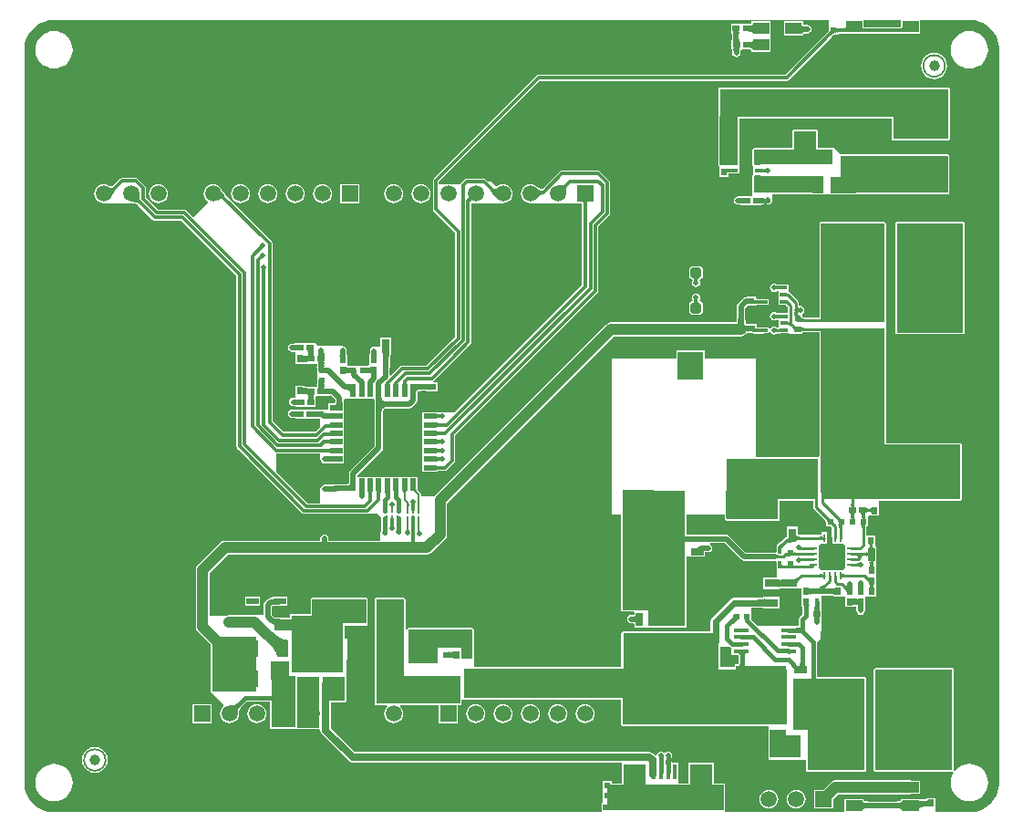
<source format=gtl>
G04*
G04 #@! TF.GenerationSoftware,Altium Limited,Altium Designer,19.0.15 (446)*
G04*
G04 Layer_Physical_Order=1*
G04 Layer_Color=255*
%FSLAX25Y25*%
%MOIN*%
G70*
G01*
G75*
%ADD11C,0.02362*%
%ADD12C,0.00787*%
%ADD31R,0.08268X0.06299*%
%ADD32R,0.07087X0.07480*%
%ADD33R,0.07480X0.07480*%
%ADD34R,0.01575X0.05315*%
%ADD35R,0.05709X0.07087*%
%ADD36R,0.04921X0.03150*%
G04:AMPARAMS|DCode=37|XSize=39.37mil|YSize=39.37mil|CornerRadius=9.84mil|HoleSize=0mil|Usage=FLASHONLY|Rotation=90.000|XOffset=0mil|YOffset=0mil|HoleType=Round|Shape=RoundedRectangle|*
%AMROUNDEDRECTD37*
21,1,0.03937,0.01968,0,0,90.0*
21,1,0.01968,0.03937,0,0,90.0*
1,1,0.01968,0.00984,0.00984*
1,1,0.01968,0.00984,-0.00984*
1,1,0.01968,-0.00984,-0.00984*
1,1,0.01968,-0.00984,0.00984*
%
%ADD37ROUNDEDRECTD37*%
%ADD38R,0.02953X0.05118*%
%ADD39R,0.06496X0.03937*%
%ADD40R,0.03937X0.06496*%
%ADD41R,0.10433X0.05906*%
%ADD42R,0.10630X0.05118*%
%ADD43R,0.05906X0.10433*%
%ADD44R,0.05906X0.09449*%
%ADD45R,0.05906X0.04134*%
%ADD46R,0.02559X0.02362*%
%ADD47R,0.02362X0.02362*%
%ADD48R,0.02362X0.02559*%
%ADD49R,0.01575X0.02559*%
%ADD50R,0.01102X0.03150*%
%ADD51R,0.03150X0.01102*%
%ADD52R,0.08425X0.08425*%
%ADD53R,0.02362X0.02362*%
%ADD54R,0.01181X0.02559*%
%ADD55R,0.05118X0.02953*%
%ADD56R,0.11811X0.08268*%
%ADD57R,0.05709X0.01772*%
%ADD58R,0.04528X0.02559*%
%ADD59R,0.02559X0.04528*%
%ADD60R,0.06102X0.03937*%
%ADD61R,0.03150X0.04921*%
%ADD62R,0.05906X0.11417*%
%ADD63R,0.08268X0.17913*%
%ADD64R,0.02598X0.01181*%
%ADD65R,0.11417X0.05906*%
G04:AMPARAMS|DCode=66|XSize=39.37mil|YSize=39.37mil|CornerRadius=9.84mil|HoleSize=0mil|Usage=FLASHONLY|Rotation=0.000|XOffset=0mil|YOffset=0mil|HoleType=Round|Shape=RoundedRectangle|*
%AMROUNDEDRECTD66*
21,1,0.03937,0.01968,0,0,0.0*
21,1,0.01968,0.03937,0,0,0.0*
1,1,0.01968,0.00984,-0.00984*
1,1,0.01968,-0.00984,-0.00984*
1,1,0.01968,-0.00984,0.00984*
1,1,0.01968,0.00984,0.00984*
%
%ADD66ROUNDEDRECTD66*%
%ADD67R,0.04134X0.05906*%
%ADD68R,0.09449X0.05906*%
%ADD69R,0.03937X0.06299*%
%ADD70R,0.02362X0.01181*%
%ADD71R,0.05906X0.04331*%
%ADD72R,0.07992X0.14961*%
%ADD73R,0.09449X0.10433*%
%ADD74R,0.01968X0.04724*%
%ADD75R,0.04724X0.01968*%
%ADD76R,0.00984X0.02559*%
%ADD77R,0.02165X0.03150*%
%ADD78R,0.04528X0.02362*%
%ADD79R,0.08268X0.11811*%
%ADD80R,0.16142X0.17559*%
%ADD81R,0.17559X0.16142*%
%ADD139C,0.00591*%
%ADD140C,0.03937*%
%ADD141C,0.01968*%
%ADD142C,0.01102*%
%ADD143C,0.02756*%
%ADD144C,0.01500*%
%ADD145C,0.01575*%
%ADD146C,0.01181*%
%ADD147C,0.03937*%
%ADD148R,0.08268X0.04055*%
%ADD149R,0.08228X0.06063*%
%ADD150R,0.42520X0.09252*%
%ADD151R,0.08465X0.08661*%
%ADD152R,0.06693X0.06693*%
%ADD153R,0.08071X0.18504*%
%ADD154R,0.08858X0.18898*%
%ADD155R,0.16142X0.20276*%
%ADD156R,0.07677X0.04331*%
%ADD157R,0.19882X0.09055*%
%ADD158R,0.19055X0.20984*%
%ADD159R,0.03937X0.10827*%
%ADD160R,0.12795X0.06693*%
%ADD161R,0.10630X0.08661*%
%ADD162R,0.10236X0.36221*%
%ADD163R,0.30708X0.10236*%
%ADD164R,0.60433X0.11083*%
%ADD165R,0.14567X0.08858*%
%ADD166R,0.03937X0.15945*%
%ADD167R,0.08465X0.08268*%
%ADD168R,0.20276X0.14764*%
%ADD169R,0.83661X0.10236*%
%ADD170R,0.07362X0.04724*%
%ADD171R,0.07284X0.06299*%
%ADD172R,0.06299X0.01181*%
%ADD173R,0.06693X0.18110*%
%ADD174R,0.28740X0.05709*%
%ADD175R,0.25591X0.06299*%
%ADD176R,0.39173X0.13583*%
%ADD177R,0.24409X0.39961*%
%ADD178R,0.23228X0.36024*%
%ADD179R,0.18898X0.10630*%
%ADD180R,0.50984X0.19882*%
%ADD181R,0.23228X0.60433*%
%ADD182R,0.33465X0.14961*%
%ADD183R,0.11417X0.43898*%
%ADD184R,0.13386X0.49803*%
%ADD185R,0.35039X0.18701*%
%ADD186R,0.60039X0.20472*%
%ADD187R,0.11221X0.08465*%
%ADD188R,0.28150X0.36811*%
%ADD189R,0.21161X0.16142*%
%ADD190R,0.26181X0.18898*%
%ADD191C,0.05906*%
%ADD192R,0.05906X0.05906*%
%ADD193O,0.11811X0.11024*%
%ADD194R,0.11811X0.11024*%
%ADD195C,0.02000*%
G36*
X424106Y392802D02*
X424092Y392777D01*
X424091Y392761D01*
X424087Y392759D01*
X424027Y392735D01*
X423930Y392709D01*
X423798Y392687D01*
X423632Y392672D01*
X423423Y392667D01*
X423379Y392647D01*
X411267D01*
X411223Y392667D01*
X411013Y392672D01*
X410848Y392687D01*
X410716Y392709D01*
X410619Y392735D01*
X410559Y392759D01*
X410555Y392761D01*
X410553Y392777D01*
X410539Y392802D01*
Y395321D01*
X424106D01*
Y392802D01*
D02*
G37*
G36*
X424618Y390957D02*
X424607Y390955D01*
X424571Y390953D01*
X423437Y390945D01*
Y392126D01*
X423663Y392132D01*
X423865Y392150D01*
X424044Y392179D01*
X424199Y392220D01*
X424330Y392274D01*
X424438Y392339D01*
X424521Y392415D01*
X424581Y392504D01*
X424618Y392604D01*
X424630Y392717D01*
X424618Y390957D01*
D02*
G37*
G36*
X410028Y392604D02*
X410064Y392504D01*
X410124Y392415D01*
X410208Y392339D01*
X410316Y392274D01*
X410447Y392220D01*
X410602Y392179D01*
X410780Y392150D01*
X410983Y392132D01*
X411208Y392126D01*
Y390945D01*
X410027Y390957D01*
X410015Y392717D01*
X410028Y392604D01*
D02*
G37*
G36*
X403949Y390957D02*
X403937Y390955D01*
X403902Y390953D01*
X402768Y390945D01*
Y392126D01*
X402994Y392132D01*
X403196Y392150D01*
X403375Y392179D01*
X403530Y392220D01*
X403661Y392274D01*
X403768Y392339D01*
X403852Y392415D01*
X403912Y392504D01*
X403948Y392604D01*
X403961Y392717D01*
X403949Y390957D01*
D02*
G37*
G36*
X451338Y395135D02*
X452715Y394766D01*
X454032Y394221D01*
X455266Y393508D01*
X456396Y392640D01*
X457404Y391633D01*
X458272Y390502D01*
X458985Y389268D01*
X459530Y387951D01*
X459899Y386574D01*
X460085Y385161D01*
X460085Y384449D01*
Y116732D01*
Y116020D01*
X459899Y114607D01*
X459530Y113230D01*
X458985Y111913D01*
X458272Y110679D01*
X457404Y109548D01*
X456397Y108541D01*
X455266Y107673D01*
X454032Y106960D01*
X452715Y106415D01*
X451338Y106046D01*
X449925Y105860D01*
X449212Y105860D01*
X436917D01*
Y110933D01*
X434195D01*
X434163Y110954D01*
X434114Y110943D01*
X434067Y110962D01*
X433997Y110933D01*
X433555D01*
X433358Y110736D01*
X430768D01*
X430699Y110765D01*
X430629Y110737D01*
X430555Y110747D01*
X430542Y110736D01*
X424724D01*
X424676Y110762D01*
X424646Y110754D01*
X424618Y110765D01*
X424548Y110736D01*
X424106D01*
Y110330D01*
X424080Y110282D01*
X424067Y110161D01*
X424053Y110120D01*
X424028Y110084D01*
X423977Y110037D01*
X423883Y109981D01*
X423738Y109922D01*
X423540Y109869D01*
X423291Y109828D01*
X422993Y109802D01*
X422636Y109793D01*
X422609Y109781D01*
X412679D01*
X412598Y109797D01*
X412518Y109781D01*
X412037D01*
X412010Y109793D01*
X411652Y109802D01*
X411355Y109828D01*
X411106Y109869D01*
X410908Y109922D01*
X410762Y109981D01*
X410668Y110037D01*
X410617Y110084D01*
X410593Y110120D01*
X410578Y110161D01*
X410566Y110282D01*
X410539Y110329D01*
Y110736D01*
X410098D01*
X410027Y110765D01*
X409999Y110754D01*
X409970Y110762D01*
X409922Y110736D01*
X403437D01*
Y105860D01*
X360035D01*
X359737Y106360D01*
X359793Y106496D01*
Y115748D01*
X359635Y116131D01*
X359252Y116289D01*
X355856D01*
Y117677D01*
X355815Y117777D01*
Y123925D01*
X346547D01*
Y117777D01*
X346506Y117677D01*
Y116289D01*
X342823D01*
Y117610D01*
Y123925D01*
X340284D01*
X340267Y124922D01*
X340251Y124961D01*
Y125782D01*
X340389Y125989D01*
X340506Y126575D01*
X340389Y127160D01*
X340058Y127656D01*
X339562Y127988D01*
X338976Y128104D01*
X338391Y127988D01*
X338037Y127751D01*
X337697Y127691D01*
X337357Y127751D01*
X337003Y127988D01*
X336417Y128104D01*
X335832Y127988D01*
X335336Y127656D01*
X335004Y127160D01*
X334911Y126693D01*
X334575Y126524D01*
X334401Y126496D01*
X333598Y127299D01*
X332977Y127714D01*
X332244Y127860D01*
X332244Y127860D01*
X224454D01*
X215745Y136569D01*
Y146112D01*
X220866D01*
X221249Y146271D01*
X221407Y146653D01*
Y155285D01*
X221496Y155748D01*
X221496D01*
X221496Y155748D01*
X221835Y167717D01*
Y169291D01*
X221182Y169246D01*
X220817Y169587D01*
Y174065D01*
X228740D01*
X229123Y174224D01*
X229281Y174606D01*
Y183661D01*
X229123Y184044D01*
X228740Y184203D01*
X208858D01*
X208476Y184044D01*
X208317Y183661D01*
Y178415D01*
X201220D01*
X200838Y178257D01*
X200679Y177874D01*
Y177116D01*
X194906D01*
X194175Y177847D01*
Y180897D01*
X194433Y181156D01*
X194856Y181159D01*
X194866Y181164D01*
X194875D01*
X194885Y181160D01*
X194917Y181163D01*
X194920Y181164D01*
X196949D01*
X196949Y181164D01*
X197095Y181193D01*
X199909D01*
Y184555D01*
X194382D01*
Y184226D01*
X194002Y184204D01*
X193812Y184203D01*
X193755Y184179D01*
X193236Y184075D01*
X192745Y183747D01*
X192745Y183747D01*
X191591Y182594D01*
X191263Y182103D01*
X191148Y181524D01*
X191148Y181524D01*
Y177911D01*
X178347D01*
X177383Y177719D01*
X177303Y177665D01*
X171359D01*
Y193390D01*
X178011Y200042D01*
X250827D01*
X251790Y200234D01*
X252607Y200779D01*
X257410Y205582D01*
X257955Y206399D01*
X258147Y207362D01*
Y218761D01*
X319153Y279767D01*
X365630D01*
X366593Y279958D01*
X367410Y280504D01*
X367543Y280704D01*
X368004Y280799D01*
X368495Y280779D01*
X368516Y280770D01*
X368586Y280799D01*
X368683D01*
X368690Y280799D01*
X368690Y280799D01*
X370168D01*
X370276Y280778D01*
X370830D01*
X370849Y280770D01*
X372030Y280758D01*
X372032Y280759D01*
X372035Y280758D01*
X372083Y280778D01*
X374055D01*
X374163Y280799D01*
X375854D01*
Y281204D01*
X376308Y281297D01*
X376354Y281287D01*
X376675Y280808D01*
X377171Y280477D01*
X377756Y280360D01*
X378341Y280477D01*
X378747Y280748D01*
X378764Y280748D01*
X378776Y280753D01*
X378783Y280754D01*
X378793Y280761D01*
X378803Y280764D01*
X378834Y280771D01*
X378868Y280777D01*
X379105Y280796D01*
X379146Y280797D01*
X379300Y280796D01*
X379887Y280784D01*
X379910Y280783D01*
X379926Y280781D01*
X379963Y280790D01*
X380012Y280770D01*
X380083Y280799D01*
X382877D01*
X383295Y280602D01*
X383517Y280602D01*
X388098D01*
Y281098D01*
X388107Y281113D01*
X388147Y281130D01*
X388234Y281153D01*
X388355Y281173D01*
X388508Y281186D01*
X388703Y281191D01*
X388749Y281212D01*
X394341D01*
Y240158D01*
Y236015D01*
X393841Y235719D01*
X393701Y235777D01*
X371181D01*
Y271614D01*
X371260Y271693D01*
X352468D01*
Y274614D01*
X342020D01*
Y271693D01*
X318543D01*
Y214657D01*
X318555Y214646D01*
X321900D01*
Y179724D01*
X322058Y179342D01*
X322441Y179183D01*
X326402D01*
X326803Y178945D01*
X326803Y178683D01*
Y178180D01*
X326790Y178157D01*
X326783Y178099D01*
X326756Y178077D01*
X326680Y178038D01*
X326555Y177995D01*
X326381Y177955D01*
X326161Y177924D01*
X325899Y177904D01*
X325636Y177898D01*
X325590Y177907D01*
X325005Y177791D01*
X324509Y177459D01*
X324178Y176963D01*
X324061Y176378D01*
X324178Y175793D01*
X324509Y175296D01*
X325005Y174965D01*
X325571Y174852D01*
X325585Y174847D01*
X325899Y174840D01*
X326161Y174820D01*
X326381Y174789D01*
X326555Y174749D01*
X326680Y174706D01*
X326756Y174667D01*
X326783Y174645D01*
X326790Y174587D01*
X326803Y174564D01*
Y173417D01*
X329889D01*
X330362Y173417D01*
X330854Y173436D01*
X331507D01*
X331890Y173278D01*
X345276D01*
X345658Y173436D01*
X345817Y173819D01*
Y199244D01*
X352567D01*
Y200849D01*
X353659D01*
X353740Y200833D01*
X354325Y200949D01*
X354822Y201281D01*
X355153Y201777D01*
X355270Y202362D01*
X355153Y202947D01*
X354822Y203444D01*
X354445Y203695D01*
X354581Y204195D01*
X359806D01*
X365859Y198143D01*
X365859Y198143D01*
X366350Y197815D01*
X366929Y197699D01*
X366929Y197699D01*
X378150D01*
X378247Y197719D01*
X378634Y197401D01*
Y194579D01*
Y191602D01*
X373772D01*
Y187453D01*
X379015D01*
X379021Y187448D01*
X379075Y187453D01*
X379110D01*
X379181Y187424D01*
X379202Y187432D01*
X379693Y187453D01*
Y187453D01*
X379839Y187598D01*
X380791Y187598D01*
X380799Y187591D01*
Y187591D01*
X381289Y187571D01*
X381311Y187561D01*
X381382Y187591D01*
X387886D01*
Y184736D01*
X387886Y184736D01*
Y184555D01*
X387886D01*
X387886Y184236D01*
Y181647D01*
X387869Y181623D01*
X387880Y181564D01*
X387857Y181508D01*
X387886Y181438D01*
Y180996D01*
X388155D01*
X388158Y180985D01*
X388181Y180866D01*
X388235Y180207D01*
X388238Y179926D01*
X388254Y179889D01*
Y178300D01*
X387261Y177306D01*
X386976Y176880D01*
X386876Y176378D01*
Y174062D01*
X386748Y173970D01*
X386307Y173827D01*
X385816Y173847D01*
X385795Y173856D01*
X385725Y173827D01*
X371927D01*
X369595Y176160D01*
Y180727D01*
X371893D01*
X371912Y180719D01*
X372748Y180704D01*
X373379Y180660D01*
X373605Y180630D01*
X373772Y180597D01*
Y180366D01*
X374213D01*
X374284Y180337D01*
X374354Y180366D01*
X374418D01*
X374451Y180364D01*
X374454Y180366D01*
X379693D01*
Y184516D01*
X374454D01*
X374451Y184518D01*
X374418Y184516D01*
X374354D01*
X374284Y184545D01*
X374213Y184516D01*
X373772D01*
Y184285D01*
X373622Y184255D01*
X372349Y184167D01*
X371917Y184163D01*
X371897Y184155D01*
X362953D01*
X362297Y184025D01*
X361741Y183653D01*
X355087Y176999D01*
X354716Y176443D01*
X354585Y175787D01*
Y171801D01*
X322441D01*
X322058Y171642D01*
X321900Y171260D01*
Y159065D01*
X268061D01*
Y161811D01*
Y172638D01*
X267902Y173021D01*
X267520Y173179D01*
X244094D01*
X243712Y173021D01*
X243553Y172638D01*
X243061Y172656D01*
Y183661D01*
X242902Y184044D01*
X242520Y184203D01*
X232283D01*
X231901Y184044D01*
X231742Y183661D01*
Y155709D01*
X231742Y155709D01*
Y145472D01*
X231901Y145090D01*
X232283Y144931D01*
X236184D01*
X236353Y144431D01*
X236199Y144313D01*
X235646Y143592D01*
X235298Y142752D01*
X235179Y141850D01*
X235298Y140949D01*
X235646Y140109D01*
X236199Y139388D01*
X236920Y138834D01*
X237760Y138487D01*
X238662Y138368D01*
X239563Y138487D01*
X240403Y138834D01*
X241124Y139388D01*
X241677Y140109D01*
X242025Y140949D01*
X242144Y141850D01*
X242025Y142752D01*
X241677Y143592D01*
X241124Y144313D01*
X240970Y144431D01*
X241140Y144931D01*
X255209D01*
Y138398D01*
X262114D01*
Y144931D01*
X262992D01*
X263374Y145090D01*
X263533Y145472D01*
Y146859D01*
X264033Y147039D01*
X264370Y146900D01*
X321900D01*
Y137795D01*
X322058Y137413D01*
X322441Y137254D01*
X375709D01*
Y136650D01*
X375681Y136622D01*
Y134155D01*
X375640Y134055D01*
Y125591D01*
X375681Y125491D01*
Y125189D01*
X375844D01*
X376181Y125049D01*
X387402D01*
X387568Y125118D01*
X389321D01*
Y121260D01*
X389480Y120877D01*
X389862Y120719D01*
X411024D01*
X411406Y120877D01*
X411565Y121260D01*
Y137402D01*
Y154724D01*
X411406Y155107D01*
X411024Y155266D01*
X393439D01*
Y168110D01*
X394963Y169634D01*
Y172677D01*
Y176122D01*
X394974Y176285D01*
X394995Y176448D01*
X394999Y176469D01*
X395185D01*
Y176910D01*
X395214Y176980D01*
X395185Y177051D01*
Y177127D01*
X395187Y177151D01*
X395185Y177153D01*
Y179202D01*
X395209Y179242D01*
X395199Y179281D01*
X395214Y179319D01*
X395185Y179389D01*
Y179831D01*
X394963D01*
Y184739D01*
X395072Y185002D01*
X397877D01*
X397962Y184993D01*
X397991Y185002D01*
X398020Y184990D01*
X398027Y184994D01*
X398035Y184990D01*
X398731Y184979D01*
X399255Y184947D01*
X399441Y184925D01*
X399500Y184915D01*
Y184736D01*
X399941D01*
X400012Y184707D01*
X400082Y184736D01*
X403209D01*
X403634Y184555D01*
X403634Y184236D01*
Y180996D01*
X406414D01*
X406484Y180967D01*
X406505Y180975D01*
X406996Y180996D01*
D01*
X407496Y181107D01*
X407768Y180996D01*
X407881Y180543D01*
X407922Y179895D01*
X407923Y179547D01*
X407919Y179528D01*
X408036Y178942D01*
X408367Y178446D01*
X408863Y178115D01*
X409449Y177998D01*
X410034Y178115D01*
X410530Y178446D01*
X410862Y178942D01*
X410978Y179528D01*
X410974Y179547D01*
X410982Y180232D01*
X411019Y180971D01*
X411022Y180996D01*
X411130Y180996D01*
X411139Y181361D01*
X411130Y181436D01*
X411130Y181438D01*
X411159Y181508D01*
X411130Y181579D01*
X411130Y184555D01*
X411555Y184736D01*
X415264D01*
Y188295D01*
X415264D01*
X415067Y188673D01*
Y189113D01*
X415096Y189182D01*
X415084Y189213D01*
X415093Y189245D01*
X415067Y189292D01*
Y191913D01*
X415067Y192232D01*
X415067D01*
Y192413D01*
X415067D01*
Y195972D01*
X415264Y196169D01*
Y202862D01*
X414870Y203256D01*
Y204130D01*
X414882Y204158D01*
X414870Y204186D01*
Y204186D01*
X414879Y204215D01*
X414870Y204231D01*
Y206996D01*
X411508D01*
X411406Y207454D01*
Y209676D01*
X411427Y209722D01*
X411432Y209918D01*
X411445Y210070D01*
X411465Y210191D01*
X411488Y210278D01*
X411505Y210318D01*
X411520Y210327D01*
X412016D01*
Y213689D01*
X412591Y214264D01*
X416248D01*
Y217823D01*
X416102D01*
Y219734D01*
X445866D01*
X446249Y219893D01*
X446407Y220276D01*
Y240158D01*
X446249Y240540D01*
X445866Y240699D01*
X418651D01*
Y282874D01*
Y285039D01*
Y321063D01*
X418493Y321446D01*
X418110Y321604D01*
X394882D01*
X394499Y321446D01*
X394341Y321063D01*
Y286702D01*
X388749D01*
X388703Y286722D01*
X388508Y286727D01*
X388357Y286740D01*
X388236Y286760D01*
X388149Y286784D01*
X388108Y286800D01*
X388098Y286818D01*
Y287902D01*
X388440Y288260D01*
X388483Y288289D01*
X388814Y288785D01*
X388931Y289370D01*
X388814Y289955D01*
X388483Y290452D01*
X387987Y290783D01*
X387402Y290899D01*
X387215Y290958D01*
X386898Y291309D01*
Y291929D01*
X386898Y291929D01*
X386817Y292339D01*
X386585Y292687D01*
X383671Y295600D01*
X383324Y295833D01*
X383059Y295885D01*
X383059Y295972D01*
Y296390D01*
X383059Y296472D01*
Y298571D01*
X381367D01*
X381260Y298592D01*
X379215D01*
X379168Y298612D01*
X379065Y298613D01*
X378896Y298621D01*
X378777Y298634D01*
X378750Y298639D01*
X378738Y298642D01*
X378716Y298650D01*
X378706Y298649D01*
X378341Y298893D01*
X377756Y299010D01*
X377171Y298893D01*
X376675Y298562D01*
X376343Y298066D01*
X376226Y297480D01*
X376343Y296895D01*
X376675Y296399D01*
X377171Y296067D01*
X377756Y295951D01*
X378341Y296067D01*
X378706Y296311D01*
X378716Y296311D01*
X378738Y296319D01*
X378750Y296322D01*
X378767Y296325D01*
X379073Y296348D01*
X379162Y296349D01*
X379292Y296184D01*
X379461Y295959D01*
X379461Y295868D01*
Y293874D01*
X379461Y293791D01*
X379461D01*
Y293374D01*
X379461D01*
Y291193D01*
X381458D01*
X381485Y291178D01*
X381530Y291192D01*
X381574Y291177D01*
X381607Y291193D01*
X381944D01*
X381981Y291172D01*
X382122Y291072D01*
X382503Y290748D01*
X382722Y290536D01*
X382770Y290517D01*
X382773Y290514D01*
X382786Y290495D01*
Y288177D01*
X381407D01*
X381299Y288198D01*
X379215D01*
X379168Y288218D01*
X379065Y288219D01*
X378896Y288227D01*
X378777Y288240D01*
X378750Y288245D01*
X378738Y288248D01*
X378716Y288256D01*
X378706Y288256D01*
X378341Y288500D01*
X377756Y288616D01*
X377171Y288500D01*
X376675Y288168D01*
X376343Y287672D01*
X376226Y287087D01*
X376343Y286501D01*
X376675Y286005D01*
X377171Y285674D01*
X377756Y285557D01*
X378341Y285674D01*
X378706Y285918D01*
X378716Y285917D01*
X378738Y285925D01*
X378750Y285928D01*
X378767Y285931D01*
X379073Y285954D01*
X379168Y285955D01*
X379215Y285975D01*
X379249D01*
X379500Y285579D01*
Y283497D01*
X379500Y283398D01*
X379274Y282991D01*
X379045Y282986D01*
X379017Y282987D01*
X378873Y283001D01*
X378834Y283008D01*
X378803Y283015D01*
X378793Y283019D01*
X378783Y283025D01*
X378776Y283026D01*
X378764Y283031D01*
X378747Y283032D01*
X378341Y283303D01*
X377756Y283419D01*
X377171Y283303D01*
X376675Y282971D01*
X376354Y282492D01*
X376308Y282482D01*
X375854Y282575D01*
Y282980D01*
X374163D01*
X374055Y283002D01*
X372094D01*
X372049Y283021D01*
X371840Y283027D01*
X371675Y283041D01*
X371543Y283063D01*
X371446Y283089D01*
X371386Y283113D01*
X371382Y283116D01*
X371380Y283132D01*
X371366Y283156D01*
Y284161D01*
X368690D01*
X368690Y284162D01*
X368683Y284161D01*
X368586D01*
X368516Y284191D01*
X368495Y284182D01*
X368004Y284161D01*
D01*
X367534Y284234D01*
X367343Y284431D01*
X367159Y287211D01*
X367155Y287928D01*
X367143Y287957D01*
Y290003D01*
X368146Y291006D01*
X369291D01*
X369291Y291006D01*
X369438Y291035D01*
X370589D01*
X370661Y291006D01*
X370730Y291035D01*
X371169D01*
Y291120D01*
X371634Y291150D01*
X371842Y291152D01*
X371889Y291172D01*
X374016D01*
X374123Y291193D01*
X375815D01*
Y293374D01*
X374123D01*
X374016Y293395D01*
X371897D01*
X371852Y293415D01*
X371643Y293421D01*
X371478Y293435D01*
X371346Y293457D01*
X371249Y293483D01*
X371189Y293507D01*
X371185Y293509D01*
X371183Y293525D01*
X371169Y293550D01*
Y294398D01*
X367807D01*
Y294033D01*
X367520D01*
X366940Y293918D01*
X366450Y293590D01*
X366450Y293590D01*
X364560Y291700D01*
X364232Y291209D01*
X364117Y290630D01*
X364117Y290630D01*
Y287957D01*
X364105Y287928D01*
X364100Y287202D01*
X364040Y285436D01*
X363979Y284800D01*
X318110D01*
X317147Y284609D01*
X316331Y284063D01*
X253850Y221583D01*
X253606Y221339D01*
X248746D01*
Y222047D01*
X248676Y222396D01*
X248479Y222692D01*
X247845Y223326D01*
X247839Y223354D01*
X247805Y223375D01*
X247791Y223412D01*
X247507Y223717D01*
X247417Y223830D01*
X247351Y223925D01*
X247350Y223925D01*
Y224057D01*
X247377Y224109D01*
X247364Y224153D01*
X247378Y224197D01*
X247350Y224252D01*
Y228354D01*
X244701D01*
X244382Y228354D01*
X243882Y228354D01*
X241551D01*
X241232Y228354D01*
X240732Y228354D01*
X238402D01*
X238083Y228354D01*
X237583Y228354D01*
X234933D01*
X234933Y228354D01*
X234752D01*
Y228354D01*
X234433Y228354D01*
X231784D01*
Y228354D01*
X231602D01*
Y228354D01*
X228634D01*
X228634Y228354D01*
X228453D01*
Y228354D01*
X228134Y228354D01*
X225484D01*
X225332Y228791D01*
Y228901D01*
X234338Y237906D01*
X234666Y238397D01*
X234781Y238976D01*
X234781Y238976D01*
Y251860D01*
X234783Y251862D01*
X234781Y251871D01*
Y251916D01*
X234792Y251940D01*
X234810Y252281D01*
X234857Y252544D01*
X234928Y252757D01*
X235019Y252926D01*
X235129Y253060D01*
X235263Y253170D01*
X235432Y253261D01*
X235645Y253332D01*
X235908Y253379D01*
X236249Y253397D01*
X236273Y253408D01*
X244488D01*
X244488Y253408D01*
X245067Y253523D01*
X245558Y253851D01*
X246936Y255229D01*
X246936Y255229D01*
X247264Y255720D01*
X247379Y256299D01*
X247379Y256299D01*
Y259419D01*
X247394Y259458D01*
X247420Y259497D01*
X247472Y259546D01*
X247568Y259604D01*
X247714Y259663D01*
X247913Y259717D01*
X248163Y259758D01*
X248462Y259784D01*
X248821Y259794D01*
X248848Y259806D01*
X249975D01*
X250003Y259793D01*
X250700Y259782D01*
X251223Y259750D01*
X251410Y259728D01*
X251468Y259718D01*
Y259539D01*
X251910D01*
X251980Y259510D01*
X252051Y259539D01*
X254831D01*
Y262902D01*
X253353D01*
X253321Y262983D01*
X253269Y263402D01*
X253542Y263584D01*
X260924Y270966D01*
X260924Y270966D01*
X266731Y276773D01*
X266731Y276773D01*
X266972Y277134D01*
X267057Y277559D01*
X267057Y277559D01*
Y328193D01*
X267232Y328368D01*
X267733Y328368D01*
X278661D01*
X279563Y328486D01*
X280403Y328834D01*
X281124Y329388D01*
X281677Y330109D01*
X282025Y330949D01*
X282144Y331850D01*
X282025Y332751D01*
X281677Y333591D01*
X281124Y334313D01*
X280403Y334866D01*
X279563Y335214D01*
X278661Y335333D01*
X277760Y335214D01*
X276920Y334866D01*
X276547Y334580D01*
X276454Y334558D01*
X275981Y334531D01*
X274291Y336221D01*
X273226D01*
X272440Y337007D01*
X272079Y337248D01*
X271654Y337332D01*
X271654Y337332D01*
X265354D01*
X265354Y337332D01*
X264929Y337248D01*
X264568Y337007D01*
X264568Y337007D01*
X263190Y335629D01*
X262972Y335303D01*
X258886D01*
X258661Y335333D01*
X258436Y335303D01*
X255246D01*
Y336154D01*
X292193Y373101D01*
X382283D01*
X382283Y373101D01*
X382709Y373185D01*
X383070Y373426D01*
X398762Y389118D01*
X398805Y389135D01*
X399259Y389555D01*
X399438Y389699D01*
X399595Y389808D01*
X399676Y389854D01*
X400037D01*
X400107Y389825D01*
X400149Y389842D01*
X400192Y389832D01*
X400229Y389854D01*
X400670D01*
X400718Y389828D01*
X400747Y389837D01*
X400775Y389825D01*
X400846Y389854D01*
X401287D01*
Y390261D01*
X401313Y390308D01*
X401314Y390315D01*
X401371Y390337D01*
X401467Y390363D01*
X401598Y390384D01*
X401762Y390399D01*
X401970Y390404D01*
X402015Y390423D01*
X402720D01*
X402768Y390404D01*
X402770Y390404D01*
X402772Y390404D01*
X403905Y390411D01*
X403919Y390417D01*
X403933Y390412D01*
X403968Y390414D01*
X403987Y390423D01*
X404038D01*
X404040Y390423D01*
X404041Y390423D01*
X410004D01*
X410022Y390416D01*
X411203Y390404D01*
X411206Y390405D01*
X411208Y390404D01*
X411256Y390423D01*
X423389D01*
X423437Y390404D01*
X423439Y390404D01*
X423441Y390404D01*
X424575Y390411D01*
X424588Y390417D01*
X424602Y390412D01*
X424638Y390414D01*
X424657Y390423D01*
X424708D01*
X424709Y390423D01*
X424711Y390423D01*
X426279D01*
X426279Y390423D01*
X426387Y390445D01*
X431209D01*
Y395321D01*
X449925D01*
X451338Y395135D01*
D02*
G37*
G36*
X400787Y392595D02*
X400823Y392496D01*
X400882Y392409D01*
X400964Y392334D01*
X401071Y392271D01*
X401201Y392219D01*
X401354Y392178D01*
X401531Y392149D01*
X401732Y392132D01*
X401957Y392126D01*
Y390945D01*
X401732Y390939D01*
X401531Y390922D01*
X401354Y390893D01*
X401201Y390852D01*
X401071Y390800D01*
X400964Y390737D01*
X400882Y390661D01*
X400823Y390575D01*
X400787Y390476D01*
X400775Y390366D01*
Y392705D01*
X400787Y392595D01*
D02*
G37*
G36*
X400107Y390366D02*
X400016Y390433D01*
X399907Y390467D01*
X399782D01*
X399640Y390433D01*
X399481Y390366D01*
X399306Y390266D01*
X399114Y390132D01*
X398905Y389966D01*
X398437Y389531D01*
X397602Y390366D01*
X397836Y390609D01*
X398203Y391043D01*
X398337Y391235D01*
X398437Y391410D01*
X398504Y391569D01*
X398537Y391711D01*
Y391836D01*
X398504Y391945D01*
X398437Y392037D01*
X400107Y390366D01*
D02*
G37*
G36*
X397925Y392158D02*
X397903Y392121D01*
X397913Y392078D01*
X397896Y392037D01*
X397925Y391966D01*
Y391605D01*
X397879Y391524D01*
X397774Y391373D01*
X397434Y390972D01*
X397213Y390742D01*
X397195Y390696D01*
X381823Y375325D01*
X291732D01*
X291732Y375325D01*
X291307Y375240D01*
X290946Y374999D01*
X290946Y374999D01*
X253348Y337400D01*
X253107Y337040D01*
X253022Y336614D01*
X253022Y336614D01*
Y326181D01*
X253022Y326181D01*
X253107Y325756D01*
X253348Y325395D01*
X261183Y317559D01*
Y279503D01*
X250705Y269025D01*
X241732D01*
X241307Y268941D01*
X240946Y268700D01*
X240946Y268700D01*
X237643Y265397D01*
X237143Y265604D01*
Y268344D01*
X237323Y268614D01*
X237385Y268926D01*
X237508Y269382D01*
X237508Y269382D01*
X237508Y269382D01*
Y272162D01*
X237537Y272232D01*
X237532Y272244D01*
X237537Y272256D01*
X237512Y272825D01*
X237705Y273319D01*
X237705D01*
X237725Y273810D01*
X237734Y273831D01*
X237705Y273901D01*
Y279437D01*
X233752D01*
Y275939D01*
X231496D01*
X230911Y275822D01*
X230415Y275491D01*
X230083Y274995D01*
X229967Y274410D01*
X229971Y274390D01*
X229963Y273705D01*
X229926Y272966D01*
X229923Y272941D01*
X229815Y272941D01*
X229806Y272576D01*
X229815Y272500D01*
X229815Y272499D01*
X229786Y272429D01*
X229815Y272358D01*
Y269382D01*
X229815D01*
X229711Y269168D01*
X229240Y269004D01*
X229240Y269004D01*
X228800Y269028D01*
X228763Y269019D01*
X228728Y269033D01*
X228658Y269004D01*
X225878D01*
X225878Y269004D01*
X225500D01*
Y269004D01*
X225378Y269004D01*
X222720D01*
X222650Y269033D01*
X222615Y269019D01*
X222578Y269028D01*
X222138Y269004D01*
X222025Y269017D01*
X221761Y269150D01*
X221661Y269382D01*
X221661Y269382D01*
Y272358D01*
X221691Y272429D01*
X221661Y272499D01*
X221661Y272500D01*
X221670Y272576D01*
X221661Y272941D01*
X221576D01*
X221508Y274042D01*
X221506Y274400D01*
X221494Y274429D01*
Y274526D01*
X221510Y274606D01*
X221393Y275192D01*
X221062Y275688D01*
X220566Y276019D01*
X219980Y276136D01*
X211183D01*
X210047Y277272D01*
X206807D01*
X206488Y277272D01*
Y277272D01*
X206307D01*
Y277272D01*
X203330D01*
X203260Y277301D01*
X203189Y277272D01*
X202748D01*
Y277169D01*
X201877Y277118D01*
X201594Y277116D01*
X201575Y277120D01*
X200990Y277004D01*
X200493Y276672D01*
X200162Y276176D01*
X200045Y275590D01*
X200162Y275005D01*
X200493Y274509D01*
X200990Y274178D01*
X201575Y274061D01*
X201592Y274065D01*
X202409Y274049D01*
X202748Y274024D01*
Y269677D01*
X205528D01*
X205598Y269648D01*
X205619Y269656D01*
X206110Y269677D01*
D01*
X206610Y269789D01*
X206685Y269776D01*
X207050Y269767D01*
X207126Y269776D01*
X207126D01*
X207197Y269746D01*
X207267Y269776D01*
X210244D01*
Y269776D01*
X210660Y269573D01*
X210665Y269504D01*
X210622Y269004D01*
X210598Y268564D01*
X210607Y268527D01*
X210593Y268492D01*
X210622Y268421D01*
Y265764D01*
X210622Y265642D01*
X210622D01*
Y265264D01*
X210622D01*
Y262484D01*
X210593Y262414D01*
X210607Y262379D01*
X210598Y262342D01*
X210622Y261902D01*
X210632Y261738D01*
X210475Y261427D01*
X210273Y261339D01*
X210194Y261327D01*
X209925Y261327D01*
X207267D01*
X207197Y261356D01*
X207185Y261351D01*
X207173Y261355D01*
X206591Y261330D01*
X206110Y261622D01*
Y261622D01*
X205619Y261643D01*
X205598Y261651D01*
X205530Y261623D01*
X205456Y261632D01*
X205443Y261622D01*
X202748D01*
Y258395D01*
X202748Y258206D01*
X202748Y257920D01*
X202748Y257920D01*
X202748Y257742D01*
Y257270D01*
X202232Y257236D01*
X201988Y257234D01*
X201969Y257238D01*
X201383Y257122D01*
X200887Y256790D01*
X200555Y256294D01*
X200439Y255709D01*
X200555Y255123D01*
X200887Y254627D01*
X201383Y254296D01*
X201969Y254179D01*
X201986Y254183D01*
X202699Y254167D01*
X202945Y254147D01*
Y254028D01*
X203386D01*
X203457Y253998D01*
X203527Y254028D01*
X206504D01*
X206504Y254028D01*
X206685D01*
Y254028D01*
X207004Y254028D01*
X210244D01*
Y256807D01*
X210273Y256878D01*
X210265Y256898D01*
X210244Y257390D01*
D01*
X210396Y257826D01*
X210498Y257962D01*
X210519Y257965D01*
X210744Y257965D01*
X213402D01*
X213472Y257935D01*
X213543Y257965D01*
X213544Y257965D01*
X213619Y257956D01*
X213984Y257965D01*
Y258050D01*
X215085Y258119D01*
X215443Y258120D01*
X215472Y258132D01*
X215810D01*
X217369Y256573D01*
X217363Y256336D01*
X217337Y256037D01*
X217295Y255787D01*
X217242Y255588D01*
X217182Y255441D01*
X217125Y255346D01*
X217076Y255294D01*
X217037Y255268D01*
X216994Y255252D01*
X216870Y255238D01*
X216845Y255224D01*
X214756D01*
Y253059D01*
X213886D01*
Y253059D01*
X213403Y253076D01*
X213374Y253088D01*
X213346Y253077D01*
X213316Y253085D01*
X213268Y253059D01*
X211106D01*
X211036Y253088D01*
X210965Y253059D01*
X210964D01*
X210889Y253068D01*
X210524Y253059D01*
X210047D01*
X209682Y253068D01*
X209607Y253059D01*
X209606D01*
X209535Y253088D01*
X209465Y253059D01*
X206807D01*
X206488Y253059D01*
X205988Y253059D01*
X203330D01*
X203260Y253088D01*
X203189Y253059D01*
X202748D01*
Y252957D01*
X201877Y252905D01*
X201594Y252904D01*
X201575Y252907D01*
X200990Y252791D01*
X200493Y252459D01*
X200162Y251963D01*
X200045Y251378D01*
X200162Y250793D01*
X200493Y250296D01*
X200990Y249965D01*
X201575Y249849D01*
X201592Y249852D01*
X202409Y249836D01*
X202748Y249812D01*
Y249697D01*
X203189D01*
X203260Y249668D01*
X203330Y249697D01*
X205988D01*
X206307Y249697D01*
X206807Y249697D01*
X209465D01*
X209535Y249668D01*
X209606Y249697D01*
X209607D01*
X209682Y249688D01*
X210047Y249697D01*
X210524D01*
X210889Y249688D01*
X210964Y249697D01*
X210965D01*
X211036Y249668D01*
X211106Y249697D01*
X211746D01*
Y246586D01*
X209973Y244813D01*
X198492D01*
X194419Y248886D01*
Y313586D01*
X194419Y313586D01*
X194334Y314012D01*
X194093Y314373D01*
X194093Y314373D01*
X177297Y331169D01*
X177292Y331193D01*
X177262Y331211D01*
X177250Y331244D01*
X177147Y331354D01*
X177053Y331467D01*
X175897Y333236D01*
X175691Y333591D01*
X175681Y333599D01*
X175679Y333611D01*
X175644Y333635D01*
X175124Y334313D01*
X174403Y334866D01*
X173563Y335214D01*
X172661Y335333D01*
X171760Y335214D01*
X170920Y334866D01*
X170199Y334313D01*
X169646Y333592D01*
X169298Y332752D01*
X169179Y331850D01*
X169298Y330949D01*
X169646Y330109D01*
X170199Y329388D01*
X170659Y329034D01*
X170737Y328405D01*
X165456Y323124D01*
X162991Y325589D01*
X162630Y325830D01*
X162205Y325915D01*
X162205Y325915D01*
X152626D01*
X148159Y330382D01*
Y333858D01*
X148074Y334284D01*
X147834Y334645D01*
X145078Y337400D01*
X144717Y337641D01*
X144291Y337726D01*
X144291Y337726D01*
X139567D01*
X139567Y337726D01*
X139141Y337641D01*
X138781Y337400D01*
X136233Y334853D01*
X136193Y334839D01*
X136030Y334696D01*
X135896Y334608D01*
X135763Y334547D01*
X135628Y334510D01*
X135483Y334495D01*
X135322Y334503D01*
X135143Y334537D01*
X134943Y334601D01*
X134722Y334699D01*
X134465Y334843D01*
X134428Y334847D01*
X134403Y334866D01*
X133563Y335214D01*
X132661Y335333D01*
X131760Y335214D01*
X130920Y334866D01*
X130199Y334313D01*
X129646Y333592D01*
X129298Y332752D01*
X129179Y331850D01*
X129298Y330949D01*
X129646Y330109D01*
X130199Y329388D01*
X130920Y328834D01*
X131760Y328486D01*
X132661Y328368D01*
X142650D01*
X142674Y328357D01*
X143430Y328333D01*
X143745Y328301D01*
X144036Y328254D01*
X144297Y328194D01*
X144527Y328123D01*
X144728Y328041D01*
X144898Y327951D01*
X145041Y327854D01*
X145185Y327727D01*
X145226Y327714D01*
X150604Y322336D01*
X150964Y322095D01*
X151390Y322010D01*
X151390Y322010D01*
X161048D01*
X181262Y301796D01*
Y239476D01*
X181262Y239476D01*
X181347Y239051D01*
X181588Y238690D01*
X205119Y215159D01*
X205119Y215159D01*
X205480Y214918D01*
X205906Y214833D01*
X229134D01*
X229134Y214833D01*
X229134Y214833D01*
X232712D01*
X234159Y213386D01*
Y208863D01*
X234020Y208656D01*
X233904Y208071D01*
Y205076D01*
X214893D01*
Y205795D01*
X214915Y205906D01*
X214799Y206491D01*
X214467Y206987D01*
X213971Y207318D01*
X213386Y207435D01*
X212801Y207318D01*
X212304Y206987D01*
X211973Y206491D01*
X211856Y205906D01*
X211866Y205855D01*
Y205076D01*
X176969D01*
X176005Y204884D01*
X175189Y204339D01*
X167062Y196212D01*
X166516Y195395D01*
X166325Y194432D01*
Y173678D01*
X166516Y172715D01*
X167062Y171898D01*
X171900Y167061D01*
Y149803D01*
X172058Y149420D01*
X172441Y149262D01*
X176605Y145098D01*
X176572Y144599D01*
X176199Y144313D01*
X175645Y143592D01*
X175298Y142752D01*
X175179Y141850D01*
X175298Y140949D01*
X175645Y140109D01*
X176199Y139388D01*
X176920Y138834D01*
X177760Y138487D01*
X178662Y138368D01*
X179563Y138487D01*
X180403Y138834D01*
X181124Y139388D01*
X181677Y140109D01*
X182025Y140949D01*
X182143Y141843D01*
X182155Y141871D01*
X182160Y142206D01*
X182182Y142505D01*
X182219Y142784D01*
X182271Y143041D01*
X182337Y143278D01*
X182418Y143494D01*
X182511Y143690D01*
X182617Y143869D01*
X182735Y144030D01*
X182885Y144196D01*
X182897Y144229D01*
X184835Y146168D01*
X193356D01*
Y136811D01*
X193515Y136428D01*
X193898Y136270D01*
X202756D01*
X203139Y136428D01*
X203161Y136428D01*
X203543Y136270D01*
X211614D01*
X211916Y136068D01*
Y135776D01*
X211916Y135775D01*
X212062Y135043D01*
X212477Y134422D01*
X222307Y124591D01*
X222929Y124176D01*
X223661Y124030D01*
X223661Y124030D01*
X321681D01*
X322138Y123925D01*
Y120044D01*
X322136Y120039D01*
Y116289D01*
X318413D01*
Y117429D01*
X315051D01*
Y114067D01*
X315051D01*
Y113689D01*
X315051D01*
Y109653D01*
X314756Y109358D01*
Y105996D01*
X314312Y105860D01*
X113854D01*
X112441Y106046D01*
X111065Y106415D01*
X109748Y106960D01*
X108514Y107673D01*
X107383Y108541D01*
X106375Y109548D01*
X105508Y110679D01*
X104795Y111913D01*
X104250Y113230D01*
X103881Y114607D01*
X103695Y116020D01*
Y116732D01*
X103695Y384449D01*
Y385161D01*
X103881Y386574D01*
X104250Y387951D01*
X104795Y389268D01*
X105508Y390502D01*
X106375Y391633D01*
X107383Y392640D01*
X108514Y393508D01*
X109748Y394221D01*
X111065Y394766D01*
X112441Y395135D01*
X113854Y395321D01*
X397925D01*
Y392158D01*
D02*
G37*
G36*
X136867Y333079D02*
X136760Y332962D01*
X136642Y332814D01*
X136371Y332422D01*
X136054Y331905D01*
X135283Y330492D01*
X134201Y334370D01*
X134480Y334214D01*
X134749Y334095D01*
X135009Y334011D01*
X135258Y333964D01*
X135498Y333952D01*
X135728Y333976D01*
X135948Y334037D01*
X136159Y334133D01*
X136360Y334265D01*
X136551Y334433D01*
X136867Y333079D01*
D02*
G37*
G36*
X276174Y330259D02*
X275959Y330589D01*
X274895Y332047D01*
X274684Y332301D01*
X274054Y332985D01*
X274624Y334085D01*
X274818Y333913D01*
X275016Y333781D01*
X275219Y333687D01*
X275427Y333632D01*
X275640Y333616D01*
X275857Y333639D01*
X276079Y333701D01*
X276306Y333802D01*
X276537Y333942D01*
X276774Y334121D01*
X276174Y330259D01*
D02*
G37*
G36*
X175436Y332952D02*
X176617Y331144D01*
X176741Y330996D01*
X176854Y330875D01*
X176627Y329431D01*
X176435Y329601D01*
X176235Y329733D01*
X176028Y329828D01*
X175813Y329886D01*
X175591Y329905D01*
X175362Y329888D01*
X175125Y329833D01*
X174881Y329740D01*
X174629Y329610D01*
X174370Y329442D01*
X175223Y333320D01*
X175436Y332952D01*
D02*
G37*
G36*
X267440Y329162D02*
X267351Y329193D01*
X267258Y329207D01*
X267160Y329205D01*
X267059Y329185D01*
X266953Y329149D01*
X266844Y329096D01*
X266729Y329026D01*
X266611Y328940D01*
X266489Y328836D01*
X266363Y328716D01*
X265527Y329551D01*
X265648Y329678D01*
X265751Y329800D01*
X265838Y329918D01*
X265907Y330032D01*
X265960Y330142D01*
X265997Y330248D01*
X266016Y330349D01*
X266018Y330447D01*
X266004Y330540D01*
X265973Y330628D01*
X267440Y329162D01*
D02*
G37*
G36*
X145618Y331420D02*
X145674Y330696D01*
X145726Y330372D01*
X145795Y330074D01*
X145879Y329802D01*
X145979Y329555D01*
X146096Y329334D01*
X146229Y329139D01*
X146378Y328970D01*
X145542Y328134D01*
X145373Y328283D01*
X145177Y328416D01*
X144956Y328532D01*
X144710Y328633D01*
X144438Y328717D01*
X144140Y328785D01*
X143816Y328838D01*
X143467Y328874D01*
X142691Y328898D01*
X145614Y331821D01*
X145618Y331420D01*
D02*
G37*
G36*
X190935Y311992D02*
X190902Y311988D01*
X190863Y311976D01*
X190820Y311956D01*
X190771Y311927D01*
X190716Y311890D01*
X190593Y311791D01*
X190448Y311658D01*
X190368Y311580D01*
X189532Y312415D01*
X189611Y312495D01*
X189843Y312764D01*
X189880Y312818D01*
X189908Y312867D01*
X189929Y312910D01*
X189941Y312949D01*
X189945Y312982D01*
X190935Y311992D01*
D02*
G37*
G36*
X190738Y308252D02*
X190705Y308248D01*
X190666Y308236D01*
X190623Y308215D01*
X190574Y308187D01*
X190520Y308150D01*
X190396Y308050D01*
X190251Y307918D01*
X190171Y307839D01*
X189336Y308675D01*
X189414Y308755D01*
X189646Y309023D01*
X189683Y309078D01*
X189712Y309126D01*
X189732Y309170D01*
X189744Y309209D01*
X189748Y309242D01*
X190738Y308252D01*
D02*
G37*
G36*
X191821Y304378D02*
X191802Y304342D01*
X191786Y304296D01*
X191772Y304242D01*
X191760Y304177D01*
X191742Y304019D01*
X191733Y303823D01*
X191732Y303711D01*
X190551D01*
X190550Y303823D01*
X190524Y304177D01*
X190512Y304242D01*
X190498Y304296D01*
X190481Y304342D01*
X190463Y304378D01*
X190442Y304404D01*
X191842D01*
X191821Y304378D01*
D02*
G37*
G36*
X378496Y298160D02*
X378532Y298141D01*
X378577Y298125D01*
X378632Y298110D01*
X378697Y298098D01*
X378855Y298081D01*
X379051Y298072D01*
X379163Y298071D01*
Y296890D01*
X379051Y296889D01*
X378697Y296862D01*
X378632Y296850D01*
X378577Y296836D01*
X378532Y296820D01*
X378496Y296801D01*
X378470Y296780D01*
Y298180D01*
X378496Y298160D01*
D02*
G37*
G36*
X370658Y293352D02*
X370694Y293252D01*
X370754Y293163D01*
X370838Y293087D01*
X370945Y293022D01*
X371077Y292969D01*
X371232Y292927D01*
X371410Y292898D01*
X371612Y292880D01*
X371838Y292874D01*
Y291693D01*
X371614Y291691D01*
X370846Y291640D01*
X370764Y291622D01*
X370705Y291600D01*
X370669Y291575D01*
X370657Y291547D01*
X370645Y293464D01*
X370658Y293352D01*
D02*
G37*
G36*
X382594Y292878D02*
X382652Y292845D01*
X382734Y292786D01*
X382839Y292700D01*
X383295Y292280D01*
X383716Y291866D01*
X383098Y290925D01*
X382867Y291149D01*
X382454Y291500D01*
X382273Y291628D01*
X382109Y291723D01*
X381961Y291786D01*
X381831Y291817D01*
X381717Y291816D01*
X381620Y291782D01*
X381539Y291717D01*
X382547Y292862D01*
X382559Y292883D01*
X382594Y292878D01*
D02*
G37*
G36*
X399777Y291930D02*
X399683Y291897D01*
X399601Y291842D01*
X399529Y291765D01*
X399468Y291666D01*
X399419Y291544D01*
X399380Y291401D01*
X399353Y291236D01*
X399336Y291048D01*
X399331Y290839D01*
X398228D01*
X398240Y291941D01*
X399882D01*
X399777Y291930D01*
D02*
G37*
G36*
X398074Y287649D02*
X397072Y287015D01*
X396860Y286998D01*
X396843Y286786D01*
X396210Y285785D01*
X395238Y286372D01*
X395316Y286452D01*
X395441Y286594D01*
X395488Y286656D01*
X395524Y286711D01*
X395550Y286760D01*
X395565Y286803D01*
X395570Y286840D01*
X395565Y286871D01*
X395549Y286895D01*
X396860Y286998D01*
X396963Y288310D01*
X396987Y288294D01*
X397018Y288288D01*
X397055Y288293D01*
X397098Y288308D01*
X397147Y288334D01*
X397203Y288370D01*
X397264Y288417D01*
X397406Y288542D01*
X397486Y288620D01*
X398074Y287649D01*
D02*
G37*
G36*
X386388Y290814D02*
X386419Y290627D01*
X386470Y290461D01*
X386542Y290318D01*
X386634Y290197D01*
X386747Y290098D01*
X386879Y290020D01*
X387033Y289965D01*
X387207Y289932D01*
X387402Y289921D01*
Y288819D01*
X387207Y288808D01*
X387033Y288775D01*
X386879Y288720D01*
X386747Y288643D01*
X386634Y288543D01*
X386542Y288422D01*
X386470Y288279D01*
X386419Y288113D01*
X386408Y288045D01*
X386428Y287925D01*
X386466Y287781D01*
X386516Y287658D01*
X386576Y287558D01*
X386648Y287479D01*
X386731Y287423D01*
X386824Y287389D01*
X386929Y287378D01*
X385248Y287390D01*
X385253Y287401D01*
X385258Y287434D01*
X385262Y287489D01*
X385275Y288095D01*
X385276Y288492D01*
X385861D01*
X385276Y289370D01*
X386378Y291024D01*
X386388Y290814D01*
D02*
G37*
G36*
X378496Y287766D02*
X378532Y287747D01*
X378577Y287731D01*
X378632Y287717D01*
X378697Y287704D01*
X378855Y287687D01*
X379051Y287678D01*
X379163Y287677D01*
Y286496D01*
X379051Y286495D01*
X378697Y286469D01*
X378632Y286457D01*
X378577Y286442D01*
X378532Y286426D01*
X378496Y286407D01*
X378470Y286387D01*
Y287787D01*
X378496Y287766D01*
D02*
G37*
G36*
X387586Y286628D02*
X387620Y286534D01*
X387676Y286451D01*
X387755Y286380D01*
X387855Y286319D01*
X387978Y286269D01*
X388122Y286231D01*
X388289Y286203D01*
X388478Y286187D01*
X388689Y286181D01*
Y285079D01*
X387586Y285051D01*
X387574Y286732D01*
X387586Y286628D01*
D02*
G37*
G36*
X383484Y285026D02*
X383638Y285023D01*
Y284472D01*
X384189Y283142D01*
X384030Y283290D01*
X383864Y283422D01*
X383692Y283539D01*
X383514Y283641D01*
X383329Y283726D01*
X383137Y283797D01*
X382940Y283851D01*
X382735Y283890D01*
X382524Y283913D01*
X382307Y283921D01*
Y285023D01*
X382586Y285028D01*
Y285067D01*
X382597Y285058D01*
X382628Y285051D01*
X382681Y285045D01*
X382849Y285034D01*
X382891Y285034D01*
X383149Y285038D01*
X383339Y285052D01*
X383403Y285061D01*
X383446Y285071D01*
X383469Y285083D01*
X383484Y285026D01*
D02*
G37*
G36*
X366618Y287191D02*
X366814Y284229D01*
X366876Y283976D01*
X366945Y283791D01*
X367023Y283675D01*
X364237D01*
X364315Y283791D01*
X364384Y283976D01*
X364445Y284229D01*
X364499Y284551D01*
X364580Y285401D01*
X364642Y287191D01*
X364646Y287925D01*
X366614D01*
X366618Y287191D01*
D02*
G37*
G36*
X378503Y282561D02*
X378545Y282536D01*
X378596Y282514D01*
X378655Y282494D01*
X378723Y282478D01*
X378799Y282465D01*
X378978Y282447D01*
X379040Y282444D01*
X380012Y282468D01*
Y281311D01*
X380001Y281316D01*
X379968Y281321D01*
X379913Y281325D01*
X379307Y281337D01*
X379143Y281338D01*
X379080Y281337D01*
X378799Y281315D01*
X378723Y281301D01*
X378655Y281285D01*
X378596Y281266D01*
X378545Y281243D01*
X378503Y281218D01*
X378470Y281190D01*
Y282590D01*
X378503Y282561D01*
D02*
G37*
G36*
X368516Y281311D02*
X368504Y281346D01*
X368468Y281378D01*
X368409Y281405D01*
X368325Y281430D01*
X368218Y281450D01*
X368086Y281467D01*
X367752Y281489D01*
X367323Y281496D01*
Y283465D01*
X367549Y283466D01*
X368218Y283511D01*
X368325Y283531D01*
X368409Y283555D01*
X368468Y283583D01*
X368504Y283614D01*
X368516Y283649D01*
Y281311D01*
D02*
G37*
G36*
X384911Y283986D02*
X385353Y283606D01*
X385542Y283471D01*
X385708Y283373D01*
X385853Y283313D01*
X385977Y283289D01*
X386078Y283302D01*
X386158Y283353D01*
X386217Y283441D01*
X385260Y281303D01*
X385295Y281414D01*
X385304Y281535D01*
X385289Y281666D01*
X385247Y281807D01*
X385181Y281958D01*
X385089Y282119D01*
X384972Y282290D01*
X384830Y282470D01*
X384662Y282661D01*
X384469Y282862D01*
X384658Y284232D01*
X384911Y283986D01*
D02*
G37*
G36*
X370855Y282959D02*
X370891Y282858D01*
X370951Y282770D01*
X371035Y282693D01*
X371142Y282628D01*
X371274Y282575D01*
X371428Y282534D01*
X371607Y282504D01*
X371809Y282486D01*
X372035Y282480D01*
Y281299D01*
X370854Y281311D01*
X370842Y283071D01*
X370855Y282959D01*
D02*
G37*
G36*
X387586Y283281D02*
X387619Y283187D01*
X387675Y283105D01*
X387753Y283033D01*
X387853Y282972D01*
X387976Y282923D01*
X388121Y282884D01*
X388288Y282857D01*
X388477Y282840D01*
X388689Y282835D01*
Y281732D01*
X388477Y281727D01*
X388288Y281710D01*
X388121Y281683D01*
X387976Y281644D01*
X387853Y281594D01*
X387753Y281534D01*
X387675Y281462D01*
X387619Y281380D01*
X387586Y281286D01*
X387574Y281181D01*
Y283386D01*
X387586Y283281D01*
D02*
G37*
G36*
X404494Y277453D02*
X404510Y277264D01*
X404538Y277097D01*
X404576Y276952D01*
X404626Y276829D01*
X404687Y276729D01*
X404758Y276651D01*
X404841Y276595D01*
X404935Y276562D01*
X405039Y276551D01*
X402835D01*
X402939Y276562D01*
X403033Y276595D01*
X403116Y276651D01*
X403187Y276729D01*
X403248Y276829D01*
X403298Y276952D01*
X403336Y277097D01*
X403364Y277264D01*
X403380Y277453D01*
X403386Y277665D01*
X404488D01*
X404494Y277453D01*
D02*
G37*
G36*
X203260Y274422D02*
X203243Y274457D01*
X203193Y274488D01*
X203108Y274516D01*
X202990Y274540D01*
X202839Y274560D01*
X202434Y274590D01*
X201575Y274606D01*
Y276575D01*
X201895Y276577D01*
X202990Y276641D01*
X203108Y276665D01*
X203193Y276693D01*
X203243Y276725D01*
X203260Y276760D01*
Y274422D01*
D02*
G37*
G36*
X213235Y274220D02*
X213319Y272941D01*
X213350Y272803D01*
X213386Y272705D01*
X213427Y272645D01*
X213472Y272626D01*
X210937D01*
X210999Y272645D01*
X211055Y272705D01*
X211104Y272803D01*
X211146Y272941D01*
X211182Y273118D01*
X211211Y273335D01*
X211251Y273886D01*
X211264Y274594D01*
X213232D01*
X213235Y274220D01*
D02*
G37*
G36*
X209352Y274422D02*
X209535D01*
X209500Y274402D01*
X209469Y274343D01*
X209441Y274244D01*
X209417Y274107D01*
X209397Y273929D01*
X209386Y273725D01*
X209412Y273335D01*
X209446Y273118D01*
X209488Y272941D01*
X209537Y272803D01*
X209595Y272705D01*
X209660Y272645D01*
X209732Y272626D01*
X209352D01*
X209350Y272453D01*
X207382D01*
X207380Y272626D01*
X207197D01*
X207232Y272645D01*
X207264Y272705D01*
X207291Y272803D01*
X207315Y272941D01*
X207336Y273118D01*
X207346Y273323D01*
X207321Y273713D01*
X207287Y273929D01*
X207244Y274107D01*
X207195Y274244D01*
X207138Y274343D01*
X207073Y274402D01*
X207000Y274422D01*
X207380D01*
X207382Y274594D01*
X209350D01*
X209352Y274422D01*
D02*
G37*
G36*
X232482Y274023D02*
X232571Y272606D01*
X232599Y272508D01*
X232630Y272449D01*
X232665Y272429D01*
X230327D01*
X230362Y272449D01*
X230394Y272508D01*
X230421Y272606D01*
X230445Y272744D01*
X230466Y272921D01*
X230504Y273689D01*
X230512Y274397D01*
X232480D01*
X232482Y274023D01*
D02*
G37*
G36*
X220966D02*
X221055Y272606D01*
X221083Y272508D01*
X221114Y272449D01*
X221149Y272429D01*
X218811D01*
X218846Y272449D01*
X218878Y272508D01*
X218905Y272606D01*
X218930Y272744D01*
X218950Y272921D01*
X218989Y273689D01*
X218996Y274397D01*
X220965D01*
X220966Y274023D01*
D02*
G37*
G36*
X236926Y273831D02*
X237193D01*
X237139Y273811D01*
X237091Y273752D01*
X237048Y273654D01*
X237012Y273516D01*
X236980Y273339D01*
X236956Y273135D01*
X236996Y272232D01*
X236915D01*
X236910Y271862D01*
X234941D01*
X234934Y272232D01*
X234658D01*
X234712Y272252D01*
X234760Y272311D01*
X234802Y272409D01*
X234839Y272547D01*
X234870Y272724D01*
X234883Y272833D01*
X234880Y272866D01*
X234833Y273122D01*
X234772Y273339D01*
X234697Y273516D01*
X234609Y273654D01*
X234508Y273752D01*
X234393Y273811D01*
X234264Y273831D01*
X234935D01*
X234941Y274201D01*
X236910D01*
X236926Y273831D01*
D02*
G37*
G36*
X205618Y272670D02*
X205677Y272622D01*
X205775Y272580D01*
X205913Y272543D01*
X206090Y272512D01*
X206303Y272487D01*
X207020Y272532D01*
X207118Y272559D01*
X207177Y272591D01*
X207197Y272626D01*
Y272447D01*
X207567Y272441D01*
Y270472D01*
X207197Y270470D01*
Y270288D01*
X207177Y270323D01*
X207118Y270354D01*
X207020Y270382D01*
X206882Y270406D01*
X206705Y270426D01*
X206587Y270432D01*
X206090Y270402D01*
X205913Y270371D01*
X205775Y270334D01*
X205677Y270291D01*
X205618Y270243D01*
X205598Y270189D01*
Y270469D01*
X205228Y270472D01*
Y272441D01*
X205598Y272443D01*
Y272724D01*
X205618Y272670D01*
D02*
G37*
G36*
X230327Y268363D02*
X230697Y268356D01*
Y266388D01*
X230327Y266386D01*
Y266154D01*
X230307Y266198D01*
X230248Y266238D01*
X230150Y266273D01*
X230012Y266303D01*
X229835Y266329D01*
X229661Y266343D01*
X229043Y266303D01*
X228905Y266273D01*
X228807Y266238D01*
X228748Y266198D01*
X228728Y266154D01*
Y266380D01*
X228359Y266388D01*
Y268356D01*
X228728Y268360D01*
Y268492D01*
X228748Y268466D01*
X228807Y268443D01*
X228905Y268423D01*
X229043Y268405D01*
X229206Y268394D01*
X229835Y268439D01*
X230012Y268476D01*
X230150Y268519D01*
X230248Y268569D01*
X230307Y268626D01*
X230327Y268689D01*
Y268363D01*
D02*
G37*
G36*
X213239Y270288D02*
X213472D01*
X213428Y270268D01*
X213388Y270209D01*
X213353Y270110D01*
X213322Y269973D01*
X213297Y269795D01*
X213276Y269533D01*
X213322Y268807D01*
X213353Y268669D01*
X213388Y268571D01*
X213428Y268512D01*
X213472Y268492D01*
X213242D01*
X213238Y268319D01*
X211270D01*
X211268Y268492D01*
X211134D01*
X211160Y268512D01*
X211183Y268571D01*
X211203Y268669D01*
X211221Y268807D01*
X211239Y269071D01*
X211187Y269795D01*
X211150Y269973D01*
X211107Y270110D01*
X211057Y270209D01*
X211000Y270268D01*
X210937Y270288D01*
X211267D01*
X211270Y270460D01*
X213238D01*
X213239Y270288D01*
D02*
G37*
G36*
X221169Y268626D02*
X221228Y268569D01*
X221327Y268519D01*
X221464Y268476D01*
X221641Y268439D01*
X221858Y268409D01*
X221909Y268406D01*
X222571Y268443D01*
X222630Y268466D01*
X222650Y268492D01*
Y268365D01*
X223118Y268356D01*
Y266388D01*
X222744Y266385D01*
X222650Y266379D01*
Y266154D01*
X222630Y266198D01*
X222571Y266238D01*
X222473Y266273D01*
X222335Y266303D01*
X222158Y266329D01*
X222028Y266340D01*
X221464Y266303D01*
X221327Y266273D01*
X221228Y266238D01*
X221169Y266198D01*
X221149Y266154D01*
Y266378D01*
X220681Y266388D01*
Y268356D01*
X221055Y268358D01*
X221149Y268363D01*
Y268689D01*
X221169Y268626D01*
D02*
G37*
G36*
X213474Y268359D02*
X213513Y268307D01*
X213578Y268261D01*
X213670Y268221D01*
X213787Y268187D01*
X213930Y268159D01*
X214100Y268138D01*
X214516Y268113D01*
X214764Y268110D01*
Y266142D01*
X213472Y266154D01*
X213460Y268418D01*
X213474Y268359D01*
D02*
G37*
G36*
X232593Y266134D02*
X232528Y266075D01*
X232470Y265977D01*
X232421Y265839D01*
X232379Y265662D01*
X232345Y265445D01*
X232318Y265189D01*
X232287Y264559D01*
X232283Y264185D01*
X230315D01*
X230327Y266154D01*
X232665D01*
X232593Y266134D01*
D02*
G37*
G36*
X243310Y262976D02*
X243330Y262701D01*
X243348Y262589D01*
X243372Y262494D01*
X243400Y262417D01*
X243433Y262357D01*
X243472Y262314D01*
X243516Y262288D01*
X243565Y262279D01*
X241868D01*
X241917Y262288D01*
X241961Y262314D01*
X242000Y262357D01*
X242033Y262417D01*
X242061Y262494D01*
X242085Y262589D01*
X242103Y262701D01*
X242116Y262830D01*
X242126Y263140D01*
X243307D01*
X243310Y262976D01*
D02*
G37*
G36*
X213241Y262414D02*
X213472D01*
X213428Y262394D01*
X213388Y262335D01*
X213353Y262236D01*
X213322Y262099D01*
X213297Y261921D01*
X213283Y261747D01*
X213322Y261130D01*
X213353Y260992D01*
X213388Y260894D01*
X213428Y260835D01*
X213472Y260815D01*
X213246D01*
X213238Y260445D01*
X211270D01*
X211268Y260815D01*
X210937D01*
X211000Y260835D01*
X211057Y260894D01*
X211107Y260992D01*
X211150Y261130D01*
X211187Y261307D01*
X211216Y261523D01*
X211223Y261618D01*
X211183Y262335D01*
X211160Y262394D01*
X211134Y262414D01*
X211263D01*
X211270Y262783D01*
X213238D01*
X213241Y262414D01*
D02*
G37*
G36*
X251980Y260051D02*
X251961Y260105D01*
X251902Y260153D01*
X251803Y260196D01*
X251665Y260233D01*
X251488Y260264D01*
X251272Y260289D01*
X250721Y260323D01*
X250012Y260335D01*
Y262303D01*
X251980Y262390D01*
Y260051D01*
D02*
G37*
G36*
X248807Y260335D02*
X248431Y260325D01*
X248095Y260295D01*
X247798Y260246D01*
X247541Y260177D01*
X247323Y260089D01*
X247145Y259980D01*
X247006Y259852D01*
X246907Y259705D01*
X246847Y259537D01*
X246826Y259350D01*
X246838Y262291D01*
X246858Y262293D01*
X246917Y262296D01*
X248807Y262303D01*
Y260335D01*
D02*
G37*
G36*
X222859Y259252D02*
X222838Y259439D01*
X222778Y259606D01*
X222679Y259754D01*
X222540Y259882D01*
X222362Y259990D01*
X222144Y260079D01*
X221887Y260148D01*
X221590Y260197D01*
X221254Y260226D01*
X220878Y260236D01*
Y262205D01*
X222847Y262291D01*
X222859Y259252D01*
D02*
G37*
G36*
X213492Y260780D02*
X213551Y260748D01*
X213649Y260720D01*
X213787Y260697D01*
X213964Y260676D01*
X214732Y260637D01*
X215441Y260630D01*
Y258661D01*
X215067Y258660D01*
X213649Y258571D01*
X213551Y258543D01*
X213492Y258512D01*
X213472Y258477D01*
Y260815D01*
X213492Y260780D01*
D02*
G37*
G36*
X228453Y257079D02*
X228634D01*
Y257079D01*
X228953Y257079D01*
X231602D01*
X231754Y256642D01*
Y255030D01*
X231753Y255027D01*
X231754Y255019D01*
Y254823D01*
X231753Y254815D01*
X231754Y254813D01*
Y239603D01*
X222749Y230598D01*
X222421Y230107D01*
X222306Y229528D01*
X222306Y229527D01*
Y226112D01*
X222291Y226073D01*
X222265Y226034D01*
X222213Y225986D01*
X222118Y225928D01*
X221971Y225868D01*
X221772Y225815D01*
X221522Y225774D01*
X221223Y225747D01*
X220864Y225738D01*
X220837Y225726D01*
X220096D01*
X220067Y225738D01*
X220065Y225737D01*
X220063Y225738D01*
X218095Y225726D01*
X218095Y225726D01*
X217126D01*
X217126Y225726D01*
X216980Y225697D01*
X215830D01*
X215760Y225726D01*
X215689Y225697D01*
X215688Y225697D01*
X215613Y225706D01*
X215248Y225697D01*
Y225612D01*
X214147Y225543D01*
X213789Y225541D01*
X213760Y225529D01*
X213467D01*
X213386Y225545D01*
X212801Y225429D01*
X212304Y225097D01*
X211973Y224601D01*
X211856Y224016D01*
Y218738D01*
X207244D01*
X195836Y230146D01*
Y236880D01*
X211850D01*
Y234842D01*
X211967Y234257D01*
X212298Y233761D01*
X212794Y233430D01*
X213380Y233313D01*
X213460Y233329D01*
X217618D01*
X217764Y233358D01*
X220480D01*
Y236008D01*
X220480Y236327D01*
X220480D01*
Y236508D01*
X220480D01*
Y239158D01*
X220480Y239476D01*
X220480D01*
Y239657D01*
X220480D01*
Y242626D01*
X220480Y242626D01*
Y242807D01*
X220480D01*
X220480Y243126D01*
Y245776D01*
X220480Y245776D01*
Y245957D01*
X220480D01*
X220480Y246276D01*
Y248925D01*
X220480Y248925D01*
Y249106D01*
X220480D01*
X220480Y249425D01*
Y252075D01*
X220480Y252075D01*
Y252256D01*
X220480D01*
X220480Y252575D01*
Y254643D01*
X220510Y254714D01*
X220505Y254725D01*
X220509Y254736D01*
X220428Y256579D01*
X220745Y257079D01*
X224984D01*
X225303Y257079D01*
Y257079D01*
X225484D01*
Y257079D01*
X228453D01*
Y257079D01*
D02*
G37*
G36*
X205618Y261037D02*
X205677Y260973D01*
X205775Y260915D01*
X205913Y260866D01*
X206090Y260824D01*
X206307Y260789D01*
X206399Y260780D01*
X207197Y260815D01*
Y260732D01*
X207567Y260728D01*
Y258846D01*
X209449D01*
X209452Y258477D01*
X209732D01*
X209678Y258457D01*
X209630Y258398D01*
X209588Y258299D01*
X209551Y258162D01*
X209520Y257984D01*
X209495Y257773D01*
X209520Y257370D01*
X209551Y257193D01*
X209588Y257055D01*
X209630Y256957D01*
X209678Y256897D01*
X209732Y256878D01*
X209455D01*
X209449Y256508D01*
X207480D01*
X207477Y256878D01*
X207197D01*
X207251Y256897D01*
X207299Y256957D01*
X207342Y257055D01*
X207378Y257193D01*
X207410Y257370D01*
X207434Y257581D01*
X207410Y257984D01*
X207378Y258162D01*
X207342Y258299D01*
X207299Y258398D01*
X207251Y258457D01*
X207197Y258477D01*
X207177Y258530D01*
X207118Y258578D01*
X207020Y258621D01*
X206882Y258658D01*
X206705Y258689D01*
X206492Y258714D01*
X205775Y258669D01*
X205677Y258642D01*
X205618Y258610D01*
X205598Y258575D01*
Y258754D01*
X205228Y258760D01*
Y260728D01*
X205598Y260745D01*
Y261110D01*
X205618Y261037D01*
D02*
G37*
G36*
X219968Y254712D02*
X216929Y254700D01*
X217116Y254721D01*
X217284Y254781D01*
X217431Y254880D01*
X217559Y255019D01*
X217667Y255198D01*
X217756Y255415D01*
X217825Y255673D01*
X217874Y255969D01*
X217903Y256305D01*
X217913Y256681D01*
X219882D01*
X219968Y254712D01*
D02*
G37*
G36*
X203457Y254540D02*
X203442Y254575D01*
X203397Y254606D01*
X203323Y254634D01*
X203219Y254658D01*
X203085Y254678D01*
X202728Y254708D01*
X201969Y254724D01*
Y256693D01*
X202251Y256695D01*
X203219Y256760D01*
X203323Y256784D01*
X203397Y256811D01*
X203442Y256843D01*
X203457Y256878D01*
Y254540D01*
D02*
G37*
G36*
X211036Y252367D02*
X211504Y252362D01*
Y250394D01*
X211130Y250392D01*
X211036Y250386D01*
Y250209D01*
X211016Y250244D01*
X210957Y250275D01*
X210858Y250303D01*
X210721Y250327D01*
X210543Y250347D01*
X210476Y250351D01*
X209712Y250303D01*
X209614Y250275D01*
X209555Y250244D01*
X209535Y250209D01*
Y250389D01*
X209067Y250394D01*
Y252362D01*
X209441Y252364D01*
X209535Y252370D01*
Y252547D01*
X209555Y252512D01*
X209614Y252481D01*
X209712Y252453D01*
X209850Y252429D01*
X210027Y252408D01*
X210095Y252405D01*
X210858Y252453D01*
X210957Y252481D01*
X211016Y252512D01*
X211036Y252547D01*
Y252367D01*
D02*
G37*
G36*
X234272Y257500D02*
X234331Y257165D01*
X234429Y256870D01*
X234567Y256614D01*
X234744Y256398D01*
X234961Y256221D01*
X235216Y256083D01*
X235512Y255984D01*
X235846Y255925D01*
X236221Y255906D01*
Y253937D01*
X235846Y253917D01*
X235512Y253858D01*
X235216Y253760D01*
X234961Y253622D01*
X234744Y253445D01*
X234567Y253228D01*
X234429Y252972D01*
X234331Y252677D01*
X234272Y252343D01*
X234252Y251969D01*
X232283Y254921D01*
X234252Y257874D01*
X234272Y257500D01*
D02*
G37*
G36*
X203260Y250209D02*
X203243Y250244D01*
X203193Y250275D01*
X203108Y250303D01*
X202990Y250327D01*
X202839Y250347D01*
X202434Y250377D01*
X201575Y250394D01*
Y252362D01*
X201895Y252364D01*
X202990Y252429D01*
X203108Y252453D01*
X203193Y252481D01*
X203243Y252512D01*
X203260Y252547D01*
Y250209D01*
D02*
G37*
G36*
X213393Y252362D02*
X213453Y252197D01*
X213551Y252051D01*
X213689Y251925D01*
X213866Y251818D01*
X214083Y251730D01*
X214338Y251662D01*
X214634Y251614D01*
X214968Y251585D01*
X215342Y251575D01*
Y249606D01*
X213374Y250209D01*
Y252547D01*
X213393Y252362D01*
D02*
G37*
G36*
X215268Y246469D02*
X215256Y246466D01*
X215221Y246464D01*
X214087Y246457D01*
Y247638D01*
X214311Y247644D01*
X214512Y247661D01*
X214689Y247691D01*
X214843Y247732D01*
X214973Y247785D01*
X215079Y247850D01*
X215162Y247927D01*
X215221Y248016D01*
X215256Y248116D01*
X215268Y248228D01*
Y246469D01*
D02*
G37*
G36*
Y243319D02*
X215256Y243317D01*
X215221Y243315D01*
X214087Y243307D01*
Y244488D01*
X214311Y244494D01*
X214512Y244512D01*
X214689Y244541D01*
X214843Y244583D01*
X214973Y244636D01*
X215079Y244701D01*
X215162Y244778D01*
X215221Y244866D01*
X215256Y244967D01*
X215268Y245079D01*
Y243319D01*
D02*
G37*
G36*
Y240170D02*
X215256Y240242D01*
X215221Y240307D01*
X215162Y240364D01*
X215079Y240414D01*
X214973Y240456D01*
X214843Y240490D01*
X214689Y240517D01*
X214512Y240536D01*
X214087Y240551D01*
Y241732D01*
X214311Y241736D01*
X214689Y241767D01*
X214843Y241793D01*
X214973Y241828D01*
X215079Y241870D01*
X215162Y241919D01*
X215221Y241977D01*
X215256Y242041D01*
X215268Y242114D01*
Y240170D01*
D02*
G37*
G36*
Y237020D02*
X215256Y237092D01*
X215221Y237157D01*
X215162Y237214D01*
X215079Y237264D01*
X214973Y237306D01*
X214843Y237340D01*
X214689Y237367D01*
X214512Y237386D01*
X214087Y237402D01*
Y238583D01*
X214311Y238586D01*
X214689Y238617D01*
X214843Y238644D01*
X214973Y238678D01*
X215079Y238720D01*
X215162Y238770D01*
X215221Y238827D01*
X215256Y238892D01*
X215268Y238964D01*
Y237020D01*
D02*
G37*
G36*
X397824Y227992D02*
X397343Y228261D01*
X396997Y227714D01*
X396026Y228301D01*
X396104Y228381D01*
X396275Y228585D01*
X396311Y228640D01*
X396337Y228689D01*
X396353Y228732D01*
X396358Y228769D01*
X396352Y228800D01*
X396336Y228824D01*
X397318Y228742D01*
X397863Y228948D01*
X397888Y228976D01*
X397923Y229001D01*
X397968Y229023D01*
X398022Y229042D01*
X398086Y229058D01*
X398159Y229071D01*
X398242Y229081D01*
X398437Y229093D01*
X398549Y229095D01*
X397824Y227992D01*
D02*
G37*
G36*
X403532Y229093D02*
X403809Y229071D01*
X403883Y229058D01*
X403946Y229042D01*
X404001Y229023D01*
X404045Y229001D01*
X404080Y228976D01*
X404106Y228948D01*
X405148Y228554D01*
X404144Y227992D01*
X403420Y229095D01*
X403532Y229093D01*
D02*
G37*
G36*
X402189Y227441D02*
X402178Y227546D01*
X402145Y227639D01*
X402089Y227722D01*
X402011Y227794D01*
X401911Y227854D01*
X401788Y227904D01*
X401643Y227942D01*
X401476Y227970D01*
X401287Y227987D01*
X401075Y227992D01*
Y229095D01*
X401287Y229100D01*
X401476Y229117D01*
X401643Y229144D01*
X401788Y229183D01*
X401911Y229232D01*
X402011Y229293D01*
X402089Y229365D01*
X402145Y229447D01*
X402178Y229541D01*
X402189Y229646D01*
Y227441D01*
D02*
G37*
G36*
X386810Y229541D02*
X386843Y229447D01*
X386898Y229365D01*
X386975Y229293D01*
X387075Y229232D01*
X387196Y229183D01*
X387339Y229144D01*
X387505Y229117D01*
X387692Y229100D01*
X387901Y229095D01*
Y227992D01*
X387692Y227987D01*
X387505Y227970D01*
X387339Y227942D01*
X387196Y227904D01*
X387075Y227854D01*
X386975Y227794D01*
X386898Y227722D01*
X386843Y227639D01*
X386810Y227546D01*
X386799Y227441D01*
Y229646D01*
X386810Y229541D01*
D02*
G37*
G36*
X222847Y223142D02*
X222827Y223158D01*
X222768Y223173D01*
X222670Y223186D01*
X222355Y223207D01*
X220878Y223228D01*
Y225197D01*
X221254Y225207D01*
X221590Y225236D01*
X221887Y225285D01*
X222144Y225354D01*
X222362Y225443D01*
X222540Y225551D01*
X222679Y225679D01*
X222778Y225827D01*
X222838Y225994D01*
X222859Y226181D01*
X222847Y223142D01*
D02*
G37*
G36*
X220067Y223228D02*
X219693Y223224D01*
X218807Y223167D01*
X218590Y223133D01*
X218413Y223091D01*
X218275Y223041D01*
X218177Y222984D01*
X218118Y222919D01*
X218098Y222847D01*
Y225185D01*
X220067Y225197D01*
Y223228D01*
D02*
G37*
G36*
X215760Y222847D02*
X215740Y222882D01*
X215681Y222913D01*
X215583Y222941D01*
X215445Y222965D01*
X215268Y222985D01*
X214500Y223024D01*
X213791Y223031D01*
Y225000D01*
X214165Y225002D01*
X215583Y225091D01*
X215681Y225118D01*
X215740Y225150D01*
X215760Y225185D01*
Y222847D01*
D02*
G37*
G36*
X246789Y224100D02*
X246764Y224031D01*
X246761Y223950D01*
X246782Y223857D01*
X246826Y223752D01*
X246893Y223634D01*
X246984Y223505D01*
X247098Y223363D01*
X247395Y223043D01*
X246740Y222585D01*
X246583Y222737D01*
X246299Y222976D01*
X246173Y223063D01*
X246056Y223130D01*
X245950Y223175D01*
X245854Y223198D01*
X245768Y223201D01*
X245692Y223182D01*
X245626Y223142D01*
X246838Y224157D01*
X246789Y224100D01*
D02*
G37*
G36*
X243429Y223134D02*
X243362Y223110D01*
X243303Y223071D01*
X243252Y223016D01*
X243209Y222945D01*
X243173Y222859D01*
X243146Y222756D01*
X243126Y222638D01*
X243114Y222504D01*
X243110Y222355D01*
X242323D01*
X242319Y222504D01*
X242307Y222638D01*
X242287Y222756D01*
X242260Y222859D01*
X242224Y222945D01*
X242181Y223016D01*
X242130Y223071D01*
X242071Y223110D01*
X242004Y223134D01*
X241929Y223142D01*
X243504D01*
X243429Y223134D01*
D02*
G37*
G36*
X234168Y223130D02*
X234103Y223095D01*
X234045Y223036D01*
X233996Y222953D01*
X233954Y222847D01*
X233919Y222717D01*
X233893Y222563D01*
X233874Y222386D01*
X233858Y221961D01*
X232677D01*
X232673Y222185D01*
X232643Y222563D01*
X232616Y222717D01*
X232582Y222847D01*
X232540Y222953D01*
X232490Y223036D01*
X232433Y223095D01*
X232368Y223130D01*
X232295Y223142D01*
X234240D01*
X234168Y223130D01*
D02*
G37*
G36*
X231018D02*
X230953Y223095D01*
X230896Y223036D01*
X230846Y222953D01*
X230804Y222847D01*
X230770Y222717D01*
X230743Y222563D01*
X230724Y222386D01*
X230709Y221961D01*
X229528D01*
X229524Y222185D01*
X229493Y222563D01*
X229467Y222717D01*
X229432Y222847D01*
X229390Y222953D01*
X229341Y223036D01*
X229283Y223095D01*
X229218Y223130D01*
X229146Y223142D01*
X231090D01*
X231018Y223130D01*
D02*
G37*
G36*
X407494Y222848D02*
X407400Y222814D01*
X407317Y222758D01*
X407246Y222680D01*
X407185Y222580D01*
X407135Y222458D01*
X407097Y222313D01*
X407069Y222146D01*
X407053Y221956D01*
X407047Y221744D01*
X405945D01*
X405939Y221956D01*
X405923Y222146D01*
X405895Y222313D01*
X405857Y222458D01*
X405807Y222580D01*
X405747Y222680D01*
X405675Y222758D01*
X405592Y222814D01*
X405498Y222848D01*
X405394Y222859D01*
X407598D01*
X407494Y222848D01*
D02*
G37*
G36*
X240497Y223127D02*
X240459Y223082D01*
X240426Y223007D01*
X240397Y222902D01*
X240372Y222767D01*
X240353Y222602D01*
X240326Y222182D01*
X240317Y221642D01*
X238817D01*
X238815Y221927D01*
X238761Y222767D01*
X238737Y222902D01*
X238708Y223007D01*
X238675Y223082D01*
X238637Y223127D01*
X238595Y223142D01*
X240539D01*
X240497Y223127D01*
D02*
G37*
G36*
X237347D02*
X237310Y223082D01*
X237276Y223007D01*
X237247Y222902D01*
X237223Y222767D01*
X237203Y222602D01*
X237176Y222182D01*
X237167Y221642D01*
X235667D01*
X235665Y221927D01*
X235612Y222767D01*
X235587Y222902D01*
X235558Y223007D01*
X235525Y223082D01*
X235487Y223127D01*
X235445Y223142D01*
X237390D01*
X237347Y223127D01*
D02*
G37*
G36*
X246545Y218551D02*
X246527Y218515D01*
X246510Y218470D01*
X246496Y218415D01*
X246484Y218350D01*
X246466Y218193D01*
X246458Y217997D01*
X246457Y217884D01*
X245276D01*
X245274Y217997D01*
X245248Y218350D01*
X245236Y218415D01*
X245222Y218470D01*
X245205Y218515D01*
X245187Y218551D01*
X245166Y218577D01*
X246566D01*
X246545Y218551D01*
D02*
G37*
G36*
X248229Y218342D02*
X248259Y217830D01*
X248271Y217775D01*
X248284Y217736D01*
X248298Y217712D01*
X248315Y217705D01*
X247355D01*
X247371Y217712D01*
X247386Y217736D01*
X247399Y217775D01*
X247410Y217830D01*
X247419Y217901D01*
X247433Y218090D01*
X247441Y218492D01*
X248228D01*
X248229Y218342D01*
D02*
G37*
G36*
X244292D02*
X244322Y217830D01*
X244334Y217775D01*
X244347Y217736D01*
X244361Y217712D01*
X244378Y217705D01*
X243418D01*
X243434Y217712D01*
X243449Y217736D01*
X243462Y217775D01*
X243473Y217830D01*
X243482Y217901D01*
X243496Y218090D01*
X243504Y218492D01*
X244291D01*
X244292Y218342D01*
D02*
G37*
G36*
X407053Y218398D02*
X407069Y218209D01*
X407097Y218042D01*
X407135Y217897D01*
X407185Y217774D01*
X407246Y217674D01*
X407317Y217596D01*
X407400Y217540D01*
X407494Y217507D01*
X407598Y217496D01*
X405394D01*
X405498Y217507D01*
X405592Y217540D01*
X405675Y217596D01*
X405747Y217674D01*
X405807Y217774D01*
X405857Y217897D01*
X405895Y218042D01*
X405923Y218209D01*
X405939Y218398D01*
X405945Y218610D01*
X407047D01*
X407053Y218398D01*
D02*
G37*
G36*
X413410Y215089D02*
X413399Y215193D01*
X413365Y215287D01*
X413309Y215370D01*
X413232Y215441D01*
X413131Y215502D01*
X413009Y215552D01*
X412864Y215590D01*
X412697Y215618D01*
X412507Y215634D01*
X412439Y215636D01*
X412397Y215635D01*
X412209Y215621D01*
X412044Y215597D01*
X411901Y215564D01*
X411779Y215522D01*
X411680Y215471D01*
X411603Y215409D01*
X411548Y215339D01*
X411515Y215259D01*
X411504Y215170D01*
X411492Y217293D01*
X411503Y217189D01*
X411537Y217095D01*
X411593Y217012D01*
X411671Y216941D01*
X411772Y216880D01*
X411894Y216830D01*
X412039Y216792D01*
X412206Y216764D01*
X412395Y216748D01*
X412451Y216746D01*
X412507Y216748D01*
X412697Y216764D01*
X412864Y216792D01*
X413009Y216830D01*
X413131Y216880D01*
X413232Y216941D01*
X413309Y217012D01*
X413365Y217095D01*
X413399Y217189D01*
X413410Y217293D01*
Y215089D01*
D02*
G37*
G36*
X411283Y215170D02*
X411189Y215137D01*
X411107Y215081D01*
X411035Y215003D01*
X410974Y214903D01*
X410925Y214780D01*
X410886Y214635D01*
X410859Y214468D01*
X410842Y214279D01*
X410839Y214173D01*
X410842Y214068D01*
X410859Y213878D01*
X410886Y213711D01*
X410925Y213566D01*
X410974Y213444D01*
X411035Y213343D01*
X411107Y213265D01*
X411189Y213210D01*
X411283Y213176D01*
X411388Y213165D01*
X409183D01*
X409288Y213176D01*
X409381Y213210D01*
X409464Y213265D01*
X409536Y213343D01*
X409596Y213444D01*
X409646Y213566D01*
X409685Y213711D01*
X409712Y213878D01*
X409729Y214068D01*
X409731Y214173D01*
X409729Y214279D01*
X409712Y214468D01*
X409685Y214635D01*
X409646Y214780D01*
X409596Y214903D01*
X409536Y215003D01*
X409464Y215081D01*
X409381Y215137D01*
X409288Y215170D01*
X409183Y215181D01*
X411388D01*
X411283Y215170D01*
D02*
G37*
G36*
X407444D02*
X407351Y215137D01*
X407268Y215081D01*
X407196Y215003D01*
X407136Y214903D01*
X407086Y214780D01*
X407048Y214635D01*
X407020Y214468D01*
X407003Y214279D01*
X407001Y214173D01*
X407003Y214068D01*
X407020Y213878D01*
X407048Y213711D01*
X407086Y213566D01*
X407136Y213444D01*
X407196Y213343D01*
X407268Y213265D01*
X407351Y213210D01*
X407444Y213176D01*
X407549Y213165D01*
X405344D01*
X405449Y213176D01*
X405543Y213210D01*
X405626Y213265D01*
X405697Y213343D01*
X405758Y213444D01*
X405807Y213566D01*
X405846Y213711D01*
X405874Y213878D01*
X405890Y214068D01*
X405893Y214173D01*
X405890Y214279D01*
X405874Y214468D01*
X405846Y214635D01*
X405807Y214780D01*
X405758Y214903D01*
X405697Y215003D01*
X405626Y215081D01*
X405543Y215137D01*
X405449Y215170D01*
X405344Y215181D01*
X407549D01*
X407444Y215170D01*
D02*
G37*
G36*
X392038Y217323D02*
X392038Y217323D01*
X392120Y216913D01*
X392352Y216565D01*
X396063Y212854D01*
X396080Y212809D01*
X396472Y212387D01*
X396604Y212222D01*
X396705Y212077D01*
X396744Y212008D01*
Y211688D01*
X396715Y211618D01*
X396732Y211577D01*
X396722Y211534D01*
X396744Y211497D01*
Y210327D01*
X398545D01*
X398928Y209953D01*
Y206102D01*
X398949Y205999D01*
Y204028D01*
X403020D01*
X403831Y203217D01*
Y199146D01*
Y195209D01*
X403020Y194398D01*
Y194398D01*
Y194398D01*
X395012D01*
Y194398D01*
Y194398D01*
X394201Y195209D01*
Y199146D01*
Y203217D01*
X395012Y204028D01*
X397114D01*
Y205999D01*
X397135Y206102D01*
X397114Y206206D01*
Y208177D01*
X395012D01*
Y207288D01*
X395003Y207272D01*
X394963Y207256D01*
X394876Y207233D01*
X394755Y207213D01*
X394603Y207200D01*
X394407Y207195D01*
X394361Y207174D01*
X387076D01*
X387030Y207195D01*
X386837Y207200D01*
X386687Y207213D01*
X386568Y207233D01*
X386484Y207256D01*
X386446Y207271D01*
X386425Y207310D01*
Y210146D01*
X382472D01*
Y206206D01*
X382444Y206200D01*
X382194Y206174D01*
X382036Y206171D01*
X381941Y206129D01*
X381637Y206069D01*
X381289Y205837D01*
X381289Y205837D01*
X379965Y204512D01*
X379914Y204491D01*
X378886Y203453D01*
X378634D01*
Y203014D01*
X378605Y202945D01*
X378622Y202903D01*
X378611Y202859D01*
X378634Y202821D01*
Y201024D01*
X378247Y200707D01*
X378150Y200726D01*
X367556D01*
X361503Y206779D01*
X361012Y207107D01*
X360433Y207222D01*
X360433Y207222D01*
X345817D01*
Y214646D01*
X359713D01*
Y212583D01*
X360115D01*
X360433Y212451D01*
X379331D01*
X379713Y212609D01*
X379872Y212992D01*
Y219734D01*
X392038D01*
Y217323D01*
D02*
G37*
G36*
X401419Y213738D02*
X401825Y213395D01*
X402004Y213270D01*
X402168Y213177D01*
X402316Y213115D01*
X402448Y213083D01*
X402565D01*
X402666Y213115D01*
X402752Y213177D01*
X401193Y211618D01*
X401256Y211704D01*
X401287Y211805D01*
Y211922D01*
X401256Y212054D01*
X401193Y212203D01*
X401100Y212366D01*
X400975Y212546D01*
X400819Y212740D01*
X400414Y213177D01*
X401193Y213956D01*
X401419Y213738D01*
D02*
G37*
G36*
X397482D02*
X397887Y213395D01*
X398067Y213270D01*
X398231Y213177D01*
X398378Y213115D01*
X398511Y213083D01*
X398628D01*
X398729Y213115D01*
X398815Y213177D01*
X397256Y211618D01*
X397318Y211704D01*
X397350Y211805D01*
Y211922D01*
X397318Y212054D01*
X397256Y212203D01*
X397163Y212366D01*
X397038Y212546D01*
X396882Y212740D01*
X396477Y213177D01*
X397256Y213956D01*
X397482Y213738D01*
D02*
G37*
G36*
X248298Y211421D02*
X248284Y211398D01*
X248271Y211358D01*
X248259Y211303D01*
X248250Y211232D01*
X248236Y211044D01*
X248228Y210642D01*
X247441D01*
X247440Y210791D01*
X247410Y211303D01*
X247399Y211358D01*
X247386Y211398D01*
X247371Y211421D01*
X247355Y211429D01*
X248315D01*
X248298Y211421D01*
D02*
G37*
G36*
X244343D02*
X244311Y211398D01*
X244284Y211358D01*
X244260Y211303D01*
X244239Y211232D01*
X244222Y211146D01*
X244210Y211044D01*
X244195Y210791D01*
X244193Y210642D01*
X243406D01*
X243418Y211429D01*
X244378D01*
X244343Y211421D01*
D02*
G37*
G36*
X238584Y210940D02*
X238610Y210587D01*
X238622Y210522D01*
X238636Y210467D01*
X238653Y210422D01*
X238671Y210386D01*
X238692Y210360D01*
X237292D01*
X237313Y210386D01*
X237332Y210422D01*
X237348Y210467D01*
X237362Y210522D01*
X237374Y210587D01*
X237392Y210744D01*
X237401Y210940D01*
X237402Y211053D01*
X238583D01*
X238584Y210940D01*
D02*
G37*
G36*
X399588Y211640D02*
X399611Y211615D01*
X399966Y211248D01*
X400374Y210839D01*
X399594Y210059D01*
X398783Y210851D01*
X399582Y211650D01*
X399588Y211640D01*
D02*
G37*
G36*
X411332Y210840D02*
X411239Y210806D01*
X411156Y210751D01*
X411084Y210672D01*
X411024Y210572D01*
X410974Y210450D01*
X410935Y210305D01*
X410908Y210138D01*
X410891Y209948D01*
X410886Y209736D01*
X409784D01*
X409778Y209948D01*
X409761Y210138D01*
X409734Y210305D01*
X409695Y210450D01*
X409646Y210572D01*
X409585Y210672D01*
X409513Y210751D01*
X409431Y210806D01*
X409337Y210840D01*
X409232Y210851D01*
X411437D01*
X411332Y210840D01*
D02*
G37*
G36*
X402966Y210839D02*
X402872Y210805D01*
X402790Y210749D01*
X402718Y210671D01*
X402658Y210570D01*
X402608Y210448D01*
X402569Y210303D01*
X402542Y210137D01*
X402525Y209947D01*
X402520Y209736D01*
X401417D01*
X401415Y209946D01*
X401381Y210442D01*
X401361Y210563D01*
X401337Y210662D01*
X401307Y210740D01*
X401274Y210795D01*
X401236Y210828D01*
X401193Y210839D01*
X403071Y210851D01*
X402966Y210839D01*
D02*
G37*
G36*
X244193Y209345D02*
X244196Y209246D01*
X244204Y209151D01*
X244218Y209060D01*
X244237Y208972D01*
X244262Y208887D01*
X244292Y208806D01*
X244328Y208728D01*
X244369Y208654D01*
X244415Y208583D01*
X244468Y208516D01*
X243074Y208654D01*
X243137Y208709D01*
X243194Y208770D01*
X243243Y208835D01*
X243286Y208905D01*
X243323Y208980D01*
X243353Y209061D01*
X243376Y209145D01*
X243392Y209235D01*
X243402Y209330D01*
X243406Y209429D01*
X244193Y209345D01*
D02*
G37*
G36*
X248232Y208979D02*
X248243Y208885D01*
X248261Y208799D01*
X248286Y208720D01*
X248319Y208650D01*
X248359Y208587D01*
X248406Y208532D01*
X248460Y208484D01*
X248522Y208444D01*
X248591Y208412D01*
X247304Y207862D01*
X247330Y207933D01*
X247353Y208014D01*
X247374Y208104D01*
X247407Y208312D01*
X247419Y208431D01*
X247440Y208843D01*
X247441Y208999D01*
X248228Y209080D01*
X248232Y208979D01*
D02*
G37*
G36*
X395536Y205000D02*
X395525Y205105D01*
X395491Y205198D01*
X395436Y205281D01*
X395357Y205353D01*
X395257Y205413D01*
X395135Y205463D01*
X394990Y205502D01*
X394823Y205529D01*
X394633Y205546D01*
X394422Y205551D01*
Y206653D01*
X394633Y206659D01*
X394823Y206676D01*
X394990Y206703D01*
X395135Y206742D01*
X395257Y206791D01*
X395357Y206852D01*
X395436Y206924D01*
X395491Y207006D01*
X395525Y207100D01*
X395536Y207205D01*
Y205000D01*
D02*
G37*
G36*
X385924Y207100D02*
X385957Y207006D01*
X386012Y206924D01*
X386090Y206852D01*
X386189Y206791D01*
X386310Y206742D01*
X386453Y206703D01*
X386619Y206676D01*
X386806Y206659D01*
X387016Y206653D01*
Y205551D01*
X386806Y205546D01*
X386619Y205529D01*
X386453Y205502D01*
X386310Y205463D01*
X386189Y205413D01*
X386090Y205353D01*
X386012Y205281D01*
X385957Y205198D01*
X385924Y205105D01*
X385913Y205000D01*
Y207205D01*
X385924Y207100D01*
D02*
G37*
G36*
X382984Y204540D02*
X382975Y204537D01*
X382947Y204535D01*
X382647Y204530D01*
X382047Y204527D01*
Y205630D01*
X382227Y205634D01*
X382530Y205665D01*
X382653Y205692D01*
X382758Y205726D01*
X382843Y205769D01*
X382910Y205819D01*
X382958Y205877D01*
X382986Y205943D01*
X382996Y206016D01*
X382984Y204540D01*
D02*
G37*
G36*
X414236Y204147D02*
X414142Y204113D01*
X414059Y204058D01*
X413988Y203980D01*
X413927Y203879D01*
X413877Y203757D01*
X413839Y203612D01*
X413811Y203445D01*
X413795Y203255D01*
X413795Y203248D01*
X413795Y203241D01*
X413811Y203051D01*
X413839Y202884D01*
X413877Y202739D01*
X413927Y202617D01*
X413988Y202517D01*
X414059Y202438D01*
X414142Y202383D01*
X414236Y202349D01*
X414340Y202338D01*
X412136D01*
X412241Y202349D01*
X412334Y202383D01*
X412417Y202438D01*
X412489Y202517D01*
X412549Y202617D01*
X412599Y202739D01*
X412637Y202884D01*
X412665Y203051D01*
X412681Y203241D01*
X412682Y203248D01*
X412681Y203255D01*
X412665Y203445D01*
X412637Y203612D01*
X412599Y203757D01*
X412549Y203879D01*
X412489Y203980D01*
X412417Y204058D01*
X412334Y204113D01*
X412241Y204147D01*
X412136Y204158D01*
X414340D01*
X414236Y204147D01*
D02*
G37*
G36*
X331990Y202291D02*
X331726Y202015D01*
X331280Y201478D01*
X331099Y201217D01*
X330946Y200961D01*
X330821Y200710D01*
X330724Y200464D01*
X330654Y200223D01*
X330612Y199987D01*
X330598Y199756D01*
X327814Y202291D01*
X327973Y202186D01*
X328159Y202134D01*
X328371Y202138D01*
X328609Y202195D01*
X328875Y202307D01*
X329166Y202474D01*
X329485Y202695D01*
X329829Y202970D01*
X330598Y203683D01*
X331990Y202291D01*
D02*
G37*
G36*
X381083Y203334D02*
X380864Y203108D01*
X380519Y202702D01*
X380393Y202523D01*
X380299Y202359D01*
X380235Y202211D01*
X380203Y202078D01*
X380201Y201962D01*
X380230Y201861D01*
X380291Y201776D01*
X379146Y202941D01*
X379154Y202952D01*
X379187Y202987D01*
X380299Y204110D01*
X381083Y203334D01*
D02*
G37*
G36*
X387764Y202882D02*
X387795Y202848D01*
X387836Y202817D01*
X387886Y202790D01*
X387947Y202768D01*
X388017Y202749D01*
X388098Y202735D01*
X388188Y202725D01*
X388399Y202716D01*
X388330Y201614D01*
X387192Y201635D01*
X387743Y202921D01*
X387764Y202882D01*
D02*
G37*
G36*
X385027Y201195D02*
X385061Y201101D01*
X385117Y201018D01*
X385195Y200946D01*
X385296Y200886D01*
X385418Y200836D01*
X385563Y200798D01*
X385730Y200770D01*
X385919Y200753D01*
X386130Y200748D01*
Y199646D01*
X385920Y199643D01*
X385424Y199610D01*
X385303Y199590D01*
X385204Y199565D01*
X385127Y199536D01*
X385071Y199502D01*
X385038Y199464D01*
X385027Y199422D01*
X385015Y201299D01*
X385027Y201195D01*
D02*
G37*
G36*
X382689Y199422D02*
X382681Y199419D01*
X382656Y199417D01*
X382480Y199413D01*
X381850Y199409D01*
Y200512D01*
X382012Y200515D01*
X382283Y200538D01*
X382394Y200558D01*
X382487Y200584D01*
X382564Y200615D01*
X382624Y200653D01*
X382666Y200696D01*
X382692Y200745D01*
X382701Y200799D01*
X382689Y199422D01*
D02*
G37*
G36*
X411823Y199094D02*
X411812Y199199D01*
X411779Y199293D01*
X411724Y199376D01*
X411647Y199447D01*
X411547Y199508D01*
X411426Y199557D01*
X411283Y199596D01*
X411117Y199624D01*
X410930Y199640D01*
X410721Y199646D01*
Y200748D01*
X410930Y200753D01*
X411117Y200770D01*
X411283Y200798D01*
X411426Y200836D01*
X411547Y200886D01*
X411647Y200946D01*
X411724Y201018D01*
X411779Y201101D01*
X411812Y201195D01*
X411823Y201299D01*
Y199094D01*
D02*
G37*
G36*
X410709Y199646D02*
X410499Y199638D01*
X410312Y199615D01*
X410147Y199576D01*
X410003Y199522D01*
X409882Y199453D01*
X409783Y199368D01*
X409705Y199268D01*
X409650Y199152D01*
X409617Y199021D01*
X409606Y198874D01*
X408504D01*
X408493Y199021D01*
X408460Y199152D01*
X408405Y199268D01*
X408328Y199368D01*
X408228Y199453D01*
X408107Y199522D01*
X407964Y199576D01*
X407798Y199615D01*
X407611Y199638D01*
X407402Y199646D01*
X409055Y200748D01*
X410709Y199646D01*
D02*
G37*
G36*
X378892Y199881D02*
X378975Y199857D01*
X379094Y199835D01*
X379249Y199816D01*
X379929Y199777D01*
X380934Y199764D01*
Y198661D01*
X380563Y198660D01*
X378975Y198568D01*
X378892Y198544D01*
X378845Y198516D01*
Y199909D01*
X378892Y199881D01*
D02*
G37*
G36*
X388399Y197677D02*
X388288Y197675D01*
X388098Y197659D01*
X388017Y197644D01*
X387947Y197626D01*
X387886Y197603D01*
X387836Y197577D01*
X387795Y197546D01*
X387764Y197511D01*
X387743Y197472D01*
X387192Y198759D01*
X388330Y198779D01*
X388399Y197677D01*
D02*
G37*
G36*
X408735Y195560D02*
X408701Y195588D01*
X408659Y195613D01*
X408609Y195636D01*
X408549Y195655D01*
X408482Y195671D01*
X408405Y195685D01*
X408227Y195703D01*
X408125Y195707D01*
X408014Y195709D01*
Y196811D01*
X408125Y196812D01*
X408405Y196835D01*
X408482Y196848D01*
X408549Y196865D01*
X408609Y196884D01*
X408659Y196906D01*
X408701Y196932D01*
X408735Y196960D01*
Y195560D01*
D02*
G37*
G36*
X414334Y197257D02*
X414241Y197223D01*
X414158Y197168D01*
X414086Y197090D01*
X414025Y196990D01*
X413976Y196867D01*
X413937Y196722D01*
X413910Y196555D01*
X413893Y196365D01*
X413893Y196359D01*
X413893Y196353D01*
X413910Y196166D01*
X413937Y196001D01*
X413976Y195857D01*
X414025Y195736D01*
X414086Y195637D01*
X414158Y195560D01*
X414241Y195504D01*
X414334Y195472D01*
X414439Y195460D01*
X412234D01*
X412339Y195472D01*
X412433Y195504D01*
X412515Y195560D01*
X412587Y195637D01*
X412648Y195736D01*
X412697Y195857D01*
X412736Y196001D01*
X412763Y196166D01*
X412780Y196353D01*
X412780Y196359D01*
X412780Y196365D01*
X412763Y196555D01*
X412736Y196722D01*
X412697Y196867D01*
X412648Y196990D01*
X412587Y197090D01*
X412515Y197168D01*
X412433Y197223D01*
X412339Y197257D01*
X412234Y197268D01*
X414439D01*
X414334Y197257D01*
D02*
G37*
G36*
X402507Y193321D02*
X402540Y193227D01*
X402596Y193144D01*
X402674Y193072D01*
X402774Y193012D01*
X402897Y192962D01*
X403042Y192924D01*
X403209Y192896D01*
X403398Y192879D01*
X403610Y192874D01*
Y191772D01*
X403398Y191766D01*
X403209Y191750D01*
X403042Y191722D01*
X402897Y191683D01*
X402774Y191634D01*
X402674Y191573D01*
X402596Y191502D01*
X402540Y191419D01*
X402507Y191325D01*
X402496Y191220D01*
Y193425D01*
X402507Y193321D01*
D02*
G37*
G36*
X395536Y191220D02*
X395525Y191325D01*
X395491Y191419D01*
X395436Y191502D01*
X395357Y191573D01*
X395257Y191634D01*
X395135Y191683D01*
X394990Y191722D01*
X394823Y191750D01*
X394633Y191766D01*
X394422Y191772D01*
Y192874D01*
X394633Y192879D01*
X394823Y192896D01*
X394990Y192924D01*
X395135Y192962D01*
X395257Y193012D01*
X395357Y193072D01*
X395436Y193144D01*
X395491Y193227D01*
X395525Y193321D01*
X395536Y193425D01*
Y191220D01*
D02*
G37*
G36*
X387185Y191031D02*
X386967Y190805D01*
X386624Y190400D01*
X386499Y190221D01*
X386405Y190057D01*
X386343Y189909D01*
X386312Y189776D01*
Y189659D01*
X386343Y189558D01*
X386405Y189472D01*
X384846Y191031D01*
X384932Y190969D01*
X385033Y190938D01*
X385150D01*
X385283Y190969D01*
X385431Y191031D01*
X385595Y191125D01*
X385774Y191250D01*
X385969Y191405D01*
X386405Y191811D01*
X387185Y191031D01*
D02*
G37*
G36*
X412217Y191720D02*
X412229Y189374D01*
X412220Y189528D01*
X412196Y189683D01*
X412156Y189838D01*
X412100Y189994D01*
X412029Y190149D01*
X411942Y190305D01*
X411839Y190462D01*
X411721Y190619D01*
X411587Y190776D01*
X411437Y190933D01*
Y192492D01*
X412217Y191720D01*
D02*
G37*
G36*
X406301Y189069D02*
X406366Y188037D01*
X406390Y187926D01*
X406418Y187847D01*
X406449Y187799D01*
X406484Y187783D01*
X405006D01*
X405037Y187765D01*
X405185Y187702D01*
X405315Y187671D01*
X405429Y187672D01*
X405526Y187706D01*
X405606Y187771D01*
X404158Y186126D01*
X404215Y186215D01*
X404241Y186319D01*
X404238Y186438D01*
X404204Y186571D01*
X404140Y186720D01*
X404045Y186883D01*
X403921Y187061D01*
X403775Y187243D01*
X403742Y187280D01*
X403581Y187454D01*
X402957Y188095D01*
X403736Y188874D01*
X403999Y188613D01*
X404297Y188347D01*
X404314Y188561D01*
X404331Y189370D01*
X406299D01*
X406301Y189069D01*
D02*
G37*
G36*
X379205Y191022D02*
X379275Y190960D01*
X379394Y190906D01*
X379559Y190859D01*
X379771Y190819D01*
X380031Y190786D01*
X380114Y190781D01*
X380933Y190837D01*
X381099Y190877D01*
X381217Y190922D01*
X381288Y190974D01*
X381311Y191031D01*
Y190732D01*
X381543Y190728D01*
Y188366D01*
X381311Y188364D01*
Y188102D01*
X381288Y188153D01*
X381217Y188197D01*
X381099Y188237D01*
X380933Y188271D01*
X380721Y188300D01*
X380485Y188318D01*
X379771Y188266D01*
X379559Y188222D01*
X379394Y188170D01*
X379275Y188109D01*
X379205Y188041D01*
X379181Y187965D01*
Y188362D01*
X378949Y188366D01*
Y190728D01*
X379181Y190730D01*
Y191090D01*
X379205Y191022D01*
D02*
G37*
G36*
X414555Y189185D02*
X414456Y189174D01*
X414368Y189141D01*
X414290Y189086D01*
X414222Y189009D01*
X414165Y188910D01*
X414118Y188788D01*
X414082Y188645D01*
X414058Y188488D01*
X414085Y188323D01*
X414124Y188180D01*
X414173Y188059D01*
X414234Y187960D01*
X414305Y187882D01*
X414388Y187827D01*
X414482Y187794D01*
X414587Y187783D01*
X412414D01*
X412512Y187794D01*
X412601Y187827D01*
X412678Y187882D01*
X412746Y187960D01*
X412803Y188059D01*
X412850Y188180D01*
X412886Y188323D01*
X412911Y188481D01*
X412911Y188483D01*
X412884Y188650D01*
X412845Y188795D01*
X412795Y188917D01*
X412735Y189017D01*
X412663Y189096D01*
X412580Y189152D01*
X412487Y189186D01*
X412382Y189197D01*
X414555Y189185D01*
D02*
G37*
G36*
X410435Y189228D02*
X410524Y187944D01*
X410551Y187855D01*
X410583Y187801D01*
X410618Y187783D01*
X408280D01*
X408315Y187801D01*
X408346Y187855D01*
X408374Y187944D01*
X408398Y188069D01*
X408418Y188229D01*
X408448Y188657D01*
X408465Y189567D01*
X410433D01*
X410435Y189228D01*
D02*
G37*
G36*
X394500Y185740D02*
X394480Y185701D01*
X394422Y185665D01*
X394323Y185634D01*
X394185Y185607D01*
X394008Y185584D01*
X393536Y185550D01*
X392705Y185535D01*
Y185531D01*
X392331Y185529D01*
X391228Y185461D01*
X391051Y185430D01*
X390913Y185393D01*
X390815Y185350D01*
X390756Y185302D01*
X390736Y185248D01*
Y187783D01*
X390756Y187730D01*
X390815Y187681D01*
X390913Y187639D01*
X391051Y187602D01*
X391228Y187571D01*
X391445Y187545D01*
X391996Y187511D01*
X392607Y187502D01*
X392906Y187508D01*
X393536Y187570D01*
X393792Y187624D01*
X394008Y187694D01*
X394185Y187779D01*
X394323Y187880D01*
X394422Y187996D01*
X394480Y188128D01*
X394500Y188275D01*
Y185740D01*
D02*
G37*
G36*
X396831Y188275D02*
X396612Y188049D01*
X396378Y187773D01*
X396543Y187694D01*
X396760Y187624D01*
X397016Y187570D01*
X397311Y187531D01*
X397645Y187508D01*
X398020Y187500D01*
Y185531D01*
X396051Y185740D01*
Y187300D01*
X395989Y187153D01*
X395958Y187021D01*
X395958Y186904D01*
X395989Y186802D01*
X396051Y186716D01*
X394500Y188275D01*
X394654Y188283D01*
X394809Y188306D01*
X394964Y188346D01*
X395119Y188400D01*
X395273Y188470D01*
X395429Y188556D01*
X395584Y188657D01*
X395740Y188774D01*
X395895Y188907D01*
X396051Y189055D01*
X396831Y188275D01*
D02*
G37*
G36*
X400012Y185248D02*
X399992Y185302D01*
X399933Y185350D01*
X399835Y185393D01*
X399697Y185430D01*
X399520Y185461D01*
X399303Y185486D01*
X398752Y185520D01*
X398043Y185531D01*
Y187500D01*
X398417Y187503D01*
X399520Y187571D01*
X399697Y187602D01*
X399835Y187639D01*
X399933Y187681D01*
X399992Y187730D01*
X400012Y187783D01*
Y185248D01*
D02*
G37*
G36*
X408280Y183763D02*
X408453Y183760D01*
Y181791D01*
X408280Y181790D01*
Y181508D01*
X410618D01*
X410583Y181488D01*
X410551Y181429D01*
X410524Y181331D01*
X410500Y181193D01*
X410479Y181016D01*
X410440Y180248D01*
X410433Y179540D01*
X408465D01*
X408463Y179914D01*
X408374Y181331D01*
X408346Y181429D01*
X408315Y181488D01*
X408280Y181508D01*
X408260Y181562D01*
X408201Y181610D01*
X408103Y181652D01*
X407965Y181689D01*
X407788Y181720D01*
X407571Y181746D01*
X407480Y181752D01*
X406976Y181720D01*
X406799Y181689D01*
X406661Y181652D01*
X406563Y181610D01*
X406504Y181562D01*
X406484Y181508D01*
Y181789D01*
X406311Y181791D01*
Y183760D01*
X406484Y183761D01*
Y184043D01*
X406504Y183989D01*
X406563Y183941D01*
X406661Y183899D01*
X406799Y183862D01*
X406976Y183831D01*
X407193Y183805D01*
X407283Y183800D01*
X407788Y183831D01*
X407965Y183862D01*
X408103Y183899D01*
X408201Y183941D01*
X408260Y183989D01*
X408280Y184043D01*
Y183763D01*
D02*
G37*
G36*
X194894Y181705D02*
X194883Y181703D01*
X194851Y181701D01*
X194020Y181693D01*
X193815Y181693D01*
Y183661D01*
X194020Y183662D01*
X194797Y183708D01*
X194851Y183722D01*
X194883Y183738D01*
X194894Y183756D01*
Y181705D01*
D02*
G37*
G36*
X374284Y180878D02*
X374260Y180951D01*
X374189Y181016D01*
X374071Y181073D01*
X373906Y181122D01*
X373693Y181164D01*
X373433Y181199D01*
X372772Y181245D01*
X371921Y181260D01*
Y183622D01*
X372370Y183626D01*
X373693Y183718D01*
X373906Y183759D01*
X374071Y183809D01*
X374189Y183866D01*
X374260Y183931D01*
X374284Y184004D01*
Y180878D01*
D02*
G37*
G36*
X390664Y181492D02*
X390599Y181445D01*
X390541Y181366D01*
X390492Y181256D01*
X390450Y181114D01*
X390415Y180941D01*
X390389Y180736D01*
X390358Y180233D01*
X390354Y179933D01*
X388779D01*
X388776Y180233D01*
X388719Y180941D01*
X388684Y181114D01*
X388642Y181256D01*
X388593Y181366D01*
X388535Y181445D01*
X388470Y181492D01*
X388398Y181508D01*
X390736D01*
X390664Y181492D01*
D02*
G37*
G36*
X394100Y180594D02*
X394147Y180090D01*
X394187Y179886D01*
X394239Y179712D01*
X394303Y179571D01*
X394378Y179461D01*
X394465Y179382D01*
X394563Y179334D01*
X394673Y179319D01*
X392138D01*
X392211Y179334D01*
X392275Y179382D01*
X392333Y179461D01*
X392382Y179571D01*
X392424Y179712D01*
X392459Y179886D01*
X392485Y180090D01*
X392516Y180594D01*
X392520Y180894D01*
X394094D01*
X394100Y180594D01*
D02*
G37*
G36*
X365034Y176205D02*
X364913Y176293D01*
X364769Y176336D01*
X364603Y176335D01*
X364414Y176289D01*
X364202Y176199D01*
X363968Y176064D01*
X363712Y175885D01*
X363433Y175661D01*
X362807Y175080D01*
X361694Y176193D01*
X362007Y176517D01*
X362499Y177098D01*
X362679Y177354D01*
X362813Y177588D01*
X362904Y177799D01*
X362949Y177988D01*
X362950Y178155D01*
X362907Y178299D01*
X362819Y178420D01*
X365034Y176205D01*
D02*
G37*
G36*
X394619Y176963D02*
X394571Y176909D01*
X394529Y176820D01*
X394492Y176695D01*
X394461Y176535D01*
X394435Y176338D01*
X394401Y175839D01*
X394390Y175197D01*
X392421D01*
X392418Y175536D01*
X392350Y176535D01*
X392319Y176695D01*
X392283Y176820D01*
X392240Y176909D01*
X392192Y176963D01*
X392138Y176980D01*
X394673D01*
X394619Y176963D01*
D02*
G37*
G36*
X327327Y174653D02*
X327310Y174793D01*
X327258Y174918D01*
X327171Y175028D01*
X327050Y175123D01*
X326894Y175204D01*
X326704Y175270D01*
X326479Y175322D01*
X326220Y175358D01*
X325925Y175380D01*
X325597Y175388D01*
Y177356D01*
X325925Y177364D01*
X326220Y177386D01*
X326479Y177422D01*
X326704Y177474D01*
X326894Y177540D01*
X327050Y177621D01*
X327171Y177716D01*
X327258Y177826D01*
X327310Y177951D01*
X327327Y178091D01*
Y174653D01*
D02*
G37*
G36*
X385811Y173280D02*
X385858Y173248D01*
X385937Y173221D01*
X386047Y173196D01*
X386189Y173176D01*
X386567Y173147D01*
X387370Y173130D01*
Y172696D01*
X387894Y173130D01*
Y172343D01*
X388681Y170442D01*
X388454Y170653D01*
X388217Y170843D01*
X387971Y171010D01*
X387716Y171154D01*
X387452Y171277D01*
X387179Y171377D01*
X386896Y171455D01*
X386604Y171511D01*
X386303Y171544D01*
X385993Y171555D01*
X386005Y171565D01*
X385795Y171567D01*
Y173315D01*
X385811Y173280D01*
D02*
G37*
G36*
X189397Y176555D02*
X189514Y176467D01*
X189709Y176297D01*
X192514Y173571D01*
X193254Y172833D01*
X190470Y170049D01*
X189662Y170842D01*
X186978Y173181D01*
X186444Y173556D01*
X185965Y173849D01*
X185540Y174058D01*
X185170Y174183D01*
X184854Y174225D01*
X189358Y176563D01*
X189397Y176555D01*
D02*
G37*
G36*
X368487Y170739D02*
X368533Y170725D01*
X368608Y170712D01*
X368713Y170700D01*
X369211Y170677D01*
X369980Y170669D01*
Y169095D01*
X369694Y169094D01*
X368487Y169025D01*
X368472Y169008D01*
Y170756D01*
X368487Y170739D01*
D02*
G37*
G36*
X385804Y168087D02*
X385830Y168072D01*
X385874Y168058D01*
X385936Y168045D01*
X386015Y168035D01*
X386227Y168020D01*
X386676Y168012D01*
Y166437D01*
X385795Y166449D01*
Y168105D01*
X385804Y168087D01*
D02*
G37*
G36*
X176587Y167311D02*
X176682Y166296D01*
X176766Y165884D01*
X176873Y165535D01*
X177004Y165249D01*
X177159Y165027D01*
X177338Y164868D01*
X177541Y164772D01*
X177768Y164740D01*
X172650Y164752D01*
X172638Y167913D01*
X176575D01*
X176587Y167311D01*
D02*
G37*
G36*
X260740Y164371D02*
X260815Y164370D01*
Y162402D01*
X260740Y162401D01*
Y161823D01*
X260721Y161933D01*
X260662Y162031D01*
X260563Y162118D01*
X260425Y162193D01*
X260248Y162257D01*
X260032Y162309D01*
X259776Y162349D01*
X259722Y162355D01*
X259023Y162311D01*
X258925Y162283D01*
X258866Y162252D01*
X258846Y162217D01*
Y162399D01*
X258772Y162402D01*
Y164370D01*
X258846Y164371D01*
Y164555D01*
X258866Y164520D01*
X258925Y164488D01*
X259023Y164461D01*
X259161Y164437D01*
X259338Y164416D01*
X259550Y164406D01*
X259776Y164422D01*
X260032Y164463D01*
X260248Y164515D01*
X260425Y164578D01*
X260563Y164654D01*
X260662Y164740D01*
X260721Y164839D01*
X260740Y164949D01*
Y164371D01*
D02*
G37*
G36*
X380110Y165638D02*
Y163890D01*
X380100Y163925D01*
X380067Y163956D01*
X380014Y163984D01*
X379938Y164008D01*
X379842Y164029D01*
X379723Y164045D01*
X379422Y164067D01*
X379035Y164075D01*
Y165650D01*
X380110Y165638D01*
D02*
G37*
G36*
X195071Y171042D02*
X195625Y170569D01*
X196177Y170151D01*
X196727Y169790D01*
X197276Y169483D01*
X197822Y169233D01*
X198366Y169038D01*
X198909Y168899D01*
X199449Y168815D01*
X199988Y168787D01*
X196075Y162315D01*
X196047Y162748D01*
X195964Y163193D01*
X195825Y163651D01*
X195630Y164123D01*
X195379Y164608D01*
X195073Y165105D01*
X194711Y165616D01*
X194293Y166140D01*
X193291Y167228D01*
X194516Y171571D01*
X195071Y171042D01*
D02*
G37*
G36*
X367567Y163886D02*
X367433Y163839D01*
X367315Y163759D01*
X367213Y163648D01*
X367126Y163505D01*
X367055Y163331D01*
X367000Y163124D01*
X366961Y162886D01*
X366937Y162617D01*
X366929Y162315D01*
X365354D01*
X365347Y162617D01*
X365323Y162886D01*
X365283Y163124D01*
X365228Y163331D01*
X365158Y163505D01*
X365071Y163648D01*
X364968Y163759D01*
X364850Y163839D01*
X364717Y163886D01*
X364567Y163902D01*
X367717D01*
X367567Y163886D01*
D02*
G37*
G36*
X388886Y160572D02*
X388910Y160303D01*
X388949Y160065D01*
X389004Y159858D01*
X389075Y159684D01*
X389161Y159541D01*
X389264Y159430D01*
X389382Y159351D01*
X389516Y159303D01*
X389665Y159287D01*
X387574D01*
X385359Y157072D01*
X385447Y157193D01*
X385490Y157337D01*
X385489Y157504D01*
X385443Y157693D01*
X385353Y157904D01*
X385218Y158138D01*
X385038Y158395D01*
X384815Y158674D01*
X384233Y159299D01*
X385347Y160413D01*
X385671Y160100D01*
X386251Y159607D01*
X386508Y159428D01*
X386702Y159316D01*
X386799Y159351D01*
X386917Y159430D01*
X387020Y159541D01*
X387106Y159684D01*
X387177Y159858D01*
X387232Y160065D01*
X387272Y160303D01*
X387295Y160572D01*
X387303Y160874D01*
X388878D01*
X388886Y160572D01*
D02*
G37*
G36*
X366937D02*
X366961Y160303D01*
X367000Y160065D01*
X367055Y159858D01*
X367126Y159684D01*
X367213Y159541D01*
X367315Y159430D01*
X367433Y159351D01*
X367567Y159303D01*
X367717Y159287D01*
X364567D01*
X364717Y159303D01*
X364850Y159351D01*
X364968Y159430D01*
X365071Y159541D01*
X365158Y159684D01*
X365228Y159858D01*
X365283Y160065D01*
X365323Y160303D01*
X365347Y160572D01*
X365354Y160874D01*
X366929D01*
X366937Y160572D01*
D02*
G37*
G36*
X361801Y166209D02*
X362276Y166114D01*
X362276Y165614D01*
Y163378D01*
X364484D01*
X364510Y163364D01*
X364596Y163355D01*
X364605Y163351D01*
X364614Y163346D01*
X364636Y163321D01*
X364672Y163262D01*
X364714Y163158D01*
X364754Y163010D01*
X364786Y162819D01*
X364806Y162586D01*
X364813Y162301D01*
X364829Y162266D01*
Y160923D01*
X364813Y160888D01*
X364806Y160603D01*
X364786Y160370D01*
X364754Y160179D01*
X364714Y160031D01*
X364672Y159927D01*
X364636Y159868D01*
X364614Y159844D01*
X364605Y159838D01*
X364596Y159834D01*
X364510Y159825D01*
X364484Y159811D01*
X363378D01*
Y158809D01*
X358021D01*
Y166220D01*
X361783D01*
X361801Y166209D01*
D02*
G37*
G36*
X346521Y156976D02*
X346074Y156512D01*
X345366Y155671D01*
X345106Y155294D01*
X344907Y154946D01*
X344772Y154626D01*
X344698Y154335D01*
X344687Y154073D01*
X344737Y153840D01*
X344850Y153636D01*
X342315Y156976D01*
X342496Y156993D01*
X342693Y157043D01*
X342906Y157126D01*
X343136Y157244D01*
X343381Y157394D01*
X343643Y157578D01*
X344214Y158045D01*
X344524Y158329D01*
X344850Y158647D01*
X346521Y156976D01*
D02*
G37*
G36*
X391425Y152736D02*
X391126Y152728D01*
X390858Y152705D01*
X390622Y152665D01*
X390417Y152610D01*
X390244Y152539D01*
X390102Y152453D01*
X389992Y152350D01*
X389913Y152232D01*
X389866Y152098D01*
X389850Y151949D01*
Y154299D01*
X389866Y154301D01*
X389913Y154303D01*
X391425Y154311D01*
Y152736D01*
D02*
G37*
G36*
X199462Y146217D02*
X199500Y145966D01*
X199564Y145715D01*
X199654Y145464D01*
X199769Y145213D01*
X199909Y144963D01*
X200076Y144712D01*
X200268Y144461D01*
X200485Y144210D01*
X200728Y143959D01*
X196595D01*
X196838Y144210D01*
X197055Y144461D01*
X197247Y144712D01*
X197414Y144963D01*
X197554Y145213D01*
X197669Y145464D01*
X197759Y145715D01*
X197823Y145966D01*
X197861Y146217D01*
X197874Y146468D01*
X199449D01*
X199462Y146217D01*
D02*
G37*
G36*
X182483Y144559D02*
X182315Y144372D01*
X182165Y144168D01*
X182033Y143945D01*
X181918Y143704D01*
X181823Y143445D01*
X181745Y143168D01*
X181685Y142874D01*
X181643Y142560D01*
X181620Y142229D01*
X181614Y141880D01*
X178691Y144803D01*
X179040Y144808D01*
X179372Y144832D01*
X179685Y144874D01*
X179980Y144933D01*
X180256Y145011D01*
X180515Y145107D01*
X180756Y145221D01*
X180979Y145353D01*
X181183Y145504D01*
X181370Y145672D01*
X182483Y144559D01*
D02*
G37*
G36*
X339752Y123413D02*
X338201D01*
X338206Y123428D01*
X338210Y123473D01*
X338217Y123653D01*
X338226Y124913D01*
X339726D01*
X339752Y123413D01*
D02*
G37*
G36*
X337193D02*
X335642D01*
X335647Y123428D01*
X335651Y123473D01*
X335658Y123653D01*
X335667Y124913D01*
X337167D01*
X337193Y123413D01*
D02*
G37*
G36*
X434067Y107886D02*
X432665Y107878D01*
Y107874D01*
X432290Y107864D01*
X431953Y107835D01*
X431657Y107785D01*
X431399Y107717D01*
X431181Y107628D01*
X431003Y107520D01*
X430864Y107392D01*
X430765Y107244D01*
X430705Y107077D01*
X430685Y106890D01*
X430697Y110224D01*
X430716Y110152D01*
X430775Y110087D01*
X430874Y110029D01*
X431012Y109980D01*
X431189Y109938D01*
X431405Y109904D01*
X431661Y109877D01*
X432291Y109846D01*
X432324Y109846D01*
X432473Y109848D01*
X433103Y109895D01*
X433358Y109935D01*
X433575Y109987D01*
X433752Y110051D01*
X433890Y110126D01*
X433988Y110213D01*
X434047Y110311D01*
X434067Y110421D01*
Y107886D01*
D02*
G37*
G36*
X424618Y106311D02*
X424599Y106496D01*
X424540Y106661D01*
X424441Y106807D01*
X424303Y106933D01*
X424126Y107040D01*
X423910Y107128D01*
X423654Y107196D01*
X423358Y107245D01*
X423024Y107274D01*
X422650Y107283D01*
Y109252D01*
X423024Y109262D01*
X423358Y109291D01*
X423654Y109339D01*
X423910Y109407D01*
X424126Y109495D01*
X424303Y109602D01*
X424441Y109728D01*
X424540Y109874D01*
X424599Y110039D01*
X424618Y110224D01*
Y106311D01*
D02*
G37*
G36*
X410047Y110039D02*
X410106Y109874D01*
X410205Y109728D01*
X410342Y109602D01*
X410520Y109495D01*
X410736Y109407D01*
X410992Y109339D01*
X411287Y109291D01*
X411622Y109262D01*
X411996Y109252D01*
Y107283D01*
X411622Y107274D01*
X411287Y107245D01*
X410992Y107196D01*
X410736Y107128D01*
X410520Y107040D01*
X410342Y106933D01*
X410205Y106807D01*
X410106Y106661D01*
X410047Y106496D01*
X410027Y106311D01*
Y110224D01*
X410047Y110039D01*
D02*
G37*
%LPC*%
G36*
X449213Y391281D02*
X447880Y391150D01*
X446598Y390761D01*
X445417Y390129D01*
X444382Y389280D01*
X443532Y388245D01*
X442901Y387063D01*
X442512Y385782D01*
X442381Y384449D01*
X442512Y383116D01*
X442901Y381834D01*
X443532Y380653D01*
X444382Y379618D01*
X445417Y378768D01*
X446598Y378137D01*
X447880Y377748D01*
X449213Y377617D01*
X450546Y377748D01*
X451827Y378137D01*
X453008Y378768D01*
X454044Y379618D01*
X454893Y380653D01*
X455525Y381834D01*
X455913Y383116D01*
X456045Y384449D01*
X455913Y385782D01*
X455525Y387063D01*
X454893Y388245D01*
X454044Y389280D01*
X453008Y390129D01*
X451827Y390761D01*
X450546Y391150D01*
X449213Y391281D01*
D02*
G37*
G36*
X436299Y383316D02*
X435064Y383154D01*
X433913Y382677D01*
X432924Y381918D01*
X432166Y380930D01*
X431689Y379779D01*
X431526Y378543D01*
X431689Y377308D01*
X432166Y376157D01*
X432924Y375168D01*
X433913Y374410D01*
X435064Y373933D01*
X436299Y373770D01*
X437535Y373933D01*
X438686Y374410D01*
X439674Y375168D01*
X440433Y376157D01*
X440910Y377308D01*
X441072Y378543D01*
X440910Y379779D01*
X440433Y380930D01*
X439674Y381918D01*
X438686Y382677D01*
X437535Y383154D01*
X436299Y383316D01*
D02*
G37*
G36*
X441535Y370620D02*
X357874D01*
X357491Y370461D01*
X357333Y370079D01*
Y359842D01*
Y342323D01*
X357491Y341940D01*
X357774Y341823D01*
X357791Y341748D01*
X357768Y341248D01*
D01*
X357727Y340945D01*
Y339764D01*
X357768Y339664D01*
Y337886D01*
X361130D01*
Y339223D01*
X364567D01*
X364666Y339264D01*
X365067D01*
Y339664D01*
X365108Y339764D01*
Y340945D01*
X365067Y341044D01*
X365067Y341823D01*
X365067Y341945D01*
Y342223D01*
X365108Y342323D01*
Y359301D01*
X420719D01*
Y351969D01*
X420877Y351586D01*
X421260Y351427D01*
X441535D01*
X441918Y351586D01*
X442077Y351969D01*
Y366732D01*
Y370079D01*
X441918Y370461D01*
X441535Y370620D01*
D02*
G37*
G36*
X313284Y340285D02*
X313284Y340285D01*
X300266D01*
X300266Y340285D01*
X299841Y340200D01*
X299480Y339960D01*
X299480Y339960D01*
X292971Y333450D01*
X292889Y333465D01*
X292697Y333518D01*
X292481Y333597D01*
X292242Y333703D01*
X291994Y333831D01*
X291086Y334405D01*
X290756Y334647D01*
X290657Y334671D01*
X290403Y334866D01*
X289563Y335214D01*
X288661Y335333D01*
X287760Y335214D01*
X286920Y334866D01*
X286199Y334313D01*
X285645Y333591D01*
X285297Y332751D01*
X285179Y331850D01*
X285297Y330949D01*
X285645Y330109D01*
X286199Y329388D01*
X286920Y328834D01*
X287760Y328486D01*
X288661Y328368D01*
X298661D01*
X298677Y328370D01*
X307438D01*
X307439Y328369D01*
X307463Y328311D01*
X307488Y328216D01*
X307510Y328085D01*
X307524Y327922D01*
X307530Y327714D01*
X307549Y327670D01*
Y298492D01*
X261177Y252120D01*
X256299D01*
X255714Y252004D01*
X255429Y251813D01*
X255333Y251842D01*
X254929Y252075D01*
Y252075D01*
X254438Y252096D01*
X254417Y252104D01*
X254375Y252086D01*
X254330Y252097D01*
X254294Y252075D01*
X249205D01*
Y249106D01*
X249205D01*
Y248925D01*
X249205D01*
Y245957D01*
X249205D01*
Y245776D01*
X249205D01*
Y243126D01*
X249205Y242807D01*
X249205Y242307D01*
Y239976D01*
X249205Y239657D01*
X249205Y239158D01*
Y236827D01*
X249205Y236508D01*
X249205Y236008D01*
Y233677D01*
X249205Y233358D01*
X249205Y232858D01*
Y230209D01*
X254294D01*
X254330Y230187D01*
X254375Y230197D01*
X254417Y230180D01*
X254488Y230209D01*
X254929D01*
Y230504D01*
X254958Y230512D01*
X255064Y230531D01*
X255400Y230558D01*
X255607Y230561D01*
X255653Y230581D01*
X257382D01*
X257382Y230581D01*
X257807Y230666D01*
X258168Y230907D01*
X260826Y233564D01*
X260826Y233564D01*
X261067Y233925D01*
X261151Y234350D01*
Y243634D01*
X313097Y295580D01*
X313097Y295580D01*
X313338Y295941D01*
X313423Y296366D01*
X313423Y296366D01*
Y319906D01*
X317428Y323911D01*
X317669Y324272D01*
X317754Y324697D01*
X317754Y324697D01*
Y335816D01*
X317669Y336242D01*
X317428Y336602D01*
X317428Y336602D01*
X314071Y339960D01*
X313710Y340200D01*
X313284Y340285D01*
D02*
G37*
G36*
X393307Y355266D02*
X384842D01*
X384460Y355107D01*
X384301Y354724D01*
Y348573D01*
X370472D01*
X370090Y348414D01*
X369931Y348031D01*
Y342323D01*
X369937Y342308D01*
X369972Y341823D01*
Y341445D01*
X369972D01*
Y339264D01*
X369972D01*
X369972Y338886D01*
X369937Y338400D01*
X369931Y338386D01*
Y331364D01*
X369579Y331012D01*
X369079Y331012D01*
X366421D01*
X366351Y331041D01*
X366280Y331012D01*
X366215Y331012D01*
X366183Y331014D01*
X365839Y331012D01*
Y330924D01*
X364886Y330858D01*
X364586Y330856D01*
X364567Y330860D01*
X363982Y330744D01*
X363486Y330412D01*
X363154Y329916D01*
X363037Y329331D01*
X363154Y328745D01*
X363486Y328249D01*
X363982Y327918D01*
X364567Y327801D01*
X364585Y327805D01*
X365453Y327789D01*
X365839Y327762D01*
X365839Y327650D01*
X366183Y327647D01*
X366215Y327650D01*
X366280Y327650D01*
X366351Y327620D01*
X366421Y327650D01*
X369079D01*
X369398Y327650D01*
X369898Y327650D01*
X372502D01*
X372537Y327628D01*
X372583Y327638D01*
X372626Y327620D01*
X372696Y327650D01*
X373138D01*
Y328000D01*
X373185Y328018D01*
X373306Y328049D01*
X373464Y328077D01*
X373927Y328113D01*
X374210Y328118D01*
X374246Y328134D01*
X374977D01*
X375005Y328115D01*
X375590Y327998D01*
X376176Y328115D01*
X376672Y328446D01*
X377004Y328942D01*
X377120Y329528D01*
Y331545D01*
X396063D01*
X396163Y331587D01*
X402066D01*
X402165Y331545D01*
X441339D01*
X441721Y331704D01*
X441880Y332087D01*
Y345669D01*
X441721Y346052D01*
X441339Y346211D01*
X402165D01*
X399803Y348573D01*
X393848D01*
Y354724D01*
X393690Y355107D01*
X393307Y355266D01*
D02*
G37*
G36*
X350236Y305450D02*
X348268D01*
X347689Y305335D01*
X347198Y305007D01*
X346870Y304516D01*
X346754Y303937D01*
Y301969D01*
X346870Y301389D01*
X347198Y300898D01*
X347689Y300570D01*
X347776Y300553D01*
X347850Y300468D01*
X347981Y300123D01*
X347969Y299993D01*
X347839Y299798D01*
X347723Y299213D01*
X347839Y298627D01*
X348170Y298131D01*
X348667Y297800D01*
X349252Y297683D01*
X349837Y297800D01*
X350333Y298131D01*
X350665Y298627D01*
X350781Y299213D01*
X350665Y299798D01*
X350535Y299993D01*
X350523Y300123D01*
X350654Y300468D01*
X350728Y300553D01*
X350815Y300570D01*
X351306Y300898D01*
X351634Y301389D01*
X351749Y301969D01*
Y303937D01*
X351634Y304516D01*
X351306Y305007D01*
X350815Y305335D01*
X350236Y305450D01*
D02*
G37*
G36*
X349252Y295427D02*
X348667Y295311D01*
X348170Y294979D01*
X347839Y294483D01*
X347723Y293898D01*
X347839Y293312D01*
X348035Y293020D01*
X348031Y292935D01*
X348011Y292801D01*
X347964Y292710D01*
X347828Y292489D01*
X347689Y292461D01*
X347198Y292133D01*
X346870Y291642D01*
X346754Y291063D01*
Y289094D01*
X346870Y288515D01*
X347198Y288024D01*
X347689Y287696D01*
X348268Y287581D01*
X350236D01*
X350815Y287696D01*
X351306Y288024D01*
X351634Y288515D01*
X351749Y289094D01*
Y291063D01*
X351634Y291642D01*
X351306Y292133D01*
X350815Y292461D01*
X350676Y292489D01*
X350540Y292710D01*
X350493Y292801D01*
X350473Y292935D01*
X350469Y293020D01*
X350665Y293312D01*
X350781Y293898D01*
X350665Y294483D01*
X350333Y294979D01*
X349837Y295311D01*
X349252Y295427D01*
D02*
G37*
G36*
X447047Y321604D02*
X422638D01*
X422255Y321446D01*
X422097Y321063D01*
Y281102D01*
X422255Y280720D01*
X422638Y280561D01*
X447047D01*
X447430Y280720D01*
X447588Y281102D01*
Y321063D01*
X447430Y321446D01*
X447047Y321604D01*
D02*
G37*
G36*
X189870Y184555D02*
X184343D01*
Y181193D01*
X189870D01*
Y184555D01*
D02*
G37*
G36*
X308661Y145333D02*
X307760Y145214D01*
X306920Y144866D01*
X306199Y144313D01*
X305645Y143592D01*
X305297Y142752D01*
X305179Y141850D01*
X305297Y140949D01*
X305645Y140109D01*
X306199Y139388D01*
X306920Y138834D01*
X307760Y138487D01*
X308661Y138368D01*
X309563Y138487D01*
X310403Y138834D01*
X311124Y139388D01*
X311677Y140109D01*
X312025Y140949D01*
X312144Y141850D01*
X312025Y142752D01*
X311677Y143592D01*
X311124Y144313D01*
X310403Y144866D01*
X309563Y145214D01*
X308661Y145333D01*
D02*
G37*
G36*
X298661D02*
X297760Y145214D01*
X296920Y144866D01*
X296199Y144313D01*
X295645Y143592D01*
X295298Y142752D01*
X295179Y141850D01*
X295298Y140949D01*
X295645Y140109D01*
X296199Y139388D01*
X296920Y138834D01*
X297760Y138487D01*
X298661Y138368D01*
X299563Y138487D01*
X300403Y138834D01*
X301124Y139388D01*
X301677Y140109D01*
X302025Y140949D01*
X302144Y141850D01*
X302025Y142752D01*
X301677Y143592D01*
X301124Y144313D01*
X300403Y144866D01*
X299563Y145214D01*
X298661Y145333D01*
D02*
G37*
G36*
X288661D02*
X287760Y145214D01*
X286920Y144866D01*
X286199Y144313D01*
X285645Y143592D01*
X285297Y142752D01*
X285179Y141850D01*
X285297Y140949D01*
X285645Y140109D01*
X286199Y139388D01*
X286920Y138834D01*
X287760Y138487D01*
X288661Y138368D01*
X289563Y138487D01*
X290403Y138834D01*
X291124Y139388D01*
X291677Y140109D01*
X292025Y140949D01*
X292144Y141850D01*
X292025Y142752D01*
X291677Y143592D01*
X291124Y144313D01*
X290403Y144866D01*
X289563Y145214D01*
X288661Y145333D01*
D02*
G37*
G36*
X278661D02*
X277760Y145214D01*
X276920Y144866D01*
X276199Y144313D01*
X275645Y143592D01*
X275297Y142752D01*
X275179Y141850D01*
X275297Y140949D01*
X275645Y140109D01*
X276199Y139388D01*
X276920Y138834D01*
X277760Y138487D01*
X278661Y138368D01*
X279563Y138487D01*
X280403Y138834D01*
X281124Y139388D01*
X281677Y140109D01*
X282025Y140949D01*
X282144Y141850D01*
X282025Y142752D01*
X281677Y143592D01*
X281124Y144313D01*
X280403Y144866D01*
X279563Y145214D01*
X278661Y145333D01*
D02*
G37*
G36*
X268661D02*
X267760Y145214D01*
X266920Y144866D01*
X266199Y144313D01*
X265645Y143592D01*
X265298Y142752D01*
X265179Y141850D01*
X265298Y140949D01*
X265645Y140109D01*
X266199Y139388D01*
X266920Y138834D01*
X267760Y138487D01*
X268661Y138368D01*
X269563Y138487D01*
X270403Y138834D01*
X271124Y139388D01*
X271677Y140109D01*
X272025Y140949D01*
X272144Y141850D01*
X272025Y142752D01*
X271677Y143592D01*
X271124Y144313D01*
X270403Y144866D01*
X269563Y145214D01*
X268661Y145333D01*
D02*
G37*
G36*
X442913Y158612D02*
X414764D01*
X414381Y158454D01*
X414223Y158071D01*
Y121260D01*
X414381Y120877D01*
X414764Y120719D01*
X442913D01*
X443135Y120810D01*
X443206Y120759D01*
X443467Y120407D01*
X442901Y119347D01*
X442512Y118065D01*
X442381Y116732D01*
X442512Y115400D01*
X442901Y114118D01*
X443532Y112937D01*
X444382Y111901D01*
X445417Y111052D01*
X446598Y110420D01*
X447880Y110031D01*
X449213Y109900D01*
X450546Y110031D01*
X451827Y110420D01*
X453008Y111052D01*
X454044Y111901D01*
X454893Y112937D01*
X455525Y114118D01*
X455913Y115400D01*
X456045Y116732D01*
X455913Y118065D01*
X455525Y119347D01*
X454893Y120528D01*
X454044Y121563D01*
X453008Y122413D01*
X451827Y123044D01*
X450546Y123433D01*
X449213Y123565D01*
X447880Y123433D01*
X446598Y123044D01*
X445417Y122413D01*
X444382Y121563D01*
X443856Y120924D01*
X443423Y121184D01*
X443434Y121211D01*
X443455Y121260D01*
Y158071D01*
X443296Y158454D01*
X442913Y158612D01*
D02*
G37*
G36*
X427658Y117478D02*
X400197D01*
X399234Y117286D01*
X398417Y116740D01*
X395760Y114083D01*
X392413D01*
Y107177D01*
X399319D01*
Y110523D01*
X401239Y112444D01*
X427658D01*
X427901Y112492D01*
X431209D01*
Y117429D01*
X427901D01*
X427658Y117478D01*
D02*
G37*
G36*
X385866Y114112D02*
X384965Y113994D01*
X384125Y113646D01*
X383404Y113093D01*
X382850Y112371D01*
X382502Y111531D01*
X382384Y110630D01*
X382502Y109729D01*
X382850Y108889D01*
X383404Y108167D01*
X384125Y107614D01*
X384965Y107266D01*
X385866Y107147D01*
X386768Y107266D01*
X387607Y107614D01*
X388329Y108167D01*
X388882Y108889D01*
X389230Y109729D01*
X389349Y110630D01*
X389230Y111531D01*
X388882Y112371D01*
X388329Y113093D01*
X387607Y113646D01*
X386768Y113994D01*
X385866Y114112D01*
D02*
G37*
G36*
X375866D02*
X374965Y113994D01*
X374125Y113646D01*
X373404Y113093D01*
X372850Y112371D01*
X372502Y111531D01*
X372384Y110630D01*
X372502Y109729D01*
X372850Y108889D01*
X373404Y108167D01*
X374125Y107614D01*
X374965Y107266D01*
X375866Y107147D01*
X376767Y107266D01*
X377607Y107614D01*
X378329Y108167D01*
X378882Y108889D01*
X379230Y109729D01*
X379349Y110630D01*
X379230Y111531D01*
X378882Y112371D01*
X378329Y113093D01*
X377607Y113646D01*
X376767Y113994D01*
X375866Y114112D01*
D02*
G37*
%LPD*%
G36*
X302377Y334731D02*
X302229Y334561D01*
X302096Y334366D01*
X301979Y334145D01*
X301879Y333898D01*
X301794Y333626D01*
X301726Y333328D01*
X301674Y333005D01*
X301638Y332655D01*
X301614Y331880D01*
X298691Y334803D01*
X299091Y334807D01*
X299816Y334863D01*
X300139Y334915D01*
X300437Y334983D01*
X300710Y335068D01*
X300956Y335168D01*
X301177Y335285D01*
X301373Y335418D01*
X301542Y335566D01*
X302377Y334731D01*
D02*
G37*
G36*
X290781Y333958D02*
X291725Y333361D01*
X292009Y333215D01*
X292277Y333096D01*
X292531Y333003D01*
X292769Y332936D01*
X292992Y332896D01*
X293199Y332883D01*
X293382Y331702D01*
X293145Y331686D01*
X292909Y331639D01*
X292674Y331560D01*
X292440Y331449D01*
X292207Y331307D01*
X291975Y331134D01*
X291744Y330928D01*
X291514Y330691D01*
X291284Y330423D01*
X291056Y330123D01*
X290436Y334210D01*
X290781Y333958D01*
D02*
G37*
G36*
X309730Y328898D02*
X309630Y328862D01*
X309541Y328803D01*
X309464Y328720D01*
X309400Y328614D01*
X309346Y328484D01*
X309305Y328331D01*
X309276Y328153D01*
X309258Y327953D01*
X309252Y327728D01*
X308071D01*
X308065Y327953D01*
X308047Y328153D01*
X308018Y328331D01*
X307976Y328484D01*
X307923Y328614D01*
X307858Y328720D01*
X307781Y328803D01*
X307693Y328862D01*
X307592Y328898D01*
X307480Y328909D01*
X309842D01*
X309730Y328898D01*
D02*
G37*
G36*
X254429Y251490D02*
X254464Y251425D01*
X254523Y251368D01*
X254606Y251319D01*
X254712Y251276D01*
X254842Y251242D01*
X254996Y251216D01*
X255173Y251196D01*
X255188Y251196D01*
X255358Y251208D01*
X255423Y251220D01*
X255478Y251235D01*
X255523Y251251D01*
X255559Y251270D01*
X255585Y251290D01*
Y251182D01*
X255598Y251181D01*
Y250000D01*
X255585Y250000D01*
Y249890D01*
X255559Y249911D01*
X255523Y249930D01*
X255478Y249946D01*
X255423Y249961D01*
X255358Y249973D01*
X255242Y249986D01*
X254996Y249966D01*
X254842Y249939D01*
X254712Y249905D01*
X254606Y249863D01*
X254523Y249813D01*
X254464Y249756D01*
X254429Y249691D01*
X254417Y249618D01*
Y251563D01*
X254429Y251490D01*
D02*
G37*
G36*
Y248341D02*
X254464Y248276D01*
X254523Y248218D01*
X254606Y248169D01*
X254712Y248127D01*
X254842Y248093D01*
X254996Y248066D01*
X255173Y248047D01*
X255598Y248031D01*
Y246850D01*
X255374Y246847D01*
X254996Y246816D01*
X254842Y246789D01*
X254712Y246755D01*
X254606Y246713D01*
X254523Y246663D01*
X254464Y246606D01*
X254429Y246541D01*
X254417Y246469D01*
Y248413D01*
X254429Y248341D01*
D02*
G37*
G36*
Y245191D02*
X254464Y245126D01*
X254523Y245069D01*
X254606Y245019D01*
X254712Y244977D01*
X254842Y244943D01*
X254996Y244916D01*
X255173Y244897D01*
X255598Y244882D01*
Y243701D01*
X255374Y243697D01*
X254996Y243666D01*
X254842Y243640D01*
X254712Y243605D01*
X254606Y243563D01*
X254523Y243514D01*
X254464Y243457D01*
X254429Y243392D01*
X254417Y243319D01*
Y245264D01*
X254429Y245191D01*
D02*
G37*
G36*
Y242041D02*
X254464Y241977D01*
X254523Y241919D01*
X254606Y241870D01*
X254712Y241828D01*
X254842Y241793D01*
X254996Y241767D01*
X255173Y241748D01*
X255188Y241747D01*
X255358Y241760D01*
X255423Y241772D01*
X255478Y241786D01*
X255523Y241802D01*
X255559Y241821D01*
X255585Y241842D01*
Y241733D01*
X255598Y241732D01*
Y240551D01*
X255585Y240551D01*
Y240442D01*
X255559Y240462D01*
X255523Y240481D01*
X255478Y240498D01*
X255423Y240512D01*
X255358Y240524D01*
X255242Y240537D01*
X254996Y240517D01*
X254842Y240490D01*
X254712Y240456D01*
X254606Y240414D01*
X254523Y240364D01*
X254464Y240307D01*
X254429Y240242D01*
X254417Y240170D01*
Y242114D01*
X254429Y242041D01*
D02*
G37*
G36*
Y238892D02*
X254464Y238827D01*
X254523Y238770D01*
X254606Y238720D01*
X254712Y238678D01*
X254842Y238644D01*
X254996Y238617D01*
X255173Y238598D01*
X255188Y238597D01*
X255358Y238610D01*
X255423Y238622D01*
X255478Y238636D01*
X255523Y238653D01*
X255559Y238671D01*
X255585Y238692D01*
Y238583D01*
X255598Y238583D01*
Y237402D01*
X255585Y237401D01*
Y237292D01*
X255559Y237313D01*
X255523Y237332D01*
X255478Y237348D01*
X255423Y237362D01*
X255358Y237374D01*
X255242Y237387D01*
X254996Y237367D01*
X254842Y237340D01*
X254712Y237306D01*
X254606Y237264D01*
X254523Y237214D01*
X254464Y237157D01*
X254429Y237092D01*
X254417Y237020D01*
Y238964D01*
X254429Y238892D01*
D02*
G37*
G36*
Y235742D02*
X254464Y235677D01*
X254523Y235620D01*
X254606Y235571D01*
X254712Y235528D01*
X254842Y235494D01*
X254996Y235467D01*
X255173Y235448D01*
X255188Y235448D01*
X255358Y235460D01*
X255423Y235472D01*
X255478Y235487D01*
X255523Y235503D01*
X255559Y235522D01*
X255585Y235542D01*
Y235434D01*
X255598Y235433D01*
Y234252D01*
X255585Y234252D01*
Y234142D01*
X255559Y234163D01*
X255523Y234182D01*
X255478Y234198D01*
X255423Y234213D01*
X255358Y234225D01*
X255242Y234238D01*
X254996Y234218D01*
X254842Y234191D01*
X254712Y234156D01*
X254606Y234115D01*
X254523Y234065D01*
X254464Y234008D01*
X254429Y233943D01*
X254417Y233870D01*
Y235815D01*
X254429Y235742D01*
D02*
G37*
G36*
Y232593D02*
X254464Y232528D01*
X254523Y232470D01*
X254606Y232421D01*
X254712Y232379D01*
X254842Y232345D01*
X254996Y232318D01*
X255173Y232299D01*
X255598Y232283D01*
Y231102D01*
X255374Y231099D01*
X254996Y231068D01*
X254842Y231041D01*
X254712Y231007D01*
X254606Y230965D01*
X254523Y230915D01*
X254464Y230858D01*
X254429Y230793D01*
X254417Y230721D01*
Y232665D01*
X254429Y232593D01*
D02*
G37*
G36*
X372834Y340928D02*
X372867Y340923D01*
X372922Y340919D01*
X373528Y340907D01*
X373925Y340905D01*
Y339803D01*
X372823Y339776D01*
Y340933D01*
X372834Y340928D01*
D02*
G37*
G36*
X374876Y339654D02*
X374843Y339683D01*
X374801Y339708D01*
X374750Y339730D01*
X374691Y339750D01*
X374623Y339766D01*
X374547Y339779D01*
X374369Y339797D01*
X374267Y339802D01*
X374156Y339803D01*
Y340905D01*
X374267Y340907D01*
X374547Y340929D01*
X374623Y340943D01*
X374691Y340959D01*
X374750Y340978D01*
X374801Y341001D01*
X374843Y341026D01*
X374876Y341054D01*
Y339654D01*
D02*
G37*
G36*
X372642Y330449D02*
X372689Y330404D01*
X372767Y330364D01*
X372878Y330329D01*
X373020Y330300D01*
X373193Y330276D01*
X373634Y330244D01*
X374201Y330234D01*
Y328659D01*
X373901Y328654D01*
X373397Y328614D01*
X373193Y328579D01*
X373020Y328535D01*
X372878Y328480D01*
X372767Y328415D01*
X372689Y328341D01*
X372642Y328256D01*
X372626Y328162D01*
Y330500D01*
X372642Y330449D01*
D02*
G37*
G36*
X366351Y328162D02*
X366333Y328197D01*
X366279Y328228D01*
X366190Y328256D01*
X366065Y328280D01*
X365905Y328300D01*
X365477Y328330D01*
X364567Y328346D01*
Y330315D01*
X364906Y330317D01*
X366190Y330405D01*
X366279Y330433D01*
X366333Y330465D01*
X366351Y330500D01*
Y328162D01*
D02*
G37*
G36*
X350319Y301016D02*
X350219Y300979D01*
X350131Y300917D01*
X350054Y300831D01*
X349990Y300720D01*
X349937Y300585D01*
X349896Y300424D01*
X349866Y300240D01*
X349865Y300223D01*
X349870Y300154D01*
X349882Y300089D01*
X349896Y300034D01*
X349913Y299989D01*
X349931Y299953D01*
X349952Y299927D01*
X349846D01*
X349843Y299796D01*
X348661D01*
X348658Y299927D01*
X348552D01*
X348573Y299953D01*
X348591Y299989D01*
X348608Y300034D01*
X348622Y300089D01*
X348634Y300154D01*
X348640Y300210D01*
X348638Y300240D01*
X348608Y300424D01*
X348567Y300585D01*
X348514Y300720D01*
X348450Y300831D01*
X348373Y300917D01*
X348285Y300979D01*
X348185Y301016D01*
X348073Y301028D01*
X350431D01*
X350319Y301016D01*
D02*
G37*
G36*
X349844Y293183D02*
X349952D01*
X349931Y293157D01*
X349913Y293122D01*
X349896Y293076D01*
X349882Y293021D01*
X349870Y292957D01*
X349860Y292866D01*
X349866Y292792D01*
X349896Y292607D01*
X349937Y292447D01*
X349990Y292311D01*
X350054Y292200D01*
X350131Y292114D01*
X350219Y292053D01*
X350319Y292016D01*
X350431Y292003D01*
X348073D01*
X348185Y292016D01*
X348285Y292053D01*
X348373Y292114D01*
X348450Y292200D01*
X348514Y292311D01*
X348567Y292447D01*
X348608Y292607D01*
X348638Y292792D01*
X348642Y292845D01*
X348634Y292957D01*
X348622Y293021D01*
X348608Y293076D01*
X348591Y293122D01*
X348573Y293157D01*
X348552Y293183D01*
X348660D01*
X348661Y293235D01*
X349843D01*
X349844Y293183D01*
D02*
G37*
%LPC*%
G36*
X376484Y394791D02*
X369579D01*
Y394178D01*
X369565Y394152D01*
X369551Y394028D01*
X369536Y393985D01*
X369511Y393947D01*
X369459Y393899D01*
X369364Y393841D01*
X369280Y393807D01*
X369044D01*
X369032Y393816D01*
X368957Y393807D01*
X368956D01*
X368886Y393836D01*
X368815Y393807D01*
X366158D01*
X365839Y393807D01*
X365339Y393807D01*
X362098D01*
Y391124D01*
X362094Y391118D01*
X362098Y391066D01*
Y391027D01*
X362069Y390957D01*
X362098Y390886D01*
Y390445D01*
X362311D01*
X362323Y390390D01*
X362399Y389340D01*
X362399Y389251D01*
X362381Y388381D01*
X362346Y387942D01*
X362340Y387902D01*
X362197D01*
Y387460D01*
X362168Y387390D01*
X362197Y387319D01*
Y385224D01*
X362195Y385222D01*
X362197Y385198D01*
Y385122D01*
X362168Y385051D01*
X362197Y384981D01*
Y384539D01*
X362383D01*
X362384Y384535D01*
X362448Y383586D01*
X362451Y383287D01*
X362447Y383268D01*
X362563Y382682D01*
X362895Y382186D01*
X363391Y381855D01*
X363976Y381738D01*
X364562Y381855D01*
X365058Y382186D01*
X365389Y382682D01*
X365506Y383268D01*
X365502Y383285D01*
X365513Y383887D01*
X365532Y384163D01*
X365592Y384223D01*
X365679Y384297D01*
X365781Y384367D01*
X365895Y384444D01*
X366193Y384524D01*
X366197Y384525D01*
X366331Y384538D01*
X366741Y384539D01*
X368914D01*
X368984Y384510D01*
X369055Y384539D01*
X369055D01*
X369131Y384530D01*
X369550Y384322D01*
X369551Y384318D01*
X369565Y384195D01*
X369579Y384169D01*
Y383555D01*
X376484D01*
Y389461D01*
Y394791D01*
D02*
G37*
G36*
X388295D02*
X381390D01*
Y389461D01*
X387678D01*
X387726Y389435D01*
X387755Y389443D01*
X387783Y389432D01*
X387854Y389461D01*
X388295D01*
Y389868D01*
X388321Y389916D01*
X388334Y390038D01*
X388349Y390080D01*
X388374Y390117D01*
X388425Y390164D01*
X388519Y390221D01*
X388664Y390280D01*
X388862Y390333D01*
X389111Y390374D01*
X389408Y390401D01*
X389766Y390410D01*
X389793Y390422D01*
X389850D01*
X389961Y390400D01*
X390546Y390516D01*
X391042Y390848D01*
X391374Y391344D01*
X391490Y391929D01*
X391374Y392514D01*
X391042Y393011D01*
X390546Y393342D01*
X389961Y393459D01*
X389910Y393448D01*
X389793D01*
X389766Y393460D01*
X389409Y393470D01*
X389111Y393496D01*
X388863Y393537D01*
X388666Y393591D01*
X388521Y393650D01*
X388427Y393707D01*
X388375Y393755D01*
X388350Y393793D01*
X388334Y393837D01*
X388321Y393960D01*
X388295Y394009D01*
Y394791D01*
D02*
G37*
G36*
X114567Y391281D02*
X113234Y391150D01*
X111952Y390761D01*
X110771Y390129D01*
X109736Y389280D01*
X108886Y388245D01*
X108255Y387063D01*
X107866Y385782D01*
X107735Y384449D01*
X107866Y383116D01*
X108255Y381834D01*
X108886Y380653D01*
X109736Y379618D01*
X110771Y378768D01*
X111952Y378137D01*
X113234Y377748D01*
X114567Y377617D01*
X115900Y377748D01*
X117181Y378137D01*
X118363Y378768D01*
X119398Y379618D01*
X120248Y380653D01*
X120879Y381834D01*
X121268Y383116D01*
X121399Y384449D01*
X121268Y385782D01*
X120879Y387063D01*
X120248Y388245D01*
X119398Y389280D01*
X118363Y390129D01*
X117181Y390761D01*
X115900Y391150D01*
X114567Y391281D01*
D02*
G37*
G36*
X226114Y335303D02*
X219209D01*
Y328398D01*
X226114D01*
Y335303D01*
D02*
G37*
G36*
X212662Y335333D02*
X211760Y335214D01*
X210920Y334866D01*
X210199Y334313D01*
X209646Y333592D01*
X209298Y332752D01*
X209179Y331850D01*
X209298Y330949D01*
X209646Y330109D01*
X210199Y329388D01*
X210920Y328834D01*
X211760Y328486D01*
X212662Y328368D01*
X213563Y328486D01*
X214403Y328834D01*
X215124Y329388D01*
X215677Y330109D01*
X216025Y330949D01*
X216144Y331850D01*
X216025Y332752D01*
X215677Y333592D01*
X215124Y334313D01*
X214403Y334866D01*
X213563Y335214D01*
X212662Y335333D01*
D02*
G37*
G36*
X202661D02*
X201760Y335214D01*
X200920Y334866D01*
X200199Y334313D01*
X199645Y333592D01*
X199298Y332752D01*
X199179Y331850D01*
X199298Y330949D01*
X199645Y330109D01*
X200199Y329388D01*
X200920Y328834D01*
X201760Y328486D01*
X202661Y328368D01*
X203563Y328486D01*
X204403Y328834D01*
X205124Y329388D01*
X205678Y330109D01*
X206025Y330949D01*
X206144Y331850D01*
X206025Y332752D01*
X205678Y333592D01*
X205124Y334313D01*
X204403Y334866D01*
X203563Y335214D01*
X202661Y335333D01*
D02*
G37*
G36*
X192661D02*
X191760Y335214D01*
X190920Y334866D01*
X190199Y334313D01*
X189646Y333592D01*
X189298Y332752D01*
X189179Y331850D01*
X189298Y330949D01*
X189646Y330109D01*
X190199Y329388D01*
X190920Y328834D01*
X191760Y328486D01*
X192661Y328368D01*
X193563Y328486D01*
X194403Y328834D01*
X195124Y329388D01*
X195677Y330109D01*
X196025Y330949D01*
X196144Y331850D01*
X196025Y332752D01*
X195677Y333592D01*
X195124Y334313D01*
X194403Y334866D01*
X193563Y335214D01*
X192661Y335333D01*
D02*
G37*
G36*
X182661D02*
X181760Y335214D01*
X180920Y334866D01*
X180199Y334313D01*
X179646Y333592D01*
X179298Y332752D01*
X179179Y331850D01*
X179298Y330949D01*
X179646Y330109D01*
X180199Y329388D01*
X180920Y328834D01*
X181760Y328486D01*
X182661Y328368D01*
X183563Y328486D01*
X184403Y328834D01*
X185124Y329388D01*
X185678Y330109D01*
X186025Y330949D01*
X186144Y331850D01*
X186025Y332752D01*
X185678Y333592D01*
X185124Y334313D01*
X184403Y334866D01*
X183563Y335214D01*
X182661Y335333D01*
D02*
G37*
G36*
X152662D02*
X151760Y335214D01*
X150920Y334866D01*
X150199Y334313D01*
X149645Y333592D01*
X149298Y332752D01*
X149179Y331850D01*
X149298Y330949D01*
X149645Y330109D01*
X150199Y329388D01*
X150920Y328834D01*
X151760Y328486D01*
X152662Y328368D01*
X153563Y328486D01*
X154403Y328834D01*
X155124Y329388D01*
X155677Y330109D01*
X156025Y330949D01*
X156144Y331850D01*
X156025Y332752D01*
X155677Y333592D01*
X155124Y334313D01*
X154403Y334866D01*
X153563Y335214D01*
X152662Y335333D01*
D02*
G37*
G36*
X248661Y335333D02*
X247760Y335214D01*
X246920Y334866D01*
X246199Y334313D01*
X245645Y333591D01*
X245297Y332751D01*
X245179Y331850D01*
X245297Y330949D01*
X245645Y330109D01*
X246199Y329388D01*
X246920Y328834D01*
X247760Y328486D01*
X248661Y328368D01*
X249563Y328486D01*
X250403Y328834D01*
X251124Y329388D01*
X251677Y330109D01*
X252025Y330949D01*
X252144Y331850D01*
X252025Y332751D01*
X251677Y333591D01*
X251124Y334313D01*
X250403Y334866D01*
X249563Y335214D01*
X248661Y335333D01*
D02*
G37*
G36*
X238661D02*
X237760Y335214D01*
X236920Y334866D01*
X236199Y334313D01*
X235645Y333591D01*
X235297Y332751D01*
X235179Y331850D01*
X235297Y330949D01*
X235645Y330109D01*
X236199Y329388D01*
X236920Y328834D01*
X237760Y328486D01*
X238661Y328368D01*
X239563Y328486D01*
X240403Y328834D01*
X241124Y329388D01*
X241677Y330109D01*
X242025Y330949D01*
X242144Y331850D01*
X242025Y332751D01*
X241677Y333591D01*
X241124Y334313D01*
X240403Y334866D01*
X239563Y335214D01*
X238661Y335333D01*
D02*
G37*
G36*
X172114Y145303D02*
X165209D01*
Y138398D01*
X172114D01*
Y145303D01*
D02*
G37*
G36*
X188662Y145333D02*
X187760Y145214D01*
X186920Y144866D01*
X186199Y144313D01*
X185645Y143592D01*
X185298Y142752D01*
X185179Y141850D01*
X185298Y140949D01*
X185645Y140109D01*
X186199Y139388D01*
X186920Y138834D01*
X187760Y138487D01*
X188662Y138368D01*
X189563Y138487D01*
X190403Y138834D01*
X191124Y139388D01*
X191677Y140109D01*
X192025Y140949D01*
X192144Y141850D01*
X192025Y142752D01*
X191677Y143592D01*
X191124Y144313D01*
X190403Y144866D01*
X189563Y145214D01*
X188662Y145333D01*
D02*
G37*
G36*
X129449Y129694D02*
X128213Y129532D01*
X127062Y129055D01*
X126074Y128296D01*
X125315Y127308D01*
X124838Y126157D01*
X124676Y124921D01*
X124838Y123686D01*
X125315Y122535D01*
X126074Y121546D01*
X127062Y120788D01*
X128213Y120311D01*
X129449Y120148D01*
X130684Y120311D01*
X131835Y120788D01*
X132824Y121546D01*
X133582Y122535D01*
X134059Y123686D01*
X134222Y124921D01*
X134059Y126157D01*
X133582Y127308D01*
X132824Y128296D01*
X131835Y129055D01*
X130684Y129532D01*
X129449Y129694D01*
D02*
G37*
G36*
X114567Y123565D02*
X113234Y123433D01*
X111952Y123044D01*
X110771Y122413D01*
X109736Y121563D01*
X108886Y120528D01*
X108255Y119347D01*
X107866Y118065D01*
X107735Y116732D01*
X107866Y115400D01*
X108255Y114118D01*
X108886Y112937D01*
X109736Y111901D01*
X110771Y111052D01*
X111952Y110420D01*
X113234Y110031D01*
X114567Y109900D01*
X115900Y110031D01*
X117181Y110420D01*
X118363Y111052D01*
X119398Y111901D01*
X120248Y112937D01*
X120879Y114118D01*
X121268Y115400D01*
X121399Y116732D01*
X121268Y118065D01*
X120879Y119347D01*
X120248Y120528D01*
X119398Y121563D01*
X118363Y122413D01*
X117181Y123044D01*
X115900Y123433D01*
X114567Y123565D01*
D02*
G37*
%LPD*%
G36*
X370103Y393120D02*
X370146Y393118D01*
X370854Y393110D01*
Y391142D01*
X370480Y391140D01*
X370103Y391116D01*
Y390158D01*
X370083Y390345D01*
X370023Y390512D01*
X369924Y390659D01*
X369786Y390788D01*
X369608Y390896D01*
X369390Y390984D01*
X369132Y391053D01*
X369122Y391055D01*
X369063Y391051D01*
X368964Y391023D01*
X368905Y390992D01*
X368886Y390957D01*
Y391094D01*
X368835Y391102D01*
X368499Y391132D01*
X368122Y391142D01*
Y393110D01*
X368499Y393120D01*
X368835Y393150D01*
X368886Y393158D01*
Y393295D01*
X368905Y393260D01*
X368964Y393229D01*
X369063Y393201D01*
X369103Y393194D01*
X369132Y393199D01*
X369390Y393268D01*
X369608Y393356D01*
X369786Y393465D01*
X369924Y393593D01*
X370023Y393740D01*
X370083Y393908D01*
X370103Y394095D01*
Y393120D01*
D02*
G37*
G36*
X365101Y390937D02*
X365061Y390878D01*
X365026Y390780D01*
X364996Y390642D01*
X364970Y390465D01*
X364932Y389992D01*
X364914Y389099D01*
X364915Y388984D01*
X364995Y387882D01*
X365031Y387704D01*
X365074Y387567D01*
X365124Y387468D01*
X365181Y387409D01*
X365244Y387390D01*
X362709D01*
X362753Y387409D01*
X362793Y387468D01*
X362828Y387567D01*
X362859Y387704D01*
X362884Y387882D01*
X362922Y388354D01*
X362941Y389248D01*
X362940Y389363D01*
X362860Y390465D01*
X362823Y390642D01*
X362780Y390780D01*
X362730Y390878D01*
X362674Y390937D01*
X362610Y390957D01*
X365145D01*
X365101Y390937D01*
D02*
G37*
G36*
X370103Y387219D02*
X370244Y387212D01*
X370953Y387205D01*
Y385236D01*
X370579Y385234D01*
X370103Y385205D01*
Y384252D01*
X370083Y384439D01*
X370023Y384606D01*
X369924Y384754D01*
X369786Y384882D01*
X369608Y384990D01*
X369390Y385079D01*
X369151Y385143D01*
X369063Y385118D01*
X369004Y385086D01*
X368984Y385051D01*
Y385172D01*
X368835Y385197D01*
X368499Y385226D01*
X368122Y385236D01*
Y387205D01*
X368499Y387215D01*
X368835Y387244D01*
X368984Y387269D01*
Y387390D01*
X369004Y387354D01*
X369063Y387323D01*
X369151Y387298D01*
X369390Y387362D01*
X369608Y387451D01*
X369786Y387559D01*
X369924Y387687D01*
X370023Y387835D01*
X370083Y388002D01*
X370103Y388189D01*
Y387219D01*
D02*
G37*
G36*
X365190Y385033D02*
X365142Y384980D01*
X365099Y384891D01*
X365063Y384766D01*
X365031Y384606D01*
X365006Y384409D01*
X364972Y383910D01*
X364961Y383268D01*
X362992D01*
X362989Y383607D01*
X362921Y384606D01*
X362890Y384766D01*
X362853Y384891D01*
X362811Y384980D01*
X362763Y385033D01*
X362709Y385051D01*
X365244D01*
X365190Y385033D01*
D02*
G37*
G36*
X387803Y393717D02*
X387862Y393549D01*
X387960Y393402D01*
X388098Y393274D01*
X388275Y393165D01*
X388492Y393077D01*
X388748Y393008D01*
X389043Y392959D01*
X389378Y392929D01*
X389752Y392919D01*
Y390951D01*
X389378Y390941D01*
X389043Y390912D01*
X388748Y390863D01*
X388492Y390794D01*
X388275Y390706D01*
X388098Y390599D01*
X387960Y390472D01*
X387862Y390325D01*
X387803Y390159D01*
X387783Y389973D01*
Y393904D01*
X387803Y393717D01*
D02*
G37*
%LPC*%
G36*
X207479Y258759D02*
X207197Y258758D01*
Y258477D01*
X207474D01*
X207479Y258759D01*
D02*
G37*
G36*
X387574Y159287D02*
X386756D01*
X386953Y159203D01*
X387142Y159157D01*
X387308Y159156D01*
X387452Y159199D01*
X387574Y159287D01*
D02*
G37*
%LPD*%
D11*
X383839Y189547D02*
X383858Y189567D01*
X376752Y189547D02*
X383839D01*
X376732Y189527D02*
X376752Y189547D01*
X343583Y155709D02*
X356299Y168425D01*
X362953Y182441D02*
X376732D01*
X356299Y175787D02*
X362953Y182441D01*
X356299Y168425D02*
Y175787D01*
X343583Y154724D02*
Y155709D01*
D12*
X248228Y207480D02*
Y207808D01*
X247835Y208202D02*
X248228Y207808D01*
X247835Y208202D02*
Y212697D01*
X243701Y207874D02*
X243799Y207972D01*
Y212598D01*
X243898Y212697D01*
X247835Y216437D02*
Y222047D01*
X245866Y224016D02*
X247835Y222047D01*
X245866Y224016D02*
Y225492D01*
X243898Y216437D02*
Y218898D01*
X242717Y220079D02*
X243898Y218898D01*
X242717Y220079D02*
Y225492D01*
D31*
X326772Y120276D02*
D03*
X351181D02*
D03*
D32*
X353937Y110236D02*
D03*
X324016D02*
D03*
D33*
X334252D02*
D03*
X343701D02*
D03*
D34*
X333858Y120768D02*
D03*
X336417D02*
D03*
X338976D02*
D03*
X341535D02*
D03*
X344094D02*
D03*
D35*
X426150Y313445D02*
D03*
X414535D02*
D03*
X407079Y128445D02*
D03*
X418693D02*
D03*
D36*
X376732Y182441D02*
D03*
Y189527D02*
D03*
D37*
X349252Y290079D02*
D03*
Y302953D02*
D03*
X181496Y167480D02*
D03*
X213977Y172441D02*
D03*
D38*
X384449Y207087D02*
D03*
X377559D02*
D03*
X413287Y199803D02*
D03*
X420177D02*
D03*
X396457Y240158D02*
D03*
X389567D02*
D03*
X242618Y276378D02*
D03*
X235728D02*
D03*
D39*
X207283Y163976D02*
D03*
Y152953D02*
D03*
D40*
X236417Y180118D02*
D03*
X225394D02*
D03*
X198032Y165551D02*
D03*
X187008D02*
D03*
X198031Y154724D02*
D03*
X187008D02*
D03*
X361221Y353740D02*
D03*
X372244D02*
D03*
D41*
X281299Y153347D02*
D03*
X281339Y166575D02*
D03*
X355157Y144528D02*
D03*
X355118Y131299D02*
D03*
X341968Y144528D02*
D03*
X341929Y131299D02*
D03*
X328780Y144528D02*
D03*
X328740Y131299D02*
D03*
D42*
X249409Y152913D02*
D03*
Y162716D02*
D03*
X384055Y345000D02*
D03*
Y335197D02*
D03*
D43*
X238819Y155472D02*
D03*
X225590Y155512D02*
D03*
X225787Y168504D02*
D03*
X239016Y168465D02*
D03*
X365905Y130945D02*
D03*
X379134Y130905D02*
D03*
D44*
X217126Y161614D02*
D03*
D45*
Y152264D02*
D03*
D46*
X406496Y216339D02*
D03*
X410236D02*
D03*
X393406Y178150D02*
D03*
X397146D02*
D03*
X316535Y107677D02*
D03*
X312795D02*
D03*
X371358Y329331D02*
D03*
X367618D02*
D03*
Y392126D02*
D03*
X363878D02*
D03*
X367717Y386221D02*
D03*
X363976D02*
D03*
X204528Y275590D02*
D03*
X208268D02*
D03*
X212205Y271457D02*
D03*
X208465D02*
D03*
X212205Y259646D02*
D03*
X208465D02*
D03*
X208465Y255709D02*
D03*
X204724D02*
D03*
X208268Y251378D02*
D03*
X204528D02*
D03*
D47*
X410335Y212008D02*
D03*
X406398D02*
D03*
X413189Y205315D02*
D03*
X417126D02*
D03*
X402362Y212008D02*
D03*
X398425D02*
D03*
X312795Y112008D02*
D03*
X316732D02*
D03*
Y115748D02*
D03*
X312795D02*
D03*
X363976Y177362D02*
D03*
X367913D02*
D03*
X212303Y267323D02*
D03*
X208366D02*
D03*
Y263583D02*
D03*
X212303D02*
D03*
X239764Y271063D02*
D03*
X235827D02*
D03*
D48*
X389567Y182776D02*
D03*
Y186516D02*
D03*
X401181D02*
D03*
Y182776D02*
D03*
X405315Y186516D02*
D03*
Y182776D02*
D03*
X409449Y186516D02*
D03*
Y182776D02*
D03*
X413583Y186516D02*
D03*
Y182776D02*
D03*
X413386Y194193D02*
D03*
Y190453D02*
D03*
X435236Y109153D02*
D03*
Y112894D02*
D03*
X414567Y216043D02*
D03*
Y212303D02*
D03*
X204429Y271457D02*
D03*
Y267717D02*
D03*
X204429Y263583D02*
D03*
Y259842D02*
D03*
X231496Y267421D02*
D03*
Y271161D02*
D03*
X219980Y267421D02*
D03*
Y271161D02*
D03*
D49*
X395276Y187008D02*
D03*
X393307Y182480D02*
D03*
X397244D02*
D03*
D50*
X396063Y192323D02*
D03*
X398031D02*
D03*
X400000D02*
D03*
X401968D02*
D03*
Y206102D02*
D03*
X400000D02*
D03*
X398031D02*
D03*
X396063D02*
D03*
D51*
X405905Y196260D02*
D03*
Y198228D02*
D03*
Y200197D02*
D03*
Y202165D02*
D03*
X392126D02*
D03*
Y200197D02*
D03*
Y198228D02*
D03*
Y196260D02*
D03*
D52*
X399016Y199213D02*
D03*
D53*
X383858Y200591D02*
D03*
Y196653D02*
D03*
X386417Y286221D02*
D03*
Y282283D02*
D03*
X369488Y292717D02*
D03*
Y296654D02*
D03*
X369685Y286417D02*
D03*
Y282480D02*
D03*
X359449Y339567D02*
D03*
Y335630D02*
D03*
X399606Y391535D02*
D03*
Y387598D02*
D03*
X212205Y255315D02*
D03*
Y251378D02*
D03*
X227559Y267323D02*
D03*
Y271260D02*
D03*
X223819D02*
D03*
Y267323D02*
D03*
X216929Y227953D02*
D03*
Y224016D02*
D03*
X253150Y261221D02*
D03*
Y257283D02*
D03*
X257677Y163386D02*
D03*
Y167323D02*
D03*
D54*
X379724Y196358D02*
D03*
Y201673D02*
D03*
D55*
X383858Y189567D02*
D03*
Y182677D02*
D03*
X405905Y350787D02*
D03*
Y343898D02*
D03*
X396654Y350787D02*
D03*
Y343898D02*
D03*
X205118Y175787D02*
D03*
Y182677D02*
D03*
X179528Y182579D02*
D03*
Y175689D02*
D03*
D56*
X400307Y148138D02*
D03*
X400394Y168012D02*
D03*
D57*
X382953Y164764D02*
D03*
Y167323D02*
D03*
Y169882D02*
D03*
Y172441D02*
D03*
X365630D02*
D03*
Y169882D02*
D03*
Y167323D02*
D03*
Y164764D02*
D03*
D58*
X328346Y186024D02*
D03*
Y191024D02*
D03*
Y196024D02*
D03*
Y201024D02*
D03*
X349803D02*
D03*
Y196024D02*
D03*
Y191024D02*
D03*
Y186024D02*
D03*
X387598Y143032D02*
D03*
Y148031D02*
D03*
Y153032D02*
D03*
Y158031D02*
D03*
X366142D02*
D03*
Y153032D02*
D03*
Y148031D02*
D03*
Y143032D02*
D03*
D59*
X343583Y176181D02*
D03*
X338583D02*
D03*
X333583D02*
D03*
X328583D02*
D03*
Y154724D02*
D03*
X333583D02*
D03*
X338583D02*
D03*
X343583D02*
D03*
D60*
X406988Y108268D02*
D03*
X427658D02*
D03*
Y114961D02*
D03*
X406988D02*
D03*
X427658Y392913D02*
D03*
X406988D02*
D03*
Y386221D02*
D03*
X427658D02*
D03*
D61*
X385630Y128543D02*
D03*
X392717D02*
D03*
D62*
X383858Y228543D02*
D03*
X405118D02*
D03*
D63*
X406102Y254921D02*
D03*
X381299D02*
D03*
D64*
X374055Y287087D02*
D03*
Y284488D02*
D03*
Y281890D02*
D03*
X381299D02*
D03*
Y284488D02*
D03*
Y287087D02*
D03*
X381260Y297480D02*
D03*
Y294882D02*
D03*
Y292283D02*
D03*
X374016D02*
D03*
Y294882D02*
D03*
Y297480D02*
D03*
D65*
X403937Y273622D02*
D03*
Y294882D02*
D03*
D66*
X399803Y302756D02*
D03*
X301772Y153150D02*
D03*
D67*
X393799Y335039D02*
D03*
D68*
X403150D02*
D03*
D69*
X367520Y340354D02*
D03*
D70*
X371654Y342913D02*
D03*
Y340354D02*
D03*
Y337795D02*
D03*
X363386D02*
D03*
Y340354D02*
D03*
Y342913D02*
D03*
D71*
X384842Y392126D02*
D03*
X373031Y386221D02*
D03*
Y392126D02*
D03*
X384842Y386221D02*
D03*
D72*
X338977Y384527D02*
D03*
D73*
X329504Y218299D02*
D03*
X347244Y268898D02*
D03*
X364937Y218299D02*
D03*
D74*
X245866Y259941D02*
D03*
X242717D02*
D03*
X239567D02*
D03*
X236417D02*
D03*
X233268D02*
D03*
X230118D02*
D03*
X226969D02*
D03*
X223819D02*
D03*
Y225492D02*
D03*
X226969D02*
D03*
X230118D02*
D03*
X233268D02*
D03*
X236417D02*
D03*
X239567D02*
D03*
X242717D02*
D03*
X245866D02*
D03*
D75*
X217618Y253740D02*
D03*
Y250590D02*
D03*
Y247441D02*
D03*
Y244291D02*
D03*
Y241142D02*
D03*
Y237992D02*
D03*
Y234842D02*
D03*
Y231693D02*
D03*
X252067D02*
D03*
Y234842D02*
D03*
Y237992D02*
D03*
Y241142D02*
D03*
Y244291D02*
D03*
Y247441D02*
D03*
Y250590D02*
D03*
Y253740D02*
D03*
D76*
X239961Y212795D02*
D03*
X237992D02*
D03*
X236024D02*
D03*
Y216535D02*
D03*
X237992D02*
D03*
X239961D02*
D03*
X247835Y212697D02*
D03*
X245866D02*
D03*
X243898D02*
D03*
Y216437D02*
D03*
X245866D02*
D03*
X247835D02*
D03*
D77*
X261811Y163386D02*
D03*
X265551D02*
D03*
X269291D02*
D03*
Y153937D02*
D03*
X265551D02*
D03*
X261811D02*
D03*
D78*
X187106Y175394D02*
D03*
Y182874D02*
D03*
X197146D02*
D03*
Y179134D02*
D03*
Y175394D02*
D03*
D79*
X156898Y158945D02*
D03*
X176772Y158858D02*
D03*
D80*
X336319Y193524D02*
D03*
X374114Y150531D02*
D03*
D81*
X336083Y162697D02*
D03*
D139*
X133386Y124921D02*
G03*
X133386Y124921I-3937J0D01*
G01*
X440236Y378543D02*
G03*
X440236Y378543I-3937J0D01*
G01*
D140*
X129449Y124921D02*
D03*
X436299Y378543D02*
D03*
D141*
X365630Y282283D02*
Y290630D01*
X235925Y269193D02*
Y275098D01*
X217126Y224213D02*
X223819D01*
X193815Y182677D02*
X196949D01*
X192661Y181524D02*
X193815Y182677D01*
X192661Y177220D02*
Y181524D01*
X208169Y267520D02*
X208366Y267323D01*
X204626Y267520D02*
X208169D01*
X204429Y267717D02*
X204626Y267520D01*
X204429Y263583D02*
X208366D01*
X204429Y263583D02*
X204429Y263583D01*
X367618Y392126D02*
X373031D01*
X363976Y383268D02*
Y386221D01*
X363927Y386270D02*
X363976Y386221D01*
X363927Y386270D02*
Y392077D01*
X363878Y392126D02*
X363927Y392077D01*
X367717Y386221D02*
X373031D01*
X364567Y329331D02*
X367618D01*
X213380Y234842D02*
X213380Y234842D01*
X217618D01*
X226969Y221260D02*
Y225492D01*
X389955Y391935D02*
X389961Y391929D01*
X385033Y391935D02*
X389955D01*
X384842Y392126D02*
X385033Y391935D01*
X409449Y179528D02*
Y182776D01*
X406988Y108268D02*
X412598D01*
X427658D01*
X435236Y109055D02*
Y109153D01*
X435039Y108858D02*
X435236Y109055D01*
X428248Y108858D02*
X435039D01*
X427658Y108268D02*
X428248Y108858D01*
X393406Y175197D02*
Y178150D01*
X393307Y178248D02*
X393406Y178150D01*
X405315Y186516D02*
Y189370D01*
X213189Y202559D02*
X213380Y202750D01*
Y205900D01*
X213386Y205906D01*
Y224016D02*
X216929D01*
X365630Y290630D02*
X367520Y292520D01*
X369291D01*
X369488Y292717D01*
X367323Y282480D02*
X369685D01*
X201575Y275590D02*
X204528D01*
X201575Y251378D02*
X204528D01*
X233268Y238976D02*
Y254921D01*
X223819Y229528D02*
X233268Y238976D01*
X223819Y225492D02*
Y229528D01*
X233268Y254921D02*
Y259941D01*
Y254921D02*
X244488D01*
X245866Y256299D01*
Y259941D01*
X235925Y275098D02*
X236024Y275197D01*
X235630Y268898D02*
X235925Y269193D01*
X235630Y264961D02*
Y268898D01*
X233268Y262598D02*
X235630Y264961D01*
X233268Y259941D02*
Y262598D01*
X246143Y261319D02*
X252854D01*
X245866Y261042D02*
X246143Y261319D01*
X245866Y259941D02*
Y261042D01*
X223819Y224213D02*
Y225492D01*
X216929Y224016D02*
X217126Y224213D01*
X201969Y255709D02*
X204724D01*
X212248Y274600D02*
X212254Y274606D01*
X212248Y271500D02*
Y274600D01*
X212205Y271457D02*
X212248Y271500D01*
X219980Y271161D02*
Y274606D01*
X231496Y271161D02*
Y274410D01*
X212205Y271457D02*
X212254Y271408D01*
Y267372D02*
Y271408D01*
Y267372D02*
X212303Y267323D01*
X208366Y271555D02*
X208465Y271457D01*
X208366Y271555D02*
Y275492D01*
X208268Y275590D02*
X208366Y275492D01*
X204429Y271457D02*
X208465D01*
X204429Y259842D02*
X204527Y259744D01*
X208366D01*
X208465Y259646D01*
X208465Y259646D01*
Y255709D02*
Y259646D01*
X218898Y253740D02*
Y257185D01*
X216437Y259646D02*
X218898Y257185D01*
X217618Y253740D02*
X218898D01*
X220669Y261221D02*
X223819D01*
X214764Y267126D02*
X220669Y261221D01*
X212500Y267126D02*
X214764D01*
X231299Y267224D02*
X231447Y267372D01*
X231496Y267421D01*
X227608Y267372D02*
X231447D01*
X227559Y267323D02*
X227608Y267372D01*
X219980Y267421D02*
X220029Y267372D01*
X223770D01*
X223819Y267323D01*
X230118Y262992D02*
X231299Y264173D01*
Y267224D01*
X230118Y259941D02*
Y262992D01*
X226969Y260827D02*
Y262795D01*
X224016Y265748D02*
X226969Y262795D01*
X224016Y265748D02*
Y267126D01*
X223819Y267323D02*
X224016Y267126D01*
X223819Y259941D02*
Y261221D01*
X212303Y267323D02*
X212500Y267126D01*
X212205Y259646D02*
X212254Y259695D01*
Y263533D01*
X212303Y263583D01*
X212205Y259646D02*
X216437D01*
X215545Y256884D02*
X215551Y256890D01*
X213773Y256884D02*
X215545D01*
X212205Y255315D02*
X213773Y256884D01*
X208268Y251378D02*
X212205D01*
X212992Y250590D01*
X217618D01*
X334016Y205709D02*
X360433D01*
X329331Y201024D02*
X334016Y205709D01*
X328346Y201024D02*
X329331D01*
X360433Y205709D02*
X366929Y199213D01*
X378150D01*
X192661Y177220D02*
X194291Y175591D01*
X196949D01*
X197146Y175394D01*
X196949Y182677D02*
X197146Y182874D01*
X257677Y163386D02*
X261811D01*
X257677Y163386D02*
X257677Y163386D01*
X325590Y176378D02*
X325597Y176372D01*
X328392D01*
X328583Y176181D01*
X349803Y201024D02*
X351142Y202362D01*
X353740D01*
X405315Y182776D02*
X409449D01*
Y186516D02*
Y189567D01*
X389567Y186516D02*
X401181D01*
D142*
X397047Y228543D02*
X405118D01*
X386122Y285925D02*
X386417Y285630D01*
X371654Y340354D02*
X375590D01*
X387205Y198228D02*
X392126D01*
X386811Y197835D02*
X387205Y198228D01*
X392126Y202165D02*
X392126Y202165D01*
X387205Y202165D02*
X392126D01*
X386811Y202559D02*
X387205Y202165D01*
X378150Y199213D02*
X381102D01*
X381850Y199961D01*
X383228D01*
X383858Y200591D01*
X380551Y195472D02*
X391339D01*
X392126Y196260D01*
X379724Y196299D02*
X380551Y195472D01*
X385827Y289370D02*
X387402D01*
X383858Y284693D02*
Y290945D01*
X383638Y284472D02*
X383858Y284693D01*
X382520Y292283D02*
X383858Y290945D01*
X386417Y285630D02*
X395276D01*
X385827Y286221D02*
X386122Y285925D01*
X385827Y286221D02*
Y289370D01*
Y291929D01*
X377756Y281890D02*
X381299D01*
X386417Y282283D02*
X400197D01*
X385827D02*
X386417D01*
X381260Y292283D02*
X382520D01*
X382913Y294843D02*
X385827Y291929D01*
X381299Y294843D02*
X382913D01*
X395276Y285630D02*
X398780Y289134D01*
X386417Y286221D02*
Y286614D01*
X381299Y281890D02*
X381496D01*
X381260Y294882D02*
X381299Y294843D01*
X398780Y289134D02*
Y292480D01*
X401181Y294882D01*
X403937D01*
Y273622D02*
Y278543D01*
X400197Y282283D02*
X403937Y278543D01*
X381315Y284472D02*
X383638D01*
X381299Y284488D02*
X381315Y284472D01*
X383638D02*
X385827Y282283D01*
X405905Y196260D02*
X409449D01*
X412697Y190453D02*
X413386D01*
X410827Y192323D02*
X412697Y190453D01*
X401968Y192323D02*
X410827D01*
X383858Y189567D02*
X384941D01*
X387697Y192323D01*
X396063D01*
X379724Y196299D02*
Y196358D01*
X382047Y205079D02*
X383524D01*
X379724Y202756D02*
X382047Y205079D01*
X379724Y201673D02*
Y202756D01*
X384449Y207028D02*
Y207087D01*
Y206004D02*
Y207028D01*
X383524Y205079D02*
X384449Y206004D01*
X383858Y200591D02*
X384252Y200197D01*
X392126D01*
X384449Y207028D02*
X385374Y206102D01*
X396063D01*
X395276Y187008D02*
Y187500D01*
X398031Y190256D01*
Y192323D01*
X400787Y189370D02*
X402461D01*
X400000Y190157D02*
X400787Y189370D01*
X400000Y190157D02*
Y192323D01*
X402461Y189370D02*
X405315Y186516D01*
X413484Y186614D02*
X413583Y186516D01*
X413484Y186614D02*
Y190354D01*
X413386Y190453D02*
X413484Y190354D01*
X413287Y199803D02*
X413337Y199754D01*
Y194242D02*
Y199754D01*
Y194242D02*
X413386Y194193D01*
X410335Y203445D02*
Y212008D01*
X409055Y202165D02*
X410335Y203445D01*
X405905Y202165D02*
X409055D01*
X409055Y200197D02*
X412894D01*
X405905D02*
X409055D01*
Y198874D02*
Y200197D01*
X408409Y198228D02*
X409055Y198874D01*
X405905Y198228D02*
X408409D01*
X412894Y200197D02*
X413238Y199852D01*
X413287Y199803D01*
X413238Y199852D02*
Y205266D01*
X413189Y205315D02*
X413238Y205266D01*
X410285Y216289D02*
X410384Y216191D01*
X410236Y216339D02*
X410285Y216289D01*
X414419Y216191D02*
X414567Y216043D01*
X410384Y216191D02*
X414419D01*
X410285Y212057D02*
Y216289D01*
Y212057D02*
X410335Y212008D01*
X405118Y228543D02*
X406496Y227165D01*
Y216339D02*
Y227165D01*
X406447Y216289D02*
X406496Y216339D01*
X406447Y212057D02*
Y216289D01*
X406398Y212008D02*
X406447Y212057D01*
X390354Y228543D02*
X393110Y225787D01*
Y217323D02*
Y225787D01*
Y217323D02*
X398425Y212008D01*
X395472Y226969D02*
X397047Y228543D01*
X395472Y218898D02*
Y226969D01*
Y218898D02*
X402362Y212008D01*
X401968Y211614D02*
X402362Y212008D01*
X401968Y206102D02*
Y211614D01*
X383858Y228543D02*
X390354D01*
X398425Y212008D02*
X400000Y210433D01*
Y206102D02*
Y210433D01*
D143*
X333347Y119528D02*
Y124843D01*
X213831Y135775D02*
Y152756D01*
X332244Y125945D02*
X333347Y124843D01*
X223661Y125945D02*
X332244D01*
X213831Y135775D02*
X223661Y125945D01*
D144*
X235433Y208071D02*
Y213386D01*
X338976Y120768D02*
Y126575D01*
Y120748D02*
Y120768D01*
X240551Y208202D02*
Y213386D01*
X336417Y120768D02*
Y126575D01*
X235433Y216043D02*
Y219896D01*
X240551Y216043D02*
Y219882D01*
X239567Y220866D02*
X240551Y219882D01*
X235433Y219896D02*
X236417Y220880D01*
X239567Y220866D02*
Y225492D01*
X236417Y220880D02*
Y225492D01*
D145*
X398031Y200197D02*
Y206102D01*
Y200197D02*
X399016Y199213D01*
X397146Y178150D02*
X397244Y178248D01*
Y182480D01*
X374095Y287205D02*
X374134Y287165D01*
X373740Y287087D02*
X374055D01*
X373228Y286575D02*
X373740Y287087D01*
X369843Y286575D02*
X373228D01*
X369685Y286417D02*
X369843Y286575D01*
X198661Y141850D02*
Y147362D01*
X198543Y147480D02*
X198661Y147362D01*
X184291Y147480D02*
X198543D01*
X178662Y141850D02*
X184291Y147480D01*
X377756Y290905D02*
Y291339D01*
X374095Y287244D02*
X377756Y290905D01*
X374095Y287205D02*
Y287244D01*
X374016Y294882D02*
Y297480D01*
X376299Y294685D02*
X377675Y293310D01*
X374213Y294685D02*
X376299D01*
X374016Y294882D02*
X374213Y294685D01*
X377675Y291420D02*
Y293310D01*
Y291420D02*
X377756Y291339D01*
X374055Y287087D02*
X374134Y287165D01*
X374055Y284488D02*
Y287087D01*
X204429Y181988D02*
X205118Y182677D01*
X197146Y179134D02*
X198228D01*
X375509Y329446D02*
X375590Y329528D01*
X371474Y329446D02*
X375509D01*
X371358Y329331D02*
X371474Y329446D01*
X387894Y172343D02*
X388189D01*
X383051D02*
X387894D01*
X388189Y176378D02*
X389567Y177756D01*
X388189Y172343D02*
Y176378D01*
X389567Y177756D02*
Y182776D01*
X393307Y178248D02*
Y182480D01*
X367913Y175984D02*
Y177362D01*
X360433Y173819D02*
X363976Y177362D01*
X369980Y169882D02*
X378248Y161614D01*
X365630Y169882D02*
X369980D01*
X365630Y169882D02*
X365630Y169882D01*
X378248Y161614D02*
X383032D01*
X366142Y158031D02*
Y164665D01*
X366043Y164764D02*
X366142Y164665D01*
X365630Y164764D02*
X366043D01*
X360433Y169291D02*
X362303Y167421D01*
X365531D01*
X365630Y167323D01*
X360433Y169291D02*
Y173819D01*
X386676Y167224D02*
X388090Y165810D01*
Y158524D02*
Y165810D01*
X387598Y158031D02*
X388090Y158524D01*
X383032Y161614D02*
X386614Y158031D01*
X387598D01*
X383051Y167224D02*
X386676D01*
X382953Y167323D02*
X383051Y167224D01*
X391696Y153524D02*
X392126Y153954D01*
X388090Y153524D02*
X391696D01*
X387598Y153032D02*
X388090Y153524D01*
X392126Y153954D02*
Y168110D01*
X387894Y172343D02*
X392126Y168110D01*
X382953Y172441D02*
X383051Y172343D01*
X367913Y175984D02*
X379035Y164862D01*
X382854D01*
X382953Y164764D01*
D146*
X349252Y299213D02*
Y302953D01*
Y290079D02*
Y293898D01*
X230118Y219488D02*
Y225492D01*
X228256Y217626D02*
X230118Y219488D01*
X206784Y217626D02*
X228256D01*
X233268Y220079D02*
Y225492D01*
X229134Y215945D02*
X233268Y220079D01*
X205906Y215945D02*
X229134D01*
X184055Y240354D02*
X206784Y217626D01*
X182374Y239476D02*
X205906Y215945D01*
X399606Y391535D02*
X426279D01*
X427658Y392913D01*
X252067Y250590D02*
X256299D01*
X260039Y244094D02*
X312311Y296366D01*
X260039Y234350D02*
Y244094D01*
X257382Y231693D02*
X260039Y234350D01*
X252067Y231693D02*
X257382D01*
X252067Y241142D02*
X256299D01*
X252067Y237992D02*
X256299D01*
X252067Y234842D02*
X256299D01*
X252067Y234842D02*
X252067Y234842D01*
X237992Y209646D02*
Y212795D01*
X245866Y216437D02*
Y219291D01*
Y212697D02*
Y213583D01*
Y202756D02*
Y212697D01*
Y202756D02*
X246063Y202559D01*
X369685Y282480D02*
X370276Y281890D01*
X374055D01*
X312311Y296366D02*
Y320367D01*
X308661Y298031D02*
Y331850D01*
X258071Y247441D02*
X308661Y298031D01*
X312311Y320367D02*
X316642Y324697D01*
Y335816D01*
X313284Y339173D02*
X316642Y335816D01*
X300266Y339173D02*
X313284D01*
X293386Y332293D02*
X300266Y339173D01*
X289104Y332293D02*
X293386D01*
X288661Y331850D02*
X289104Y332293D01*
X144291Y336614D02*
X147047Y333858D01*
X139567Y336614D02*
X144291D01*
X134803Y331850D02*
X139567Y336614D01*
X147047Y329921D02*
Y333858D01*
Y329921D02*
X152165Y324803D01*
X132661Y331850D02*
X134803D01*
X182374Y239476D02*
Y302256D01*
X187008Y246820D02*
Y309055D01*
Y246820D02*
X195836Y237992D01*
X189051Y247154D02*
X196154Y240051D01*
X189051Y247154D02*
Y307555D01*
X191142Y247441D02*
Y305118D01*
X193307Y248425D02*
Y313586D01*
X161508Y323122D02*
X182374Y302256D01*
X151390Y323122D02*
X161508D01*
X142661Y331850D02*
X151390Y323122D01*
X152165Y324803D02*
X162205D01*
X184055Y302953D01*
Y240354D02*
Y302953D01*
X313386Y336417D02*
X314961Y334842D01*
X303228Y336417D02*
X313386D01*
X298661Y331850D02*
X303228Y336417D01*
X314961Y325394D02*
Y334842D01*
X310630Y321063D02*
X314961Y325394D01*
X310630Y297441D02*
Y321063D01*
X257480Y244291D02*
X310630Y297441D01*
X252067Y244291D02*
X257480D01*
X252067Y247441D02*
X258071D01*
X265945Y277559D02*
Y329134D01*
X260138Y271752D02*
X265945Y277559D01*
Y329134D02*
X268661Y331850D01*
X252756Y264370D02*
X260138Y271752D01*
X243947Y264370D02*
X252756D01*
X242717Y263140D02*
X243947Y264370D01*
X242717Y259941D02*
Y263140D01*
X243110Y266142D02*
X251772D01*
X239567Y262598D02*
X243110Y266142D01*
X239567Y259941D02*
Y262598D01*
X291732Y374213D02*
X382283D01*
X399606Y391535D01*
X254134Y336614D02*
X291732Y374213D01*
X254134Y326181D02*
Y336614D01*
Y326181D02*
X262295Y318020D01*
Y279043D02*
Y318020D01*
X263976Y278346D02*
Y334842D01*
X251772Y266142D02*
X263976Y278346D01*
X251166Y267913D02*
X262295Y279043D01*
X241732Y267913D02*
X251166D01*
X236417Y262598D02*
X241732Y267913D01*
X236417Y259941D02*
Y262598D01*
X276024Y331850D02*
X278661D01*
X271654Y336221D02*
X276024Y331850D01*
X265354Y336221D02*
X271654D01*
X263976Y334842D02*
X265354Y336221D01*
X189051Y307555D02*
X190748Y309252D01*
X193307Y248425D02*
X198031Y243701D01*
X174807Y332087D02*
X193307Y313586D01*
X172898Y332087D02*
X174807D01*
X172661Y331850D02*
X172898Y332087D01*
X216862Y237992D02*
X217240Y238370D01*
X187008Y309055D02*
X190945Y312992D01*
X191142Y247441D02*
X196850Y241732D01*
X195836Y237992D02*
X216862D01*
X217240Y238370D02*
X217618Y237992D01*
X212098Y240051D02*
X213189Y241142D01*
X196154Y240051D02*
X212098D01*
X213189Y241142D02*
X217618D01*
X210842Y241732D02*
X213007Y243898D01*
X196850Y241732D02*
X210842D01*
X213007Y243898D02*
X217224D01*
X213779Y247047D02*
X217224D01*
X210433Y243701D02*
X213779Y247047D01*
X198031Y243701D02*
X210433D01*
X217224Y243898D02*
X217618Y244291D01*
X217224Y247047D02*
X217618Y247441D01*
X369488Y292717D02*
X369921Y292283D01*
X374016D01*
X377756Y287087D02*
X381299D01*
X377756Y297480D02*
X381260D01*
D147*
X174606Y161024D02*
Y167913D01*
Y161024D02*
X176772Y158858D01*
X168842Y173678D02*
X174606Y167913D01*
X255630Y219803D02*
X318110Y282283D01*
X255630Y207362D02*
Y219803D01*
X250827Y202559D02*
X255630Y207362D01*
X246063Y202559D02*
X250827D01*
X318110Y282283D02*
X365630D01*
X412598Y114961D02*
X427658D01*
X406988D02*
X412598D01*
X400197D02*
X406988D01*
X395866Y110630D02*
X400197Y114961D01*
X213189Y202559D02*
X246063D01*
X176969D02*
X213189D01*
X168842Y194432D02*
X176969Y202559D01*
X168842Y173678D02*
Y194432D01*
X216142Y152165D02*
X216240Y152264D01*
X217126D01*
X187909Y175394D02*
X198032Y165271D01*
X178347Y175394D02*
X187106D01*
X198032Y165271D02*
Y165551D01*
X187106Y175394D02*
X187909D01*
D148*
X351181Y115650D02*
D03*
D149*
X326791Y117008D02*
D03*
D150*
X337992Y111122D02*
D03*
D151*
X216634Y150984D02*
D03*
D152*
X197244Y157480D02*
D03*
D153*
X207579Y146063D02*
D03*
D154*
X198327Y146260D02*
D03*
D155*
X180512Y159941D02*
D03*
D156*
X198721Y174409D02*
D03*
D157*
X218799Y179134D02*
D03*
D158*
X210748Y167382D02*
D03*
D159*
X265551Y167224D02*
D03*
D160*
X260335Y169291D02*
D03*
D161*
X249409Y168307D02*
D03*
D162*
X237402Y165551D02*
D03*
D163*
X247638Y150591D02*
D03*
D164*
X294587Y152982D02*
D03*
D165*
X372835Y354035D02*
D03*
D166*
X367520Y350492D02*
D03*
D167*
X389075Y350590D02*
D03*
D168*
X431398Y359350D02*
D03*
D169*
X399705Y364961D02*
D03*
D170*
X361949Y334449D02*
D03*
D171*
X365846Y335236D02*
D03*
D172*
X361417Y340354D02*
D03*
D173*
X361221Y351378D02*
D03*
D174*
X384842Y345177D02*
D03*
D175*
X383268Y335236D02*
D03*
D176*
X421752Y338878D02*
D03*
D177*
X434842Y301083D02*
D03*
D178*
X406496Y303051D02*
D03*
D179*
X369882Y218307D02*
D03*
D180*
X420374Y230217D02*
D03*
D181*
X406496Y252658D02*
D03*
D182*
X376969Y227756D02*
D03*
D183*
X328150Y201673D02*
D03*
D184*
X338583Y198721D02*
D03*
D185*
X339961Y161909D02*
D03*
D186*
X352461Y148031D02*
D03*
D187*
X381791Y129823D02*
D03*
D188*
X428839Y139665D02*
D03*
D189*
X400443Y129331D02*
D03*
D190*
X397933Y145276D02*
D03*
D191*
X308661Y141850D02*
D03*
X298661D02*
D03*
X288661D02*
D03*
X278661D02*
D03*
X268661D02*
D03*
X238662D02*
D03*
X228661D02*
D03*
X218661D02*
D03*
X208662D02*
D03*
X198661D02*
D03*
X188662D02*
D03*
X178662D02*
D03*
X365866Y110630D02*
D03*
X375866D02*
D03*
X385866D02*
D03*
X212662Y331850D02*
D03*
X192661D02*
D03*
X182661D02*
D03*
X172661D02*
D03*
X162662D02*
D03*
X152662D02*
D03*
X142661D02*
D03*
X132661D02*
D03*
X202661D02*
D03*
X238661Y331850D02*
D03*
X248661D02*
D03*
X258661D02*
D03*
X268661D02*
D03*
X278661D02*
D03*
X288661D02*
D03*
X298661D02*
D03*
D192*
X258661Y141850D02*
D03*
X168661D02*
D03*
X395866Y110630D02*
D03*
X222661Y331850D02*
D03*
X308661Y331850D02*
D03*
D193*
X429921Y147835D02*
D03*
Y167520D02*
D03*
X430421Y270079D02*
D03*
Y289764D02*
D03*
Y250394D02*
D03*
X429921Y358268D02*
D03*
Y338583D02*
D03*
D194*
X430421Y230709D02*
D03*
D195*
X376447Y205945D02*
D03*
X372510Y205945D02*
D03*
X368573Y205945D02*
D03*
X364636Y205945D02*
D03*
X373819Y196024D02*
D03*
X369882Y196024D02*
D03*
X369882Y188150D02*
D03*
X311417Y258425D02*
D03*
X333032Y275748D02*
D03*
X361260D02*
D03*
X224921Y164803D02*
D03*
X227362Y162520D02*
D03*
Y164803D02*
D03*
X224921Y162520D02*
D03*
X365945Y192087D02*
D03*
X365945Y188150D02*
D03*
X365945Y196024D02*
D03*
X442913Y163977D02*
D03*
Y171851D02*
D03*
X435039Y179725D02*
D03*
Y187599D02*
D03*
Y195473D02*
D03*
Y203347D02*
D03*
Y211221D02*
D03*
X442913Y179725D02*
D03*
Y187599D02*
D03*
Y195473D02*
D03*
Y203347D02*
D03*
Y211221D02*
D03*
X450787Y163977D02*
D03*
Y171851D02*
D03*
Y179725D02*
D03*
Y187599D02*
D03*
Y195473D02*
D03*
Y203347D02*
D03*
Y211221D02*
D03*
Y321457D02*
D03*
Y313583D02*
D03*
Y305709D02*
D03*
Y297835D02*
D03*
Y289961D02*
D03*
Y282087D02*
D03*
Y274213D02*
D03*
Y266339D02*
D03*
Y258465D02*
D03*
Y250591D02*
D03*
Y219095D02*
D03*
Y226969D02*
D03*
Y234843D02*
D03*
Y242717D02*
D03*
X363071Y292008D02*
D03*
X285945Y291890D02*
D03*
X319724Y292008D02*
D03*
X202244Y235236D02*
D03*
X397638Y150000D02*
D03*
X396457Y137008D02*
D03*
X393701Y124803D02*
D03*
X396457Y134646D02*
D03*
X406693Y128937D02*
D03*
X402559Y145472D02*
D03*
X441142Y154724D02*
D03*
Y138976D02*
D03*
Y123228D02*
D03*
X433268Y138976D02*
D03*
Y131102D02*
D03*
Y123228D02*
D03*
X425394Y154724D02*
D03*
X417520Y131102D02*
D03*
Y146850D02*
D03*
X401378Y124803D02*
D03*
X393701Y134646D02*
D03*
X407874Y150000D02*
D03*
Y140157D02*
D03*
X393701Y137008D02*
D03*
X417520Y154724D02*
D03*
X425394Y123228D02*
D03*
Y131102D02*
D03*
X441142Y146850D02*
D03*
Y131102D02*
D03*
X433268Y154724D02*
D03*
X425394Y138976D02*
D03*
X417520Y123228D02*
D03*
Y138976D02*
D03*
X405709Y310827D02*
D03*
Y302953D02*
D03*
X397835Y318701D02*
D03*
Y310827D02*
D03*
X415748Y318701D02*
D03*
Y302953D02*
D03*
X405709Y318701D02*
D03*
X396260Y287598D02*
D03*
X415748Y310827D02*
D03*
Y295079D02*
D03*
Y287205D02*
D03*
X241220Y244370D02*
D03*
X241063Y235157D02*
D03*
X349252Y299213D02*
D03*
Y293898D02*
D03*
X320276Y307047D02*
D03*
X310039Y181850D02*
D03*
Y233465D02*
D03*
Y205000D02*
D03*
X276260Y227913D02*
D03*
X276102Y206181D02*
D03*
X344094Y350590D02*
D03*
X396366Y376535D02*
D03*
X418740Y376496D02*
D03*
X432677Y326850D02*
D03*
X403740Y326693D02*
D03*
X316339Y364134D02*
D03*
X266653Y366811D02*
D03*
X228150Y366378D02*
D03*
X181575Y365905D02*
D03*
X133228Y364134D02*
D03*
X350827Y307953D02*
D03*
X285945Y306653D02*
D03*
X247913Y305197D02*
D03*
X209528Y303740D02*
D03*
X206024Y123425D02*
D03*
X165945Y122520D02*
D03*
X161732Y210578D02*
D03*
X160197Y297126D02*
D03*
X160827Y254606D02*
D03*
X133976Y312205D02*
D03*
X133661Y276614D02*
D03*
X133976Y228976D02*
D03*
X134882Y184961D02*
D03*
X136063Y137008D02*
D03*
X292047Y194252D02*
D03*
X291890Y265551D02*
D03*
Y218071D02*
D03*
X294016Y242835D02*
D03*
X179488Y187323D02*
D03*
X196653Y187598D02*
D03*
X214467Y187480D02*
D03*
X246260Y175452D02*
D03*
X262874D02*
D03*
X281299D02*
D03*
X292835Y166220D02*
D03*
X312638D02*
D03*
X396654Y196850D02*
D03*
Y201575D02*
D03*
X401378Y196850D02*
D03*
Y201575D02*
D03*
X325394Y151969D02*
D03*
X367520Y342520D02*
D03*
Y338189D02*
D03*
X443465Y243740D02*
D03*
X443465Y247677D02*
D03*
X443465Y251614D02*
D03*
X443465Y255551D02*
D03*
X443465Y259488D02*
D03*
X443465Y263425D02*
D03*
X443465Y267362D02*
D03*
X443465Y271299D02*
D03*
X443465Y275236D02*
D03*
X443465Y279173D02*
D03*
X439528Y243740D02*
D03*
X439528Y247677D02*
D03*
X439528Y251614D02*
D03*
X439528Y255551D02*
D03*
X439528Y259488D02*
D03*
X439528Y263425D02*
D03*
X439528Y267362D02*
D03*
X439528Y271299D02*
D03*
X439528Y275236D02*
D03*
X439528Y279173D02*
D03*
X429331Y179173D02*
D03*
X429331Y183110D02*
D03*
X429331Y187047D02*
D03*
X429331Y190984D02*
D03*
X429331Y194921D02*
D03*
X429331Y198858D02*
D03*
X429331Y202795D02*
D03*
X429331Y206732D02*
D03*
X429331Y210669D02*
D03*
X429331Y214606D02*
D03*
X425394Y175236D02*
D03*
X425394Y179173D02*
D03*
X236850Y251181D02*
D03*
X229803Y245039D02*
D03*
X224882Y240197D02*
D03*
X199803Y253543D02*
D03*
X207874Y247087D02*
D03*
X203937Y247087D02*
D03*
X196063Y258898D02*
D03*
X196063Y262835D02*
D03*
X196063Y266772D02*
D03*
X196063Y270709D02*
D03*
X196063Y274646D02*
D03*
X196063Y278583D02*
D03*
X196063Y282520D02*
D03*
X200000Y282520D02*
D03*
X203937Y282520D02*
D03*
X207874Y282520D02*
D03*
X211811Y282520D02*
D03*
X215748Y282520D02*
D03*
X219685Y282520D02*
D03*
X223622Y282520D02*
D03*
X227559Y282520D02*
D03*
X231496Y282520D02*
D03*
X235433Y282520D02*
D03*
X246969Y276850D02*
D03*
Y271339D02*
D03*
X458661Y384449D02*
D03*
Y376575D02*
D03*
Y368701D02*
D03*
Y360827D02*
D03*
Y352953D02*
D03*
Y345079D02*
D03*
Y337205D02*
D03*
Y329331D02*
D03*
Y321457D02*
D03*
Y313583D02*
D03*
Y305709D02*
D03*
Y297835D02*
D03*
Y289961D02*
D03*
Y282087D02*
D03*
Y274213D02*
D03*
Y266339D02*
D03*
Y258465D02*
D03*
Y250591D02*
D03*
Y242717D02*
D03*
Y234843D02*
D03*
Y226969D02*
D03*
Y219095D02*
D03*
Y211221D02*
D03*
Y203347D02*
D03*
Y195473D02*
D03*
Y187599D02*
D03*
Y179725D02*
D03*
Y171851D02*
D03*
Y163977D02*
D03*
Y156103D02*
D03*
Y148228D02*
D03*
Y140354D02*
D03*
Y132480D02*
D03*
Y124606D02*
D03*
Y116732D02*
D03*
X445276Y107283D02*
D03*
X303543D02*
D03*
X295669D02*
D03*
X287795D02*
D03*
X279921D02*
D03*
X272047D02*
D03*
X264173D02*
D03*
X256299D02*
D03*
X248425D02*
D03*
X240551D02*
D03*
X232677D02*
D03*
X224803D02*
D03*
X216929D02*
D03*
X209055D02*
D03*
X201181D02*
D03*
X193307D02*
D03*
X185433D02*
D03*
X177559D02*
D03*
X169685D02*
D03*
X161811D02*
D03*
X153937D02*
D03*
X146063D02*
D03*
X138189D02*
D03*
X130315D02*
D03*
X122441D02*
D03*
X114567D02*
D03*
X445276Y393898D02*
D03*
X437402D02*
D03*
X421654D02*
D03*
X413780D02*
D03*
X358662D02*
D03*
X350787D02*
D03*
X342914D02*
D03*
X335039D02*
D03*
X327165D02*
D03*
X319291D02*
D03*
X311417D02*
D03*
X303543D02*
D03*
X295669D02*
D03*
X287795D02*
D03*
X279921D02*
D03*
X272047D02*
D03*
X264173D02*
D03*
X256299D02*
D03*
X248425D02*
D03*
X240551D02*
D03*
X232677D02*
D03*
X224803D02*
D03*
X216929D02*
D03*
X209055D02*
D03*
X201181D02*
D03*
X193307D02*
D03*
X185433D02*
D03*
X177559D02*
D03*
X169685D02*
D03*
X161811D02*
D03*
X153937D02*
D03*
X146063D02*
D03*
X138189D02*
D03*
X130315D02*
D03*
X122441D02*
D03*
X114567D02*
D03*
X105118Y384449D02*
D03*
Y376575D02*
D03*
Y368701D02*
D03*
Y360827D02*
D03*
Y352953D02*
D03*
Y345079D02*
D03*
Y337205D02*
D03*
Y329331D02*
D03*
Y321457D02*
D03*
Y313583D02*
D03*
Y305709D02*
D03*
Y297835D02*
D03*
Y289961D02*
D03*
Y282087D02*
D03*
Y274213D02*
D03*
Y266339D02*
D03*
Y258465D02*
D03*
Y250591D02*
D03*
Y242717D02*
D03*
Y234843D02*
D03*
Y226969D02*
D03*
Y219094D02*
D03*
Y211221D02*
D03*
Y203346D02*
D03*
Y195473D02*
D03*
Y187599D02*
D03*
Y179724D02*
D03*
Y171850D02*
D03*
Y163976D02*
D03*
Y156102D02*
D03*
Y148228D02*
D03*
Y140354D02*
D03*
Y132480D02*
D03*
Y124606D02*
D03*
Y116732D02*
D03*
X374488Y269724D02*
D03*
X374488Y265787D02*
D03*
X374488Y261850D02*
D03*
X374488Y257913D02*
D03*
X374488Y253976D02*
D03*
X374488Y250039D02*
D03*
X374488Y246102D02*
D03*
X374488Y238228D02*
D03*
X374488Y242165D02*
D03*
X386614Y119724D02*
D03*
X382677Y119724D02*
D03*
X378740Y119724D02*
D03*
X374803Y119724D02*
D03*
X361929Y119724D02*
D03*
X357992Y119724D02*
D03*
X391929Y270433D02*
D03*
X387992Y270433D02*
D03*
X384055Y270433D02*
D03*
X386811Y295748D02*
D03*
X369882Y301378D02*
D03*
X381693Y301417D02*
D03*
X375945Y301417D02*
D03*
X380118Y274370D02*
D03*
X384055Y274370D02*
D03*
X387992Y274370D02*
D03*
X391929Y274370D02*
D03*
Y289449D02*
D03*
X382362Y238228D02*
D03*
X382362Y242165D02*
D03*
X378425Y242165D02*
D03*
X378425Y238228D02*
D03*
X406772Y157638D02*
D03*
X402835Y157638D02*
D03*
X398898Y157638D02*
D03*
X406772Y161575D02*
D03*
X402835Y161575D02*
D03*
X398898Y161575D02*
D03*
X394961Y157638D02*
D03*
X394961Y161575D02*
D03*
X360197Y165039D02*
D03*
X360197Y161102D02*
D03*
X389764Y216811D02*
D03*
X385827Y216811D02*
D03*
X381890Y216811D02*
D03*
X384409Y177598D02*
D03*
X380472Y177598D02*
D03*
X376535Y177598D02*
D03*
X372598Y177598D02*
D03*
X425394Y218543D02*
D03*
X425394Y183110D02*
D03*
X425394Y187047D02*
D03*
X425394Y190984D02*
D03*
X425394Y194921D02*
D03*
X425394Y198858D02*
D03*
X425394Y202795D02*
D03*
X425394Y206732D02*
D03*
X425394Y210669D02*
D03*
X425394Y214606D02*
D03*
X405118Y178150D02*
D03*
X369882Y192087D02*
D03*
X362008Y188150D02*
D03*
X362008Y192087D02*
D03*
X358071Y188150D02*
D03*
X358071Y192087D02*
D03*
X354134Y184213D02*
D03*
X354134Y188150D02*
D03*
X354134Y192087D02*
D03*
X362008Y196024D02*
D03*
X358071Y196024D02*
D03*
X355118Y136221D02*
D03*
X348425D02*
D03*
X356102Y125984D02*
D03*
X351378D02*
D03*
X346850D02*
D03*
X352362Y111063D02*
D03*
X344488D02*
D03*
X336614D02*
D03*
X328740D02*
D03*
X320866D02*
D03*
X422547Y230709D02*
D03*
X427165Y237598D02*
D03*
X435039D02*
D03*
X427165Y221850D02*
D03*
X435039D02*
D03*
X343583Y184055D02*
D03*
X333268Y190157D02*
D03*
X342520Y198031D02*
D03*
X333268D02*
D03*
X324213Y182283D02*
D03*
Y190157D02*
D03*
Y198031D02*
D03*
X312795Y152559D02*
D03*
X292520D02*
D03*
X274606D02*
D03*
X391339Y225197D02*
D03*
X383465D02*
D03*
X375590Y217323D02*
D03*
Y225197D02*
D03*
X367717Y217323D02*
D03*
Y225197D02*
D03*
X361417Y217323D02*
D03*
Y225197D02*
D03*
Y233071D02*
D03*
X367717D02*
D03*
X375590D02*
D03*
X383465D02*
D03*
X442913Y221850D02*
D03*
Y229724D02*
D03*
Y237598D02*
D03*
X415748Y224606D02*
D03*
Y232480D02*
D03*
X397047Y221654D02*
D03*
X404921D02*
D03*
X397047Y229528D02*
D03*
X404921D02*
D03*
Y237402D02*
D03*
X397047D02*
D03*
Y245276D02*
D03*
X404921D02*
D03*
Y253150D02*
D03*
X415748Y240354D02*
D03*
Y248228D02*
D03*
Y256102D02*
D03*
Y263976D02*
D03*
Y271850D02*
D03*
X397047Y253150D02*
D03*
X415748Y279724D02*
D03*
X441535Y287008D02*
D03*
Y294882D02*
D03*
X425787Y302756D02*
D03*
X433661D02*
D03*
X441535D02*
D03*
X425787Y310630D02*
D03*
X433661D02*
D03*
X441535D02*
D03*
Y318504D02*
D03*
X433661D02*
D03*
X339370Y166535D02*
D03*
X339173Y151969D02*
D03*
X367323D02*
D03*
X380512D02*
D03*
X353937Y166535D02*
D03*
X325590D02*
D03*
X353937Y151969D02*
D03*
X401181Y178150D02*
D03*
X425787Y318504D02*
D03*
X391339Y233071D02*
D03*
X343583Y176181D02*
D03*
X333583D02*
D03*
X338976Y217126D02*
D03*
X329134Y217323D02*
D03*
X334252Y221654D02*
D03*
X324410Y221457D02*
D03*
X342520Y205906D02*
D03*
X333268D02*
D03*
X324213D02*
D03*
X342126Y221654D02*
D03*
X375590Y340354D02*
D03*
X363976Y383268D02*
D03*
X364567Y329331D02*
D03*
X213380Y234842D02*
D03*
X226969Y221260D02*
D03*
X389961Y391929D02*
D03*
X409449Y179528D02*
D03*
X366339Y282283D02*
D03*
X412598Y114961D02*
D03*
X386811Y202559D02*
D03*
Y197835D02*
D03*
X412598Y108268D02*
D03*
X256299Y250590D02*
D03*
X393406Y175197D02*
D03*
X405315Y189370D02*
D03*
X256299Y237992D02*
D03*
Y241142D02*
D03*
Y234842D02*
D03*
X240551Y208202D02*
D03*
X235433Y208071D02*
D03*
X237992Y209646D02*
D03*
Y218299D02*
D03*
X219291Y148031D02*
D03*
X248228Y207480D02*
D03*
X243701Y207874D02*
D03*
X338976Y126575D02*
D03*
X336417D02*
D03*
X245866Y219291D02*
D03*
X213386Y205906D02*
D03*
Y224016D02*
D03*
X377756Y291339D02*
D03*
X201575Y275590D02*
D03*
Y251378D02*
D03*
X191142Y305118D02*
D03*
X190748Y309252D02*
D03*
X190945Y312992D02*
D03*
X201969Y255709D02*
D03*
X212254Y274606D02*
D03*
X219980D02*
D03*
X231496Y274410D02*
D03*
X242913Y271457D02*
D03*
X225787Y274606D02*
D03*
X200787Y265748D02*
D03*
X215551Y256890D02*
D03*
X325590Y176378D02*
D03*
X353740Y202362D02*
D03*
X401181Y354921D02*
D03*
X376575Y351969D02*
D03*
Y355709D02*
D03*
X406102Y354921D02*
D03*
X390748Y349410D02*
D03*
X396457Y354921D02*
D03*
X401968Y265551D02*
D03*
X405118D02*
D03*
X401968Y268504D02*
D03*
X405118D02*
D03*
X387402Y289370D02*
D03*
X390748Y352362D02*
D03*
X387598D02*
D03*
Y349410D02*
D03*
X367520Y351969D02*
D03*
X367520Y355709D02*
D03*
X375590Y329528D02*
D03*
X377756Y281890D02*
D03*
Y287087D02*
D03*
Y297480D02*
D03*
X409449Y189567D02*
D03*
Y196260D02*
D03*
X372441Y130945D02*
D03*
X354134Y196024D02*
D03*
X328740Y136221D02*
D03*
X341929D02*
D03*
X335433D02*
D03*
M02*

</source>
